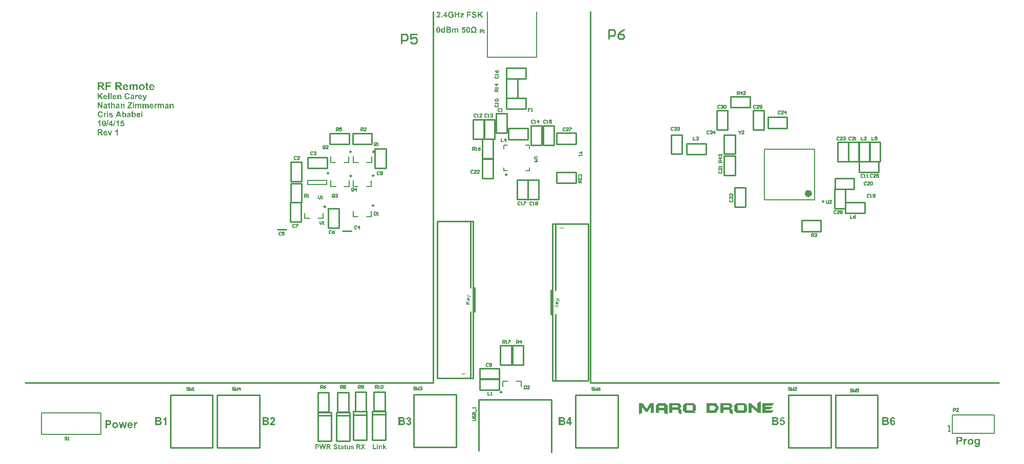
<source format=gto>
G04 Layer_Color=65535*
%FSLAX24Y24*%
%MOIN*%
G70*
G01*
G75*
%ADD30C,0.0080*%
%ADD46C,0.0098*%
%ADD47C,0.0236*%
%ADD48C,0.0079*%
%ADD49C,0.0100*%
%ADD50C,0.0050*%
G36*
X-35845Y-6309D02*
X-35839D01*
X-35833Y-6310D01*
X-35826D01*
X-35812Y-6312D01*
X-35797Y-6313D01*
X-35783Y-6316D01*
X-35777Y-6318D01*
X-35771Y-6319D01*
X-35771D01*
X-35770Y-6320D01*
X-35767Y-6322D01*
X-35762Y-6324D01*
X-35755Y-6328D01*
X-35748Y-6333D01*
X-35741Y-6339D01*
X-35733Y-6347D01*
X-35727Y-6357D01*
Y-6357D01*
X-35726Y-6358D01*
X-35725Y-6359D01*
X-35724Y-6361D01*
X-35721Y-6367D01*
X-35718Y-6374D01*
X-35715Y-6383D01*
X-35712Y-6393D01*
X-35710Y-6404D01*
X-35709Y-6417D01*
Y-6417D01*
Y-6418D01*
Y-6421D01*
X-35710Y-6424D01*
Y-6428D01*
X-35711Y-6432D01*
X-35713Y-6442D01*
X-35716Y-6453D01*
X-35720Y-6465D01*
X-35727Y-6477D01*
X-35731Y-6483D01*
X-35735Y-6488D01*
X-35736Y-6489D01*
X-35736Y-6489D01*
X-35738Y-6491D01*
X-35740Y-6493D01*
X-35742Y-6495D01*
X-35746Y-6498D01*
X-35749Y-6500D01*
X-35754Y-6503D01*
X-35759Y-6506D01*
X-35765Y-6509D01*
X-35771Y-6512D01*
X-35778Y-6515D01*
X-35786Y-6518D01*
X-35793Y-6520D01*
X-35802Y-6522D01*
X-35811Y-6524D01*
X-35810D01*
X-35810Y-6524D01*
X-35807Y-6526D01*
X-35802Y-6529D01*
X-35797Y-6533D01*
X-35790Y-6538D01*
X-35783Y-6543D01*
X-35776Y-6549D01*
X-35770Y-6556D01*
X-35769Y-6556D01*
X-35767Y-6559D01*
X-35763Y-6564D01*
X-35758Y-6570D01*
X-35752Y-6579D01*
X-35748Y-6584D01*
X-35744Y-6590D01*
X-35740Y-6596D01*
X-35736Y-6602D01*
X-35731Y-6610D01*
X-35726Y-6618D01*
X-35678Y-6693D01*
X-35772D01*
X-35827Y-6610D01*
X-35828Y-6609D01*
X-35828Y-6607D01*
X-35830Y-6605D01*
X-35832Y-6602D01*
X-35834Y-6599D01*
X-35837Y-6595D01*
X-35843Y-6586D01*
X-35850Y-6576D01*
X-35857Y-6567D01*
X-35863Y-6559D01*
X-35866Y-6556D01*
X-35868Y-6553D01*
X-35869Y-6553D01*
X-35870Y-6551D01*
X-35872Y-6549D01*
X-35875Y-6546D01*
X-35879Y-6544D01*
X-35883Y-6541D01*
X-35887Y-6539D01*
X-35892Y-6537D01*
X-35892D01*
X-35894Y-6536D01*
X-35897Y-6535D01*
X-35901Y-6535D01*
X-35907Y-6534D01*
X-35913Y-6533D01*
X-35921Y-6533D01*
X-35946D01*
Y-6693D01*
X-36024D01*
Y-6309D01*
X-35850D01*
X-35845Y-6309D01*
D02*
G37*
G36*
X-34718Y-6693D02*
X-34792D01*
Y-6415D01*
X-34793Y-6415D01*
X-34794Y-6417D01*
X-34796Y-6418D01*
X-34799Y-6421D01*
X-34803Y-6424D01*
X-34808Y-6428D01*
X-34813Y-6432D01*
X-34819Y-6436D01*
X-34826Y-6440D01*
X-34833Y-6445D01*
X-34841Y-6450D01*
X-34849Y-6454D01*
X-34867Y-6463D01*
X-34887Y-6470D01*
Y-6404D01*
X-34886D01*
X-34886Y-6403D01*
X-34884Y-6403D01*
X-34882Y-6402D01*
X-34876Y-6399D01*
X-34869Y-6396D01*
X-34859Y-6392D01*
X-34849Y-6385D01*
X-34837Y-6378D01*
X-34825Y-6369D01*
X-34824Y-6368D01*
X-34823Y-6368D01*
X-34821Y-6366D01*
X-34819Y-6364D01*
X-34813Y-6358D01*
X-34807Y-6351D01*
X-34799Y-6342D01*
X-34791Y-6331D01*
X-34784Y-6319D01*
X-34778Y-6307D01*
X-34718D01*
Y-6693D01*
D02*
G37*
G36*
X20541Y-26491D02*
X20549Y-26493D01*
X20560Y-26495D01*
X20571Y-26499D01*
X20582Y-26503D01*
X20594Y-26510D01*
X20563Y-26595D01*
X20562Y-26594D01*
X20558Y-26593D01*
X20554Y-26590D01*
X20548Y-26587D01*
X20540Y-26584D01*
X20533Y-26581D01*
X20525Y-26579D01*
X20517Y-26579D01*
X20514D01*
X20509Y-26579D01*
X20505Y-26580D01*
X20500Y-26581D01*
X20494Y-26584D01*
X20488Y-26587D01*
X20482Y-26590D01*
X20481Y-26591D01*
X20480Y-26593D01*
X20477Y-26596D01*
X20474Y-26600D01*
X20470Y-26605D01*
X20466Y-26613D01*
X20463Y-26621D01*
X20460Y-26632D01*
Y-26633D01*
X20459Y-26635D01*
X20458Y-26638D01*
Y-26641D01*
X20458Y-26646D01*
X20457Y-26652D01*
X20456Y-26658D01*
X20455Y-26666D01*
X20455Y-26675D01*
X20454Y-26685D01*
Y-26697D01*
X20453Y-26709D01*
X20452Y-26724D01*
Y-26739D01*
Y-26756D01*
Y-26870D01*
X20354D01*
Y-26499D01*
X20445D01*
Y-26551D01*
X20446Y-26550D01*
X20449Y-26546D01*
X20453Y-26539D01*
X20459Y-26531D01*
X20465Y-26523D01*
X20472Y-26515D01*
X20479Y-26507D01*
X20486Y-26502D01*
X20487Y-26502D01*
X20489Y-26500D01*
X20494Y-26499D01*
X20499Y-26496D01*
X20505Y-26494D01*
X20512Y-26492D01*
X20520Y-26491D01*
X20529Y-26490D01*
X20535D01*
X20541Y-26491D01*
D02*
G37*
G36*
X-35521Y-6409D02*
X-35516Y-6409D01*
X-35510Y-6410D01*
X-35503Y-6412D01*
X-35496Y-6413D01*
X-35488Y-6415D01*
X-35480Y-6418D01*
X-35472Y-6422D01*
X-35464Y-6426D01*
X-35456Y-6430D01*
X-35448Y-6436D01*
X-35440Y-6443D01*
X-35434Y-6450D01*
X-35433Y-6450D01*
X-35432Y-6451D01*
X-35430Y-6454D01*
X-35428Y-6458D01*
X-35425Y-6462D01*
X-35423Y-6467D01*
X-35419Y-6474D01*
X-35416Y-6481D01*
X-35413Y-6489D01*
X-35409Y-6499D01*
X-35406Y-6509D01*
X-35404Y-6520D01*
X-35401Y-6533D01*
X-35400Y-6546D01*
X-35399Y-6560D01*
Y-6575D01*
X-35583D01*
Y-6576D01*
Y-6577D01*
Y-6579D01*
X-35582Y-6581D01*
X-35582Y-6586D01*
X-35581Y-6594D01*
X-35579Y-6602D01*
X-35575Y-6611D01*
X-35571Y-6619D01*
X-35566Y-6626D01*
X-35565Y-6627D01*
X-35562Y-6629D01*
X-35559Y-6632D01*
X-35554Y-6635D01*
X-35548Y-6639D01*
X-35540Y-6641D01*
X-35532Y-6644D01*
X-35523Y-6644D01*
X-35520D01*
X-35517Y-6644D01*
X-35513Y-6643D01*
X-35509Y-6642D01*
X-35504Y-6640D01*
X-35499Y-6638D01*
X-35494Y-6635D01*
X-35494Y-6634D01*
X-35492Y-6633D01*
X-35490Y-6631D01*
X-35487Y-6627D01*
X-35484Y-6623D01*
X-35481Y-6618D01*
X-35479Y-6611D01*
X-35476Y-6604D01*
X-35403Y-6616D01*
Y-6617D01*
X-35403Y-6618D01*
X-35404Y-6620D01*
X-35405Y-6623D01*
X-35407Y-6626D01*
X-35409Y-6630D01*
X-35414Y-6639D01*
X-35420Y-6649D01*
X-35428Y-6660D01*
X-35437Y-6669D01*
X-35448Y-6678D01*
X-35448D01*
X-35449Y-6679D01*
X-35451Y-6680D01*
X-35453Y-6681D01*
X-35456Y-6683D01*
X-35460Y-6685D01*
X-35464Y-6686D01*
X-35469Y-6688D01*
X-35480Y-6692D01*
X-35492Y-6696D01*
X-35507Y-6698D01*
X-35524Y-6699D01*
X-35527D01*
X-35530Y-6698D01*
X-35535D01*
X-35541Y-6697D01*
X-35549Y-6696D01*
X-35556Y-6695D01*
X-35564Y-6693D01*
X-35573Y-6691D01*
X-35582Y-6687D01*
X-35591Y-6683D01*
X-35600Y-6679D01*
X-35608Y-6673D01*
X-35617Y-6667D01*
X-35624Y-6660D01*
X-35631Y-6652D01*
X-35632Y-6651D01*
X-35632Y-6650D01*
X-35633Y-6648D01*
X-35636Y-6645D01*
X-35637Y-6641D01*
X-35640Y-6637D01*
X-35642Y-6632D01*
X-35645Y-6626D01*
X-35647Y-6619D01*
X-35650Y-6612D01*
X-35652Y-6604D01*
X-35654Y-6595D01*
X-35656Y-6586D01*
X-35657Y-6577D01*
X-35658Y-6566D01*
X-35658Y-6556D01*
Y-6555D01*
Y-6553D01*
Y-6549D01*
X-35658Y-6544D01*
X-35657Y-6539D01*
X-35657Y-6532D01*
X-35656Y-6525D01*
X-35654Y-6516D01*
X-35650Y-6499D01*
X-35647Y-6490D01*
X-35643Y-6481D01*
X-35639Y-6472D01*
X-35634Y-6464D01*
X-35628Y-6455D01*
X-35622Y-6448D01*
X-35622Y-6447D01*
X-35621Y-6446D01*
X-35618Y-6444D01*
X-35616Y-6442D01*
X-35612Y-6439D01*
X-35608Y-6435D01*
X-35603Y-6432D01*
X-35597Y-6428D01*
X-35591Y-6424D01*
X-35584Y-6420D01*
X-35577Y-6417D01*
X-35569Y-6414D01*
X-35560Y-6412D01*
X-35551Y-6410D01*
X-35541Y-6409D01*
X-35531Y-6408D01*
X-35525D01*
X-35521Y-6409D01*
D02*
G37*
G36*
X-33654Y-4605D02*
X-33728D01*
Y-4537D01*
X-33654D01*
Y-4605D01*
D02*
G37*
G36*
X-13831Y1370D02*
X-13826Y1369D01*
X-13820Y1369D01*
X-13814Y1368D01*
X-13808Y1367D01*
X-13793Y1363D01*
X-13779Y1357D01*
X-13771Y1354D01*
X-13764Y1350D01*
X-13757Y1345D01*
X-13751Y1339D01*
X-13750Y1339D01*
X-13749Y1338D01*
X-13748Y1336D01*
X-13746Y1334D01*
X-13743Y1331D01*
X-13741Y1327D01*
X-13738Y1323D01*
X-13734Y1318D01*
X-13729Y1307D01*
X-13723Y1294D01*
X-13721Y1287D01*
X-13720Y1280D01*
X-13719Y1271D01*
X-13718Y1263D01*
Y1262D01*
Y1258D01*
X-13719Y1253D01*
X-13719Y1247D01*
X-13721Y1240D01*
X-13722Y1231D01*
X-13724Y1222D01*
X-13728Y1213D01*
X-13728Y1212D01*
X-13729Y1210D01*
X-13732Y1205D01*
X-13735Y1198D01*
X-13739Y1191D01*
X-13744Y1183D01*
X-13750Y1174D01*
X-13757Y1165D01*
X-13758Y1164D01*
X-13760Y1161D01*
X-13763Y1157D01*
X-13768Y1152D01*
X-13775Y1145D01*
X-13783Y1136D01*
X-13793Y1127D01*
X-13805Y1115D01*
X-13806Y1115D01*
X-13807Y1114D01*
X-13809Y1112D01*
X-13811Y1110D01*
X-13817Y1105D01*
X-13824Y1098D01*
X-13832Y1091D01*
X-13839Y1084D01*
X-13845Y1077D01*
X-13848Y1075D01*
X-13850Y1072D01*
X-13850Y1072D01*
X-13851Y1071D01*
X-13853Y1069D01*
X-13855Y1066D01*
X-13860Y1060D01*
X-13865Y1053D01*
X-13718D01*
Y984D01*
X-13976D01*
Y985D01*
Y986D01*
X-13976Y988D01*
X-13975Y991D01*
X-13975Y994D01*
X-13974Y998D01*
X-13972Y1008D01*
X-13969Y1019D01*
X-13964Y1031D01*
X-13959Y1045D01*
X-13951Y1058D01*
Y1058D01*
X-13950Y1059D01*
X-13949Y1061D01*
X-13947Y1064D01*
X-13945Y1067D01*
X-13941Y1071D01*
X-13938Y1076D01*
X-13933Y1082D01*
X-13928Y1089D01*
X-13922Y1095D01*
X-13915Y1103D01*
X-13908Y1111D01*
X-13899Y1120D01*
X-13890Y1129D01*
X-13880Y1139D01*
X-13869Y1150D01*
X-13868Y1150D01*
X-13866Y1152D01*
X-13864Y1154D01*
X-13861Y1157D01*
X-13857Y1161D01*
X-13852Y1165D01*
X-13842Y1175D01*
X-13832Y1186D01*
X-13822Y1196D01*
X-13818Y1201D01*
X-13813Y1206D01*
X-13810Y1210D01*
X-13808Y1213D01*
X-13807Y1214D01*
X-13805Y1217D01*
X-13803Y1221D01*
X-13800Y1227D01*
X-13797Y1234D01*
X-13794Y1242D01*
X-13793Y1250D01*
X-13792Y1258D01*
Y1258D01*
Y1259D01*
Y1262D01*
X-13793Y1267D01*
X-13794Y1272D01*
X-13795Y1278D01*
X-13798Y1285D01*
X-13801Y1291D01*
X-13805Y1296D01*
X-13806Y1297D01*
X-13808Y1298D01*
X-13811Y1301D01*
X-13815Y1303D01*
X-13820Y1305D01*
X-13827Y1307D01*
X-13834Y1309D01*
X-13842Y1309D01*
X-13846D01*
X-13850Y1309D01*
X-13855Y1308D01*
X-13861Y1306D01*
X-13868Y1303D01*
X-13874Y1300D01*
X-13879Y1296D01*
X-13880Y1295D01*
X-13881Y1293D01*
X-13884Y1289D01*
X-13886Y1285D01*
X-13889Y1278D01*
X-13891Y1270D01*
X-13893Y1261D01*
X-13894Y1250D01*
X-13967Y1257D01*
Y1257D01*
X-13967Y1260D01*
Y1262D01*
X-13966Y1267D01*
X-13965Y1272D01*
X-13964Y1277D01*
X-13962Y1283D01*
X-13960Y1291D01*
X-13955Y1304D01*
X-13948Y1319D01*
X-13944Y1326D01*
X-13939Y1333D01*
X-13933Y1338D01*
X-13927Y1344D01*
X-13926Y1344D01*
X-13925Y1345D01*
X-13924Y1346D01*
X-13921Y1348D01*
X-13918Y1350D01*
X-13913Y1352D01*
X-13909Y1355D01*
X-13903Y1357D01*
X-13897Y1360D01*
X-13890Y1362D01*
X-13876Y1367D01*
X-13859Y1369D01*
X-13850Y1370D01*
X-13840Y1371D01*
X-13835D01*
X-13831Y1370D01*
D02*
G37*
G36*
X-35196Y-6693D02*
X-35263D01*
X-35375Y-6414D01*
X-35298D01*
X-35245Y-6557D01*
X-35230Y-6604D01*
X-35229Y-6604D01*
X-35229Y-6601D01*
X-35228Y-6598D01*
X-35227Y-6595D01*
X-35224Y-6586D01*
X-35223Y-6583D01*
X-35222Y-6580D01*
Y-6580D01*
X-35222Y-6578D01*
X-35221Y-6576D01*
X-35220Y-6573D01*
X-35218Y-6565D01*
X-35214Y-6557D01*
X-35161Y-6414D01*
X-35086D01*
X-35196Y-6693D01*
D02*
G37*
G36*
X-35521Y-4047D02*
X-35516Y-4047D01*
X-35510Y-4048D01*
X-35503Y-4049D01*
X-35496Y-4051D01*
X-35488Y-4053D01*
X-35480Y-4056D01*
X-35472Y-4059D01*
X-35464Y-4064D01*
X-35456Y-4068D01*
X-35448Y-4074D01*
X-35440Y-4080D01*
X-35434Y-4088D01*
X-35433Y-4088D01*
X-35432Y-4089D01*
X-35430Y-4092D01*
X-35428Y-4095D01*
X-35425Y-4100D01*
X-35423Y-4105D01*
X-35419Y-4111D01*
X-35416Y-4119D01*
X-35413Y-4127D01*
X-35409Y-4136D01*
X-35406Y-4146D01*
X-35404Y-4158D01*
X-35401Y-4170D01*
X-35400Y-4184D01*
X-35399Y-4198D01*
Y-4213D01*
X-35583D01*
Y-4214D01*
Y-4215D01*
Y-4216D01*
X-35582Y-4219D01*
X-35582Y-4224D01*
X-35581Y-4232D01*
X-35579Y-4240D01*
X-35575Y-4249D01*
X-35571Y-4257D01*
X-35566Y-4264D01*
X-35565Y-4265D01*
X-35562Y-4267D01*
X-35559Y-4270D01*
X-35554Y-4273D01*
X-35548Y-4276D01*
X-35540Y-4279D01*
X-35532Y-4281D01*
X-35523Y-4282D01*
X-35520D01*
X-35517Y-4281D01*
X-35513Y-4281D01*
X-35509Y-4280D01*
X-35504Y-4278D01*
X-35499Y-4276D01*
X-35494Y-4272D01*
X-35494Y-4272D01*
X-35492Y-4271D01*
X-35490Y-4269D01*
X-35487Y-4265D01*
X-35484Y-4261D01*
X-35481Y-4256D01*
X-35479Y-4249D01*
X-35476Y-4242D01*
X-35403Y-4254D01*
Y-4255D01*
X-35403Y-4256D01*
X-35404Y-4258D01*
X-35405Y-4261D01*
X-35407Y-4264D01*
X-35409Y-4268D01*
X-35414Y-4277D01*
X-35420Y-4287D01*
X-35428Y-4297D01*
X-35437Y-4307D01*
X-35448Y-4316D01*
X-35448D01*
X-35449Y-4317D01*
X-35451Y-4317D01*
X-35453Y-4319D01*
X-35456Y-4321D01*
X-35460Y-4322D01*
X-35464Y-4324D01*
X-35469Y-4326D01*
X-35480Y-4330D01*
X-35492Y-4333D01*
X-35507Y-4336D01*
X-35524Y-4337D01*
X-35527D01*
X-35530Y-4336D01*
X-35535D01*
X-35541Y-4335D01*
X-35549Y-4334D01*
X-35556Y-4333D01*
X-35564Y-4331D01*
X-35573Y-4328D01*
X-35582Y-4325D01*
X-35591Y-4321D01*
X-35600Y-4317D01*
X-35608Y-4311D01*
X-35617Y-4305D01*
X-35624Y-4298D01*
X-35631Y-4290D01*
X-35632Y-4289D01*
X-35632Y-4288D01*
X-35633Y-4286D01*
X-35636Y-4283D01*
X-35637Y-4279D01*
X-35640Y-4275D01*
X-35642Y-4270D01*
X-35645Y-4264D01*
X-35647Y-4257D01*
X-35650Y-4250D01*
X-35652Y-4242D01*
X-35654Y-4233D01*
X-35656Y-4224D01*
X-35657Y-4215D01*
X-35658Y-4204D01*
X-35658Y-4194D01*
Y-4193D01*
Y-4191D01*
Y-4187D01*
X-35658Y-4182D01*
X-35657Y-4176D01*
X-35657Y-4170D01*
X-35656Y-4163D01*
X-35654Y-4154D01*
X-35650Y-4137D01*
X-35647Y-4128D01*
X-35643Y-4119D01*
X-35639Y-4110D01*
X-35634Y-4101D01*
X-35628Y-4093D01*
X-35622Y-4085D01*
X-35622Y-4085D01*
X-35621Y-4084D01*
X-35618Y-4082D01*
X-35616Y-4079D01*
X-35612Y-4077D01*
X-35608Y-4073D01*
X-35603Y-4069D01*
X-35597Y-4065D01*
X-35591Y-4062D01*
X-35584Y-4058D01*
X-35577Y-4055D01*
X-35569Y-4052D01*
X-35560Y-4050D01*
X-35551Y-4048D01*
X-35541Y-4047D01*
X-35531Y-4046D01*
X-35525D01*
X-35521Y-4047D01*
D02*
G37*
G36*
X21215Y-26491D02*
X21220D01*
X21225Y-26493D01*
X21232Y-26493D01*
X21240Y-26496D01*
X21248Y-26498D01*
X21257Y-26502D01*
X21266Y-26505D01*
X21275Y-26510D01*
X21285Y-26516D01*
X21295Y-26523D01*
X21304Y-26532D01*
X21313Y-26541D01*
X21322Y-26552D01*
Y-26499D01*
X21414D01*
Y-26832D01*
Y-26833D01*
Y-26835D01*
Y-26838D01*
Y-26843D01*
Y-26849D01*
X21413Y-26855D01*
X21412Y-26869D01*
X21411Y-26885D01*
X21409Y-26901D01*
X21406Y-26917D01*
X21405Y-26923D01*
X21403Y-26930D01*
X21402Y-26932D01*
X21400Y-26935D01*
X21398Y-26941D01*
X21394Y-26949D01*
X21390Y-26957D01*
X21385Y-26966D01*
X21379Y-26974D01*
X21372Y-26981D01*
X21371Y-26982D01*
X21368Y-26984D01*
X21363Y-26988D01*
X21358Y-26991D01*
X21351Y-26996D01*
X21342Y-27001D01*
X21332Y-27006D01*
X21320Y-27010D01*
X21318Y-27011D01*
X21314Y-27011D01*
X21307Y-27014D01*
X21298Y-27015D01*
X21285Y-27017D01*
X21271Y-27020D01*
X21255Y-27020D01*
X21237Y-27021D01*
X21228D01*
X21221Y-27020D01*
X21214D01*
X21205Y-27020D01*
X21195Y-27018D01*
X21185Y-27017D01*
X21163Y-27013D01*
X21141Y-27007D01*
X21130Y-27003D01*
X21120Y-26999D01*
X21111Y-26994D01*
X21103Y-26988D01*
X21102Y-26988D01*
X21101Y-26987D01*
X21097Y-26983D01*
X21090Y-26976D01*
X21084Y-26966D01*
X21076Y-26954D01*
X21070Y-26940D01*
X21065Y-26924D01*
X21064Y-26915D01*
X21064Y-26906D01*
Y-26906D01*
Y-26903D01*
Y-26899D01*
X21064Y-26895D01*
X21177Y-26908D01*
Y-26909D01*
X21178Y-26911D01*
X21178Y-26914D01*
X21179Y-26918D01*
X21183Y-26927D01*
X21186Y-26932D01*
X21189Y-26934D01*
X21190Y-26935D01*
X21192Y-26936D01*
X21195Y-26938D01*
X21201Y-26940D01*
X21206Y-26942D01*
X21214Y-26944D01*
X21223Y-26945D01*
X21233Y-26946D01*
X21240D01*
X21246Y-26945D01*
X21255Y-26944D01*
X21264Y-26943D01*
X21274Y-26940D01*
X21283Y-26937D01*
X21291Y-26934D01*
X21292Y-26933D01*
X21293Y-26932D01*
X21295Y-26931D01*
X21298Y-26928D01*
X21301Y-26924D01*
X21304Y-26920D01*
X21307Y-26914D01*
X21310Y-26909D01*
Y-26908D01*
X21311Y-26906D01*
X21312Y-26903D01*
X21313Y-26898D01*
X21314Y-26892D01*
X21315Y-26885D01*
X21315Y-26875D01*
Y-26864D01*
Y-26810D01*
X21315Y-26811D01*
X21313Y-26812D01*
X21311Y-26815D01*
X21307Y-26820D01*
X21303Y-26824D01*
X21298Y-26829D01*
X21292Y-26835D01*
X21285Y-26840D01*
X21278Y-26846D01*
X21269Y-26851D01*
X21250Y-26860D01*
X21240Y-26864D01*
X21229Y-26867D01*
X21217Y-26869D01*
X21204Y-26870D01*
X21201D01*
X21197Y-26869D01*
X21192D01*
X21186Y-26868D01*
X21178Y-26866D01*
X21170Y-26865D01*
X21161Y-26862D01*
X21152Y-26859D01*
X21143Y-26855D01*
X21132Y-26849D01*
X21123Y-26843D01*
X21113Y-26836D01*
X21104Y-26828D01*
X21095Y-26818D01*
X21086Y-26807D01*
Y-26806D01*
X21084Y-26805D01*
X21083Y-26802D01*
X21081Y-26798D01*
X21078Y-26793D01*
X21075Y-26787D01*
X21072Y-26781D01*
X21069Y-26772D01*
X21066Y-26764D01*
X21063Y-26755D01*
X21060Y-26744D01*
X21057Y-26733D01*
X21053Y-26709D01*
X21053Y-26696D01*
X21052Y-26683D01*
Y-26682D01*
Y-26678D01*
Y-26674D01*
X21053Y-26667D01*
X21053Y-26660D01*
X21054Y-26651D01*
X21056Y-26641D01*
X21058Y-26630D01*
X21063Y-26607D01*
X21067Y-26595D01*
X21070Y-26583D01*
X21076Y-26572D01*
X21081Y-26560D01*
X21088Y-26550D01*
X21096Y-26540D01*
X21097Y-26539D01*
X21098Y-26538D01*
X21101Y-26536D01*
X21104Y-26532D01*
X21109Y-26528D01*
X21114Y-26525D01*
X21120Y-26520D01*
X21127Y-26515D01*
X21135Y-26510D01*
X21144Y-26506D01*
X21162Y-26498D01*
X21173Y-26495D01*
X21184Y-26493D01*
X21196Y-26491D01*
X21208Y-26490D01*
X21211D01*
X21215Y-26491D01*
D02*
G37*
G36*
X20819D02*
X20826Y-26492D01*
X20834Y-26493D01*
X20844Y-26495D01*
X20854Y-26497D01*
X20865Y-26500D01*
X20876Y-26504D01*
X20887Y-26508D01*
X20899Y-26513D01*
X20910Y-26520D01*
X20922Y-26527D01*
X20933Y-26536D01*
X20943Y-26545D01*
X20944Y-26546D01*
X20945Y-26547D01*
X20948Y-26551D01*
X20951Y-26555D01*
X20956Y-26561D01*
X20960Y-26567D01*
X20965Y-26575D01*
X20970Y-26583D01*
X20975Y-26593D01*
X20980Y-26603D01*
X20984Y-26615D01*
X20989Y-26627D01*
X20992Y-26640D01*
X20995Y-26653D01*
X20996Y-26668D01*
X20997Y-26684D01*
Y-26684D01*
Y-26687D01*
Y-26692D01*
X20996Y-26698D01*
X20996Y-26705D01*
X20994Y-26713D01*
X20993Y-26723D01*
X20990Y-26732D01*
X20987Y-26744D01*
X20984Y-26755D01*
X20979Y-26766D01*
X20974Y-26778D01*
X20967Y-26790D01*
X20960Y-26801D01*
X20952Y-26812D01*
X20942Y-26823D01*
X20942Y-26824D01*
X20940Y-26826D01*
X20937Y-26829D01*
X20933Y-26832D01*
X20928Y-26836D01*
X20921Y-26840D01*
X20913Y-26846D01*
X20905Y-26851D01*
X20896Y-26856D01*
X20885Y-26861D01*
X20874Y-26866D01*
X20862Y-26869D01*
X20849Y-26873D01*
X20835Y-26876D01*
X20821Y-26877D01*
X20805Y-26878D01*
X20800D01*
X20797Y-26877D01*
X20792D01*
X20787Y-26877D01*
X20774Y-26875D01*
X20759Y-26872D01*
X20743Y-26869D01*
X20725Y-26863D01*
X20708Y-26855D01*
X20707D01*
X20706Y-26855D01*
X20703Y-26853D01*
X20700Y-26851D01*
X20692Y-26846D01*
X20682Y-26838D01*
X20671Y-26829D01*
X20659Y-26817D01*
X20648Y-26803D01*
X20637Y-26788D01*
Y-26787D01*
X20637Y-26786D01*
X20635Y-26783D01*
X20634Y-26780D01*
X20632Y-26775D01*
X20630Y-26770D01*
X20628Y-26764D01*
X20626Y-26758D01*
X20623Y-26750D01*
X20621Y-26742D01*
X20617Y-26724D01*
X20614Y-26702D01*
X20614Y-26679D01*
Y-26678D01*
Y-26677D01*
Y-26674D01*
X20614Y-26671D01*
Y-26667D01*
X20615Y-26661D01*
X20617Y-26649D01*
X20620Y-26635D01*
X20624Y-26619D01*
X20629Y-26602D01*
X20637Y-26585D01*
Y-26584D01*
X20639Y-26583D01*
X20640Y-26581D01*
X20642Y-26578D01*
X20648Y-26570D01*
X20655Y-26559D01*
X20665Y-26548D01*
X20677Y-26536D01*
X20690Y-26525D01*
X20706Y-26515D01*
X20706D01*
X20708Y-26514D01*
X20710Y-26513D01*
X20714Y-26511D01*
X20717Y-26509D01*
X20723Y-26507D01*
X20728Y-26505D01*
X20734Y-26502D01*
X20749Y-26498D01*
X20766Y-26494D01*
X20785Y-26491D01*
X20805Y-26490D01*
X20813D01*
X20819Y-26491D01*
D02*
G37*
G36*
X-35116Y-4331D02*
X-35189D01*
Y-3947D01*
X-35116D01*
Y-4331D01*
D02*
G37*
G36*
X-33480Y-25409D02*
X-33472Y-25410D01*
X-33462Y-25412D01*
X-33451Y-25416D01*
X-33440Y-25420D01*
X-33428Y-25427D01*
X-33459Y-25512D01*
X-33459Y-25511D01*
X-33463Y-25510D01*
X-33468Y-25507D01*
X-33474Y-25504D01*
X-33481Y-25501D01*
X-33488Y-25498D01*
X-33496Y-25497D01*
X-33505Y-25496D01*
X-33508D01*
X-33512Y-25497D01*
X-33516Y-25497D01*
X-33522Y-25499D01*
X-33528Y-25501D01*
X-33533Y-25504D01*
X-33539Y-25508D01*
X-33540Y-25508D01*
X-33542Y-25510D01*
X-33545Y-25513D01*
X-33548Y-25517D01*
X-33551Y-25522D01*
X-33555Y-25530D01*
X-33559Y-25539D01*
X-33562Y-25549D01*
Y-25551D01*
X-33562Y-25553D01*
X-33563Y-25555D01*
Y-25559D01*
X-33564Y-25563D01*
X-33565Y-25569D01*
X-33565Y-25576D01*
X-33566Y-25583D01*
X-33567Y-25593D01*
X-33568Y-25602D01*
Y-25614D01*
X-33568Y-25627D01*
X-33569Y-25641D01*
Y-25656D01*
Y-25673D01*
Y-25787D01*
X-33667D01*
Y-25416D01*
X-33576D01*
Y-25468D01*
X-33576Y-25468D01*
X-33573Y-25463D01*
X-33568Y-25457D01*
X-33562Y-25448D01*
X-33556Y-25440D01*
X-33549Y-25432D01*
X-33542Y-25425D01*
X-33535Y-25420D01*
X-33534Y-25419D01*
X-33532Y-25417D01*
X-33528Y-25416D01*
X-33522Y-25414D01*
X-33516Y-25411D01*
X-33509Y-25409D01*
X-33502Y-25409D01*
X-33493Y-25408D01*
X-33487D01*
X-33480Y-25409D01*
D02*
G37*
G36*
X-33253Y-4047D02*
X-33248Y-4047D01*
X-33242Y-4048D01*
X-33235Y-4049D01*
X-33228Y-4051D01*
X-33220Y-4053D01*
X-33213Y-4056D01*
X-33204Y-4059D01*
X-33196Y-4064D01*
X-33188Y-4068D01*
X-33180Y-4074D01*
X-33173Y-4080D01*
X-33166Y-4088D01*
X-33165Y-4088D01*
X-33164Y-4089D01*
X-33163Y-4092D01*
X-33160Y-4095D01*
X-33158Y-4100D01*
X-33155Y-4105D01*
X-33152Y-4111D01*
X-33148Y-4119D01*
X-33145Y-4127D01*
X-33142Y-4136D01*
X-33139Y-4146D01*
X-33136Y-4158D01*
X-33134Y-4170D01*
X-33132Y-4184D01*
X-33131Y-4198D01*
Y-4213D01*
X-33315D01*
Y-4214D01*
Y-4215D01*
Y-4216D01*
X-33315Y-4219D01*
X-33314Y-4224D01*
X-33313Y-4232D01*
X-33311Y-4240D01*
X-33307Y-4249D01*
X-33304Y-4257D01*
X-33298Y-4264D01*
X-33297Y-4265D01*
X-33295Y-4267D01*
X-33291Y-4270D01*
X-33286Y-4273D01*
X-33280Y-4276D01*
X-33272Y-4279D01*
X-33264Y-4281D01*
X-33255Y-4282D01*
X-33253D01*
X-33249Y-4281D01*
X-33245Y-4281D01*
X-33241Y-4280D01*
X-33236Y-4278D01*
X-33231Y-4276D01*
X-33226Y-4272D01*
X-33226Y-4272D01*
X-33224Y-4271D01*
X-33222Y-4269D01*
X-33220Y-4265D01*
X-33216Y-4261D01*
X-33214Y-4256D01*
X-33211Y-4249D01*
X-33208Y-4242D01*
X-33135Y-4254D01*
Y-4255D01*
X-33135Y-4256D01*
X-33137Y-4258D01*
X-33138Y-4261D01*
X-33139Y-4264D01*
X-33141Y-4268D01*
X-33146Y-4277D01*
X-33152Y-4287D01*
X-33160Y-4297D01*
X-33169Y-4307D01*
X-33180Y-4316D01*
X-33180D01*
X-33181Y-4317D01*
X-33183Y-4317D01*
X-33185Y-4319D01*
X-33188Y-4321D01*
X-33192Y-4322D01*
X-33196Y-4324D01*
X-33201Y-4326D01*
X-33212Y-4330D01*
X-33225Y-4333D01*
X-33240Y-4336D01*
X-33256Y-4337D01*
X-33259D01*
X-33263Y-4336D01*
X-33267D01*
X-33274Y-4335D01*
X-33281Y-4334D01*
X-33289Y-4333D01*
X-33296Y-4331D01*
X-33305Y-4328D01*
X-33314Y-4325D01*
X-33323Y-4321D01*
X-33332Y-4317D01*
X-33341Y-4311D01*
X-33349Y-4305D01*
X-33356Y-4298D01*
X-33364Y-4290D01*
X-33364Y-4289D01*
X-33365Y-4288D01*
X-33366Y-4286D01*
X-33368Y-4283D01*
X-33370Y-4279D01*
X-33372Y-4275D01*
X-33375Y-4270D01*
X-33377Y-4264D01*
X-33380Y-4257D01*
X-33382Y-4250D01*
X-33385Y-4242D01*
X-33386Y-4233D01*
X-33388Y-4224D01*
X-33390Y-4215D01*
X-33390Y-4204D01*
X-33391Y-4194D01*
Y-4193D01*
Y-4191D01*
Y-4187D01*
X-33390Y-4182D01*
X-33390Y-4176D01*
X-33389Y-4170D01*
X-33388Y-4163D01*
X-33386Y-4154D01*
X-33382Y-4137D01*
X-33379Y-4128D01*
X-33376Y-4119D01*
X-33371Y-4110D01*
X-33366Y-4101D01*
X-33361Y-4093D01*
X-33355Y-4085D01*
X-33354Y-4085D01*
X-33353Y-4084D01*
X-33351Y-4082D01*
X-33348Y-4079D01*
X-33345Y-4077D01*
X-33340Y-4073D01*
X-33335Y-4069D01*
X-33330Y-4065D01*
X-33324Y-4062D01*
X-33316Y-4058D01*
X-33309Y-4055D01*
X-33301Y-4052D01*
X-33292Y-4050D01*
X-33283Y-4048D01*
X-33274Y-4047D01*
X-33264Y-4046D01*
X-33258D01*
X-33253Y-4047D01*
D02*
G37*
G36*
X-34924D02*
X-34919Y-4047D01*
X-34913Y-4048D01*
X-34906Y-4049D01*
X-34899Y-4051D01*
X-34891Y-4053D01*
X-34883Y-4056D01*
X-34875Y-4059D01*
X-34866Y-4064D01*
X-34859Y-4068D01*
X-34851Y-4074D01*
X-34843Y-4080D01*
X-34836Y-4088D01*
X-34836Y-4088D01*
X-34835Y-4089D01*
X-34833Y-4092D01*
X-34831Y-4095D01*
X-34828Y-4100D01*
X-34825Y-4105D01*
X-34822Y-4111D01*
X-34819Y-4119D01*
X-34815Y-4127D01*
X-34812Y-4136D01*
X-34809Y-4146D01*
X-34807Y-4158D01*
X-34804Y-4170D01*
X-34803Y-4184D01*
X-34802Y-4198D01*
Y-4213D01*
X-34986D01*
Y-4214D01*
Y-4215D01*
Y-4216D01*
X-34985Y-4219D01*
X-34985Y-4224D01*
X-34984Y-4232D01*
X-34981Y-4240D01*
X-34978Y-4249D01*
X-34974Y-4257D01*
X-34969Y-4264D01*
X-34968Y-4265D01*
X-34965Y-4267D01*
X-34962Y-4270D01*
X-34957Y-4273D01*
X-34951Y-4276D01*
X-34943Y-4279D01*
X-34935Y-4281D01*
X-34926Y-4282D01*
X-34923D01*
X-34920Y-4281D01*
X-34916Y-4281D01*
X-34911Y-4280D01*
X-34906Y-4278D01*
X-34901Y-4276D01*
X-34897Y-4272D01*
X-34896Y-4272D01*
X-34895Y-4271D01*
X-34893Y-4269D01*
X-34890Y-4265D01*
X-34887Y-4261D01*
X-34884Y-4256D01*
X-34881Y-4249D01*
X-34879Y-4242D01*
X-34805Y-4254D01*
Y-4255D01*
X-34806Y-4256D01*
X-34807Y-4258D01*
X-34808Y-4261D01*
X-34810Y-4264D01*
X-34811Y-4268D01*
X-34817Y-4277D01*
X-34823Y-4287D01*
X-34830Y-4297D01*
X-34840Y-4307D01*
X-34850Y-4316D01*
X-34851D01*
X-34851Y-4317D01*
X-34854Y-4317D01*
X-34856Y-4319D01*
X-34859Y-4321D01*
X-34863Y-4322D01*
X-34866Y-4324D01*
X-34871Y-4326D01*
X-34883Y-4330D01*
X-34895Y-4333D01*
X-34910Y-4336D01*
X-34926Y-4337D01*
X-34930D01*
X-34933Y-4336D01*
X-34938D01*
X-34944Y-4335D01*
X-34951Y-4334D01*
X-34959Y-4333D01*
X-34967Y-4331D01*
X-34976Y-4328D01*
X-34985Y-4325D01*
X-34994Y-4321D01*
X-35002Y-4317D01*
X-35011Y-4311D01*
X-35020Y-4305D01*
X-35027Y-4298D01*
X-35034Y-4290D01*
X-35035Y-4289D01*
X-35035Y-4288D01*
X-35036Y-4286D01*
X-35038Y-4283D01*
X-35040Y-4279D01*
X-35042Y-4275D01*
X-35045Y-4270D01*
X-35047Y-4264D01*
X-35050Y-4257D01*
X-35052Y-4250D01*
X-35055Y-4242D01*
X-35057Y-4233D01*
X-35058Y-4224D01*
X-35060Y-4215D01*
X-35061Y-4204D01*
X-35061Y-4194D01*
Y-4193D01*
Y-4191D01*
Y-4187D01*
X-35061Y-4182D01*
X-35060Y-4176D01*
X-35060Y-4170D01*
X-35058Y-4163D01*
X-35057Y-4154D01*
X-35052Y-4137D01*
X-35050Y-4128D01*
X-35046Y-4119D01*
X-35042Y-4110D01*
X-35037Y-4101D01*
X-35031Y-4093D01*
X-35025Y-4085D01*
X-35025Y-4085D01*
X-35024Y-4084D01*
X-35021Y-4082D01*
X-35019Y-4079D01*
X-35015Y-4077D01*
X-35011Y-4073D01*
X-35006Y-4069D01*
X-35000Y-4065D01*
X-34994Y-4062D01*
X-34987Y-4058D01*
X-34980Y-4055D01*
X-34971Y-4052D01*
X-34963Y-4050D01*
X-34954Y-4048D01*
X-34944Y-4047D01*
X-34934Y-4046D01*
X-34928D01*
X-34924Y-4047D01*
D02*
G37*
G36*
X20079Y-26359D02*
X20098D01*
X20119Y-26360D01*
X20139Y-26362D01*
X20148Y-26362D01*
X20157Y-26363D01*
X20165Y-26365D01*
X20170Y-26366D01*
X20171D01*
X20173Y-26367D01*
X20175Y-26368D01*
X20178Y-26368D01*
X20186Y-26372D01*
X20196Y-26377D01*
X20207Y-26383D01*
X20220Y-26392D01*
X20232Y-26403D01*
X20244Y-26416D01*
Y-26417D01*
X20245Y-26418D01*
X20247Y-26420D01*
X20248Y-26423D01*
X20251Y-26428D01*
X20253Y-26432D01*
X20256Y-26437D01*
X20259Y-26443D01*
X20264Y-26458D01*
X20270Y-26474D01*
X20273Y-26494D01*
X20274Y-26516D01*
Y-26516D01*
Y-26518D01*
Y-26520D01*
Y-26524D01*
X20273Y-26527D01*
Y-26533D01*
X20272Y-26543D01*
X20270Y-26556D01*
X20267Y-26570D01*
X20262Y-26583D01*
X20256Y-26596D01*
X20256Y-26597D01*
X20253Y-26601D01*
X20250Y-26607D01*
X20244Y-26614D01*
X20239Y-26621D01*
X20230Y-26630D01*
X20222Y-26638D01*
X20213Y-26646D01*
X20211Y-26647D01*
X20208Y-26649D01*
X20203Y-26652D01*
X20196Y-26655D01*
X20188Y-26660D01*
X20179Y-26664D01*
X20170Y-26667D01*
X20159Y-26670D01*
X20158D01*
X20156Y-26671D01*
X20153D01*
X20149Y-26672D01*
X20144Y-26672D01*
X20139Y-26673D01*
X20132D01*
X20125Y-26674D01*
X20117Y-26675D01*
X20108Y-26675D01*
X20099Y-26676D01*
X20088D01*
X20077Y-26677D01*
X19985D01*
Y-26870D01*
X19882D01*
Y-26358D01*
X20071D01*
X20079Y-26359D01*
D02*
G37*
G36*
X-35265Y-4331D02*
X-35339D01*
Y-3947D01*
X-35265D01*
Y-4331D01*
D02*
G37*
G36*
X-13579Y984D02*
X-13653D01*
Y1058D01*
X-13579D01*
Y984D01*
D02*
G37*
G36*
X-13154Y384D02*
X-13143Y383D01*
X-13132Y382D01*
X-13122Y381D01*
X-13112Y380D01*
X-13111D01*
X-13108Y380D01*
X-13104Y379D01*
X-13099Y377D01*
X-13093Y375D01*
X-13086Y372D01*
X-13079Y369D01*
X-13072Y364D01*
X-13072Y364D01*
X-13070Y362D01*
X-13066Y359D01*
X-13062Y356D01*
X-13057Y351D01*
X-13052Y345D01*
X-13047Y339D01*
X-13043Y332D01*
X-13042Y331D01*
X-13041Y329D01*
X-13039Y324D01*
X-13037Y319D01*
X-13035Y312D01*
X-13032Y305D01*
X-13031Y296D01*
X-13031Y287D01*
Y286D01*
Y286D01*
Y282D01*
X-13031Y278D01*
X-13032Y271D01*
X-13035Y263D01*
X-13037Y255D01*
X-13041Y246D01*
X-13046Y238D01*
X-13046Y236D01*
X-13048Y234D01*
X-13052Y230D01*
X-13056Y225D01*
X-13061Y220D01*
X-13068Y214D01*
X-13076Y209D01*
X-13084Y204D01*
X-13084D01*
X-13083Y203D01*
X-13081Y203D01*
X-13079Y202D01*
X-13072Y199D01*
X-13065Y195D01*
X-13056Y191D01*
X-13047Y185D01*
X-13038Y178D01*
X-13031Y169D01*
X-13030Y168D01*
X-13028Y164D01*
X-13025Y159D01*
X-13021Y153D01*
X-13018Y144D01*
X-13015Y134D01*
X-13012Y123D01*
X-13012Y111D01*
Y110D01*
Y110D01*
Y107D01*
X-13012Y102D01*
X-13013Y95D01*
X-13015Y87D01*
X-13017Y78D01*
X-13020Y69D01*
X-13024Y60D01*
X-13025Y59D01*
X-13026Y56D01*
X-13029Y52D01*
X-13033Y46D01*
X-13037Y39D01*
X-13043Y33D01*
X-13050Y27D01*
X-13057Y21D01*
X-13058Y20D01*
X-13061Y18D01*
X-13066Y16D01*
X-13072Y13D01*
X-13080Y9D01*
X-13088Y7D01*
X-13098Y4D01*
X-13109Y2D01*
X-13112D01*
X-13114Y2D01*
X-13119D01*
X-13123Y1D01*
X-13134D01*
X-13141Y1D01*
X-13157D01*
X-13167Y0D01*
X-13333D01*
Y384D01*
X-13164D01*
X-13154Y384D01*
D02*
G37*
G36*
X-11538Y391D02*
X-11533D01*
X-11525Y390D01*
X-11517Y388D01*
X-11508Y387D01*
X-11498Y385D01*
X-11488Y382D01*
X-11477Y379D01*
X-11466Y375D01*
X-11454Y370D01*
X-11443Y365D01*
X-11433Y358D01*
X-11422Y351D01*
X-11413Y342D01*
X-11412Y341D01*
X-11411Y340D01*
X-11408Y337D01*
X-11405Y333D01*
X-11401Y328D01*
X-11397Y322D01*
X-11393Y316D01*
X-11388Y308D01*
X-11383Y300D01*
X-11379Y290D01*
X-11375Y280D01*
X-11371Y269D01*
X-11368Y258D01*
X-11366Y245D01*
X-11364Y233D01*
X-11363Y219D01*
Y218D01*
Y215D01*
X-11364Y211D01*
X-11365Y205D01*
X-11366Y198D01*
X-11367Y189D01*
X-11369Y180D01*
X-11372Y169D01*
X-11376Y158D01*
X-11380Y145D01*
X-11386Y133D01*
X-11392Y119D01*
X-11400Y106D01*
X-11409Y92D01*
X-11420Y78D01*
X-11432Y65D01*
X-11357D01*
Y0D01*
X-11533D01*
Y62D01*
X-11532D01*
X-11530Y63D01*
X-11528Y64D01*
X-11525Y65D01*
X-11522Y67D01*
X-11518Y69D01*
X-11508Y75D01*
X-11497Y82D01*
X-11486Y92D01*
X-11476Y103D01*
X-11466Y115D01*
Y116D01*
X-11465Y117D01*
X-11464Y119D01*
X-11463Y122D01*
X-11461Y125D01*
X-11459Y130D01*
X-11457Y135D01*
X-11454Y140D01*
X-11453Y146D01*
X-11451Y153D01*
X-11447Y167D01*
X-11444Y183D01*
X-11443Y201D01*
Y201D01*
Y203D01*
Y206D01*
X-11444Y209D01*
Y214D01*
X-11444Y219D01*
X-11446Y224D01*
X-11447Y230D01*
X-11449Y244D01*
X-11454Y258D01*
X-11461Y273D01*
X-11465Y280D01*
X-11469Y287D01*
X-11470Y288D01*
X-11471Y289D01*
X-11472Y291D01*
X-11474Y294D01*
X-11477Y296D01*
X-11481Y300D01*
X-11484Y303D01*
X-11489Y306D01*
X-11494Y310D01*
X-11500Y314D01*
X-11506Y316D01*
X-11513Y319D01*
X-11521Y322D01*
X-11529Y324D01*
X-11537Y325D01*
X-11547Y325D01*
X-11552D01*
X-11555Y325D01*
X-11559Y324D01*
X-11564Y323D01*
X-11575Y321D01*
X-11588Y316D01*
X-11594Y313D01*
X-11600Y310D01*
X-11607Y305D01*
X-11613Y300D01*
X-11619Y295D01*
X-11624Y288D01*
Y287D01*
X-11625Y286D01*
X-11626Y284D01*
X-11628Y281D01*
X-11630Y278D01*
X-11632Y274D01*
X-11634Y269D01*
X-11637Y263D01*
X-11639Y257D01*
X-11641Y250D01*
X-11646Y236D01*
X-11649Y219D01*
X-11649Y210D01*
X-11650Y201D01*
Y200D01*
Y199D01*
Y196D01*
X-11649Y193D01*
Y189D01*
X-11649Y184D01*
X-11648Y178D01*
X-11647Y172D01*
X-11644Y159D01*
X-11640Y144D01*
X-11635Y129D01*
X-11628Y115D01*
X-11627Y114D01*
X-11627Y113D01*
X-11625Y112D01*
X-11623Y109D01*
X-11618Y103D01*
X-11610Y94D01*
X-11601Y86D01*
X-11589Y77D01*
X-11575Y69D01*
X-11560Y62D01*
Y0D01*
X-11736D01*
Y65D01*
X-11661D01*
X-11662Y66D01*
X-11664Y68D01*
X-11668Y72D01*
X-11672Y78D01*
X-11677Y84D01*
X-11683Y92D01*
X-11689Y101D01*
X-11695Y111D01*
X-11702Y122D01*
X-11708Y134D01*
X-11714Y147D01*
X-11719Y160D01*
X-11724Y174D01*
X-11727Y189D01*
X-11729Y204D01*
X-11730Y219D01*
Y220D01*
Y223D01*
X-11729Y226D01*
Y231D01*
X-11728Y238D01*
X-11727Y245D01*
X-11726Y253D01*
X-11724Y262D01*
X-11721Y271D01*
X-11718Y281D01*
X-11714Y291D01*
X-11709Y301D01*
X-11704Y312D01*
X-11697Y322D01*
X-11689Y332D01*
X-11681Y341D01*
X-11680Y342D01*
X-11679Y344D01*
X-11676Y346D01*
X-11672Y349D01*
X-11667Y353D01*
X-11661Y357D01*
X-11654Y362D01*
X-11646Y366D01*
X-11637Y371D01*
X-11627Y376D01*
X-11615Y380D01*
X-11604Y384D01*
X-11590Y387D01*
X-11577Y389D01*
X-11562Y391D01*
X-11547Y391D01*
X-11543D01*
X-11538Y391D01*
D02*
G37*
G36*
X-13843Y386D02*
X-13838Y385D01*
X-13833Y384D01*
X-13827Y383D01*
X-13820Y381D01*
X-13813Y379D01*
X-13807Y376D01*
X-13799Y374D01*
X-13792Y370D01*
X-13785Y365D01*
X-13778Y360D01*
X-13771Y354D01*
X-13765Y346D01*
X-13764Y346D01*
X-13763Y344D01*
X-13762Y341D01*
X-13759Y337D01*
X-13756Y332D01*
X-13753Y325D01*
X-13749Y318D01*
X-13746Y309D01*
X-13743Y299D01*
X-13739Y287D01*
X-13736Y274D01*
X-13733Y260D01*
X-13731Y244D01*
X-13729Y228D01*
X-13728Y209D01*
X-13727Y189D01*
Y189D01*
Y188D01*
Y186D01*
Y184D01*
Y179D01*
X-13728Y171D01*
X-13728Y163D01*
X-13729Y152D01*
X-13731Y141D01*
X-13732Y129D01*
X-13734Y116D01*
X-13737Y103D01*
X-13739Y90D01*
X-13743Y77D01*
X-13747Y64D01*
X-13753Y53D01*
X-13758Y42D01*
X-13765Y32D01*
X-13765Y32D01*
X-13767Y31D01*
X-13768Y28D01*
X-13770Y26D01*
X-13774Y23D01*
X-13778Y20D01*
X-13783Y16D01*
X-13788Y13D01*
X-13794Y9D01*
X-13800Y5D01*
X-13807Y2D01*
X-13815Y-1D01*
X-13823Y-3D01*
X-13833Y-6D01*
X-13842Y-7D01*
X-13852Y-7D01*
X-13854D01*
X-13858Y-7D01*
X-13861D01*
X-13866Y-6D01*
X-13871Y-5D01*
X-13878Y-4D01*
X-13884Y-2D01*
X-13891Y1D01*
X-13899Y3D01*
X-13906Y7D01*
X-13914Y11D01*
X-13921Y16D01*
X-13929Y22D01*
X-13936Y28D01*
X-13943Y36D01*
X-13943Y36D01*
X-13944Y38D01*
X-13946Y41D01*
X-13948Y44D01*
X-13950Y49D01*
X-13953Y55D01*
X-13956Y63D01*
X-13959Y71D01*
X-13963Y81D01*
X-13966Y92D01*
X-13969Y105D01*
X-13971Y119D01*
X-13973Y134D01*
X-13975Y152D01*
X-13976Y170D01*
X-13976Y190D01*
Y190D01*
Y191D01*
Y193D01*
Y195D01*
Y200D01*
X-13976Y208D01*
X-13975Y216D01*
X-13974Y227D01*
X-13973Y238D01*
X-13972Y250D01*
X-13970Y263D01*
X-13967Y276D01*
X-13964Y289D01*
X-13961Y302D01*
X-13956Y314D01*
X-13951Y326D01*
X-13946Y337D01*
X-13939Y346D01*
X-13939Y347D01*
X-13938Y348D01*
X-13936Y350D01*
X-13933Y352D01*
X-13930Y356D01*
X-13926Y359D01*
X-13921Y362D01*
X-13916Y366D01*
X-13910Y370D01*
X-13904Y374D01*
X-13897Y377D01*
X-13889Y380D01*
X-13881Y382D01*
X-13871Y385D01*
X-13862Y386D01*
X-13852Y386D01*
X-13847D01*
X-13843Y386D01*
D02*
G37*
G36*
X-11903D02*
X-11899Y385D01*
X-11893Y384D01*
X-11888Y383D01*
X-11881Y381D01*
X-11874Y379D01*
X-11867Y376D01*
X-11860Y374D01*
X-11853Y370D01*
X-11846Y365D01*
X-11839Y360D01*
X-11832Y354D01*
X-11826Y346D01*
X-11825Y346D01*
X-11824Y344D01*
X-11822Y341D01*
X-11820Y337D01*
X-11817Y332D01*
X-11814Y325D01*
X-11810Y318D01*
X-11807Y309D01*
X-11804Y299D01*
X-11800Y287D01*
X-11797Y274D01*
X-11794Y260D01*
X-11791Y244D01*
X-11790Y228D01*
X-11789Y209D01*
X-11788Y189D01*
Y189D01*
Y188D01*
Y186D01*
Y184D01*
Y179D01*
X-11789Y171D01*
X-11789Y163D01*
X-11790Y152D01*
X-11791Y141D01*
X-11792Y129D01*
X-11795Y116D01*
X-11797Y103D01*
X-11800Y90D01*
X-11804Y77D01*
X-11808Y64D01*
X-11814Y53D01*
X-11819Y42D01*
X-11826Y32D01*
X-11826Y32D01*
X-11827Y31D01*
X-11829Y28D01*
X-11831Y26D01*
X-11835Y23D01*
X-11839Y20D01*
X-11844Y16D01*
X-11849Y13D01*
X-11855Y9D01*
X-11861Y5D01*
X-11868Y2D01*
X-11876Y-1D01*
X-11884Y-3D01*
X-11893Y-6D01*
X-11903Y-7D01*
X-11913Y-7D01*
X-11915D01*
X-11918Y-7D01*
X-11922D01*
X-11927Y-6D01*
X-11932Y-5D01*
X-11938Y-4D01*
X-11945Y-2D01*
X-11952Y1D01*
X-11960Y3D01*
X-11967Y7D01*
X-11974Y11D01*
X-11982Y16D01*
X-11989Y22D01*
X-11997Y28D01*
X-12003Y36D01*
X-12004Y36D01*
X-12005Y38D01*
X-12007Y41D01*
X-12008Y44D01*
X-12011Y49D01*
X-12014Y55D01*
X-12017Y63D01*
X-12020Y71D01*
X-12023Y81D01*
X-12027Y92D01*
X-12029Y105D01*
X-12032Y119D01*
X-12034Y134D01*
X-12036Y152D01*
X-12037Y170D01*
X-12037Y190D01*
Y190D01*
Y191D01*
Y193D01*
Y195D01*
Y200D01*
X-12037Y208D01*
X-12036Y216D01*
X-12035Y227D01*
X-12034Y238D01*
X-12033Y250D01*
X-12031Y263D01*
X-12028Y276D01*
X-12025Y289D01*
X-12022Y302D01*
X-12017Y314D01*
X-12012Y326D01*
X-12007Y337D01*
X-12000Y346D01*
X-11999Y347D01*
X-11998Y348D01*
X-11997Y350D01*
X-11994Y352D01*
X-11991Y356D01*
X-11987Y359D01*
X-11982Y362D01*
X-11977Y366D01*
X-11971Y370D01*
X-11965Y374D01*
X-11958Y377D01*
X-11950Y380D01*
X-11942Y382D01*
X-11932Y385D01*
X-11923Y386D01*
X-11913Y386D01*
X-11907D01*
X-11903Y386D01*
D02*
G37*
G36*
X-33255Y-4637D02*
X-33248Y-4638D01*
X-33240Y-4640D01*
X-33231Y-4642D01*
X-33223Y-4645D01*
X-33214Y-4649D01*
X-33213Y-4650D01*
X-33211Y-4652D01*
X-33207Y-4654D01*
X-33202Y-4658D01*
X-33197Y-4664D01*
X-33191Y-4670D01*
X-33186Y-4677D01*
X-33182Y-4686D01*
X-33181Y-4686D01*
X-33181Y-4689D01*
X-33180Y-4694D01*
X-33178Y-4700D01*
X-33176Y-4708D01*
X-33175Y-4718D01*
X-33175Y-4730D01*
X-33174Y-4744D01*
Y-4921D01*
X-33248D01*
Y-4763D01*
Y-4762D01*
Y-4761D01*
Y-4759D01*
Y-4756D01*
X-33249Y-4749D01*
X-33249Y-4740D01*
X-33250Y-4731D01*
X-33251Y-4723D01*
X-33253Y-4715D01*
X-33255Y-4712D01*
X-33256Y-4709D01*
X-33256Y-4709D01*
X-33258Y-4706D01*
X-33260Y-4704D01*
X-33264Y-4701D01*
X-33268Y-4698D01*
X-33274Y-4695D01*
X-33280Y-4694D01*
X-33287Y-4693D01*
X-33290D01*
X-33293Y-4694D01*
X-33297Y-4694D01*
X-33301Y-4695D01*
X-33306Y-4697D01*
X-33312Y-4699D01*
X-33317Y-4703D01*
X-33317Y-4703D01*
X-33319Y-4704D01*
X-33321Y-4706D01*
X-33324Y-4710D01*
X-33327Y-4714D01*
X-33331Y-4718D01*
X-33334Y-4724D01*
X-33336Y-4730D01*
Y-4731D01*
X-33337Y-4734D01*
X-33338Y-4738D01*
X-33339Y-4744D01*
X-33340Y-4753D01*
X-33341Y-4763D01*
X-33342Y-4774D01*
Y-4788D01*
Y-4921D01*
X-33416D01*
Y-4769D01*
Y-4769D01*
Y-4768D01*
Y-4765D01*
Y-4763D01*
Y-4756D01*
X-33416Y-4748D01*
X-33417Y-4739D01*
X-33417Y-4730D01*
X-33418Y-4723D01*
X-33420Y-4719D01*
X-33420Y-4717D01*
Y-4716D01*
X-33421Y-4715D01*
X-33422Y-4713D01*
X-33423Y-4710D01*
X-33427Y-4704D01*
X-33430Y-4701D01*
X-33432Y-4699D01*
X-33433Y-4699D01*
X-33434Y-4698D01*
X-33436Y-4697D01*
X-33438Y-4696D01*
X-33441Y-4695D01*
X-33445Y-4694D01*
X-33450Y-4693D01*
X-33457D01*
X-33461Y-4694D01*
X-33465Y-4694D01*
X-33470Y-4695D01*
X-33475Y-4697D01*
X-33479Y-4699D01*
X-33485Y-4703D01*
X-33486Y-4703D01*
X-33487Y-4704D01*
X-33489Y-4706D01*
X-33492Y-4709D01*
X-33496Y-4713D01*
X-33499Y-4718D01*
X-33502Y-4723D01*
X-33504Y-4729D01*
Y-4730D01*
X-33506Y-4733D01*
X-33506Y-4737D01*
X-33507Y-4743D01*
X-33508Y-4751D01*
X-33509Y-4760D01*
X-33510Y-4773D01*
Y-4786D01*
Y-4921D01*
X-33584D01*
Y-4643D01*
X-33516D01*
Y-4681D01*
X-33516Y-4680D01*
X-33514Y-4679D01*
X-33512Y-4677D01*
X-33509Y-4674D01*
X-33506Y-4670D01*
X-33502Y-4667D01*
X-33497Y-4663D01*
X-33492Y-4659D01*
X-33486Y-4655D01*
X-33479Y-4650D01*
X-33465Y-4643D01*
X-33456Y-4640D01*
X-33448Y-4638D01*
X-33439Y-4637D01*
X-33430Y-4637D01*
X-33425D01*
X-33420Y-4637D01*
X-33414Y-4638D01*
X-33407Y-4639D01*
X-33399Y-4641D01*
X-33391Y-4644D01*
X-33383Y-4648D01*
X-33382Y-4648D01*
X-33380Y-4650D01*
X-33376Y-4652D01*
X-33372Y-4656D01*
X-33367Y-4661D01*
X-33361Y-4667D01*
X-33356Y-4674D01*
X-33351Y-4681D01*
X-33350Y-4680D01*
X-33347Y-4678D01*
X-33344Y-4674D01*
X-33339Y-4669D01*
X-33333Y-4663D01*
X-33326Y-4658D01*
X-33319Y-4652D01*
X-33311Y-4648D01*
X-33310Y-4647D01*
X-33307Y-4646D01*
X-33303Y-4644D01*
X-33297Y-4642D01*
X-33291Y-4640D01*
X-33283Y-4638D01*
X-33275Y-4637D01*
X-33266Y-4637D01*
X-33261D01*
X-33255Y-4637D01*
D02*
G37*
G36*
X-32188D02*
X-32182Y-4638D01*
X-32174Y-4640D01*
X-32166Y-4643D01*
X-32157Y-4646D01*
X-32149Y-4651D01*
X-32172Y-4715D01*
X-32172Y-4714D01*
X-32175Y-4713D01*
X-32179Y-4711D01*
X-32183Y-4709D01*
X-32189Y-4706D01*
X-32194Y-4704D01*
X-32200Y-4703D01*
X-32206Y-4703D01*
X-32209D01*
X-32212Y-4703D01*
X-32215Y-4704D01*
X-32219Y-4705D01*
X-32224Y-4706D01*
X-32228Y-4709D01*
X-32232Y-4711D01*
X-32233Y-4712D01*
X-32234Y-4713D01*
X-32236Y-4715D01*
X-32239Y-4719D01*
X-32241Y-4723D01*
X-32244Y-4728D01*
X-32247Y-4735D01*
X-32249Y-4743D01*
Y-4744D01*
X-32250Y-4745D01*
X-32250Y-4747D01*
Y-4750D01*
X-32251Y-4753D01*
X-32251Y-4758D01*
X-32252Y-4763D01*
X-32252Y-4768D01*
X-32253Y-4775D01*
X-32254Y-4783D01*
Y-4791D01*
X-32254Y-4801D01*
X-32255Y-4811D01*
Y-4823D01*
Y-4836D01*
Y-4921D01*
X-32328D01*
Y-4643D01*
X-32260D01*
Y-4682D01*
X-32260Y-4681D01*
X-32257Y-4678D01*
X-32254Y-4673D01*
X-32250Y-4667D01*
X-32245Y-4661D01*
X-32240Y-4655D01*
X-32235Y-4649D01*
X-32229Y-4645D01*
X-32229Y-4645D01*
X-32227Y-4644D01*
X-32224Y-4643D01*
X-32220Y-4641D01*
X-32215Y-4639D01*
X-32210Y-4638D01*
X-32204Y-4637D01*
X-32197Y-4637D01*
X-32193D01*
X-32188Y-4637D01*
D02*
G37*
G36*
X-12093Y310D02*
X-12233D01*
X-12244Y245D01*
X-12244D01*
X-12243Y245D01*
X-12240Y247D01*
X-12235Y249D01*
X-12229Y251D01*
X-12221Y254D01*
X-12213Y255D01*
X-12203Y257D01*
X-12194Y258D01*
X-12189D01*
X-12185Y257D01*
X-12182Y256D01*
X-12177Y256D01*
X-12171Y255D01*
X-12165Y253D01*
X-12152Y249D01*
X-12145Y246D01*
X-12138Y243D01*
X-12131Y238D01*
X-12124Y233D01*
X-12117Y228D01*
X-12110Y221D01*
X-12110Y221D01*
X-12109Y220D01*
X-12107Y218D01*
X-12105Y215D01*
X-12103Y211D01*
X-12099Y207D01*
X-12097Y202D01*
X-12093Y196D01*
X-12090Y190D01*
X-12087Y183D01*
X-12084Y175D01*
X-12082Y168D01*
X-12079Y159D01*
X-12078Y149D01*
X-12077Y139D01*
X-12076Y129D01*
Y128D01*
Y127D01*
Y124D01*
X-12077Y121D01*
Y117D01*
X-12078Y112D01*
X-12078Y106D01*
X-12079Y100D01*
X-12083Y87D01*
X-12088Y73D01*
X-12091Y65D01*
X-12094Y58D01*
X-12099Y51D01*
X-12104Y43D01*
X-12104Y43D01*
X-12105Y41D01*
X-12108Y39D01*
X-12110Y36D01*
X-12114Y32D01*
X-12119Y27D01*
X-12125Y23D01*
X-12131Y18D01*
X-12138Y13D01*
X-12146Y9D01*
X-12154Y4D01*
X-12164Y1D01*
X-12174Y-3D01*
X-12184Y-5D01*
X-12196Y-7D01*
X-12208Y-7D01*
X-12213D01*
X-12217Y-7D01*
X-12221Y-6D01*
X-12227Y-6D01*
X-12233Y-5D01*
X-12239Y-4D01*
X-12253Y-1D01*
X-12268Y5D01*
X-12275Y8D01*
X-12282Y12D01*
X-12289Y16D01*
X-12295Y21D01*
X-12296Y22D01*
X-12297Y22D01*
X-12299Y24D01*
X-12301Y26D01*
X-12303Y29D01*
X-12306Y33D01*
X-12309Y37D01*
X-12312Y41D01*
X-12316Y47D01*
X-12320Y52D01*
X-12326Y65D01*
X-12331Y80D01*
X-12333Y89D01*
X-12335Y98D01*
X-12261Y105D01*
Y104D01*
X-12261Y102D01*
X-12260Y97D01*
X-12258Y91D01*
X-12256Y85D01*
X-12253Y78D01*
X-12248Y72D01*
X-12243Y66D01*
X-12243Y65D01*
X-12240Y64D01*
X-12237Y62D01*
X-12233Y59D01*
X-12228Y56D01*
X-12221Y54D01*
X-12214Y52D01*
X-12207Y52D01*
X-12206D01*
X-12203Y52D01*
X-12199Y53D01*
X-12193Y54D01*
X-12187Y56D01*
X-12180Y59D01*
X-12174Y64D01*
X-12168Y70D01*
X-12167Y72D01*
X-12165Y74D01*
X-12163Y78D01*
X-12159Y85D01*
X-12157Y93D01*
X-12154Y102D01*
X-12152Y114D01*
X-12152Y127D01*
Y128D01*
Y129D01*
Y130D01*
Y133D01*
X-12152Y139D01*
X-12154Y147D01*
X-12155Y156D01*
X-12158Y165D01*
X-12162Y173D01*
X-12168Y180D01*
X-12168Y181D01*
X-12170Y183D01*
X-12174Y186D01*
X-12179Y190D01*
X-12185Y193D01*
X-12192Y196D01*
X-12200Y198D01*
X-12209Y199D01*
X-12213D01*
X-12215Y198D01*
X-12220Y197D01*
X-12228Y195D01*
X-12237Y192D01*
X-12246Y187D01*
X-12251Y184D01*
X-12256Y180D01*
X-12261Y175D01*
X-12266Y170D01*
X-12326Y179D01*
X-12288Y379D01*
X-12093D01*
Y310D01*
D02*
G37*
G36*
X-32778Y-4637D02*
X-32771Y-4638D01*
X-32762Y-4640D01*
X-32754Y-4642D01*
X-32745Y-4645D01*
X-32737Y-4649D01*
X-32736Y-4650D01*
X-32734Y-4652D01*
X-32730Y-4654D01*
X-32725Y-4658D01*
X-32720Y-4664D01*
X-32714Y-4670D01*
X-32709Y-4677D01*
X-32705Y-4686D01*
X-32704Y-4686D01*
X-32704Y-4689D01*
X-32703Y-4694D01*
X-32701Y-4700D01*
X-32699Y-4708D01*
X-32698Y-4718D01*
X-32698Y-4730D01*
X-32697Y-4744D01*
Y-4921D01*
X-32771D01*
Y-4763D01*
Y-4762D01*
Y-4761D01*
Y-4759D01*
Y-4756D01*
X-32771Y-4749D01*
X-32772Y-4740D01*
X-32772Y-4731D01*
X-32774Y-4723D01*
X-32776Y-4715D01*
X-32777Y-4712D01*
X-32779Y-4709D01*
X-32779Y-4709D01*
X-32781Y-4706D01*
X-32783Y-4704D01*
X-32786Y-4701D01*
X-32791Y-4698D01*
X-32796Y-4695D01*
X-32803Y-4694D01*
X-32810Y-4693D01*
X-32813D01*
X-32816Y-4694D01*
X-32820Y-4694D01*
X-32824Y-4695D01*
X-32829Y-4697D01*
X-32835Y-4699D01*
X-32840Y-4703D01*
X-32840Y-4703D01*
X-32842Y-4704D01*
X-32844Y-4706D01*
X-32847Y-4710D01*
X-32850Y-4714D01*
X-32853Y-4718D01*
X-32856Y-4724D01*
X-32859Y-4730D01*
Y-4731D01*
X-32860Y-4734D01*
X-32861Y-4738D01*
X-32862Y-4744D01*
X-32863Y-4753D01*
X-32863Y-4763D01*
X-32865Y-4774D01*
Y-4788D01*
Y-4921D01*
X-32938D01*
Y-4769D01*
Y-4769D01*
Y-4768D01*
Y-4765D01*
Y-4763D01*
Y-4756D01*
X-32939Y-4748D01*
X-32939Y-4739D01*
X-32940Y-4730D01*
X-32941Y-4723D01*
X-32942Y-4719D01*
X-32943Y-4717D01*
Y-4716D01*
X-32943Y-4715D01*
X-32944Y-4713D01*
X-32946Y-4710D01*
X-32949Y-4704D01*
X-32952Y-4701D01*
X-32955Y-4699D01*
X-32956Y-4699D01*
X-32957Y-4698D01*
X-32958Y-4697D01*
X-32961Y-4696D01*
X-32964Y-4695D01*
X-32968Y-4694D01*
X-32972Y-4693D01*
X-32980D01*
X-32983Y-4694D01*
X-32987Y-4694D01*
X-32992Y-4695D01*
X-32997Y-4697D01*
X-33002Y-4699D01*
X-33008Y-4703D01*
X-33008Y-4703D01*
X-33010Y-4704D01*
X-33012Y-4706D01*
X-33015Y-4709D01*
X-33018Y-4713D01*
X-33022Y-4718D01*
X-33024Y-4723D01*
X-33027Y-4729D01*
Y-4730D01*
X-33028Y-4733D01*
X-33029Y-4737D01*
X-33030Y-4743D01*
X-33031Y-4751D01*
X-33032Y-4760D01*
X-33033Y-4773D01*
Y-4786D01*
Y-4921D01*
X-33107D01*
Y-4643D01*
X-33039D01*
Y-4681D01*
X-33038Y-4680D01*
X-33037Y-4679D01*
X-33035Y-4677D01*
X-33032Y-4674D01*
X-33029Y-4670D01*
X-33025Y-4667D01*
X-33020Y-4663D01*
X-33014Y-4659D01*
X-33008Y-4655D01*
X-33002Y-4650D01*
X-32987Y-4643D01*
X-32979Y-4640D01*
X-32971Y-4638D01*
X-32962Y-4637D01*
X-32952Y-4637D01*
X-32948D01*
X-32943Y-4637D01*
X-32937Y-4638D01*
X-32929Y-4639D01*
X-32922Y-4641D01*
X-32914Y-4644D01*
X-32906Y-4648D01*
X-32905Y-4648D01*
X-32903Y-4650D01*
X-32899Y-4652D01*
X-32895Y-4656D01*
X-32890Y-4661D01*
X-32884Y-4667D01*
X-32878Y-4674D01*
X-32873Y-4681D01*
X-32872Y-4680D01*
X-32870Y-4678D01*
X-32867Y-4674D01*
X-32862Y-4669D01*
X-32856Y-4663D01*
X-32849Y-4658D01*
X-32842Y-4652D01*
X-32834Y-4648D01*
X-32833Y-4647D01*
X-32830Y-4646D01*
X-32826Y-4644D01*
X-32820Y-4642D01*
X-32813Y-4640D01*
X-32806Y-4638D01*
X-32797Y-4637D01*
X-32789Y-4637D01*
X-32784D01*
X-32778Y-4637D01*
D02*
G37*
G36*
X-11718Y1303D02*
X-11903D01*
Y1212D01*
X-11743D01*
Y1147D01*
X-11903D01*
Y984D01*
X-11981D01*
Y1368D01*
X-11718D01*
Y1303D01*
D02*
G37*
G36*
X-31793Y-4637D02*
X-31786Y-4638D01*
X-31778Y-4640D01*
X-31770Y-4642D01*
X-31761Y-4645D01*
X-31752Y-4649D01*
X-31751Y-4650D01*
X-31749Y-4652D01*
X-31745Y-4654D01*
X-31740Y-4658D01*
X-31735Y-4664D01*
X-31730Y-4670D01*
X-31725Y-4677D01*
X-31720Y-4686D01*
X-31720Y-4686D01*
X-31719Y-4689D01*
X-31718Y-4694D01*
X-31716Y-4700D01*
X-31715Y-4708D01*
X-31713Y-4718D01*
X-31713Y-4730D01*
X-31712Y-4744D01*
Y-4921D01*
X-31786D01*
Y-4763D01*
Y-4762D01*
Y-4761D01*
Y-4759D01*
Y-4756D01*
X-31787Y-4749D01*
X-31787Y-4740D01*
X-31788Y-4731D01*
X-31790Y-4723D01*
X-31791Y-4715D01*
X-31793Y-4712D01*
X-31794Y-4709D01*
X-31795Y-4709D01*
X-31796Y-4706D01*
X-31798Y-4704D01*
X-31802Y-4701D01*
X-31806Y-4698D01*
X-31812Y-4695D01*
X-31818Y-4694D01*
X-31826Y-4693D01*
X-31828D01*
X-31831Y-4694D01*
X-31835Y-4694D01*
X-31839Y-4695D01*
X-31844Y-4697D01*
X-31850Y-4699D01*
X-31855Y-4703D01*
X-31856Y-4703D01*
X-31857Y-4704D01*
X-31859Y-4706D01*
X-31862Y-4710D01*
X-31866Y-4714D01*
X-31869Y-4718D01*
X-31872Y-4724D01*
X-31874Y-4730D01*
Y-4731D01*
X-31876Y-4734D01*
X-31876Y-4738D01*
X-31877Y-4744D01*
X-31878Y-4753D01*
X-31879Y-4763D01*
X-31880Y-4774D01*
Y-4788D01*
Y-4921D01*
X-31954D01*
Y-4769D01*
Y-4769D01*
Y-4768D01*
Y-4765D01*
Y-4763D01*
Y-4756D01*
X-31954Y-4748D01*
X-31955Y-4739D01*
X-31955Y-4730D01*
X-31957Y-4723D01*
X-31958Y-4719D01*
X-31958Y-4717D01*
Y-4716D01*
X-31959Y-4715D01*
X-31960Y-4713D01*
X-31961Y-4710D01*
X-31965Y-4704D01*
X-31968Y-4701D01*
X-31970Y-4699D01*
X-31971Y-4699D01*
X-31972Y-4698D01*
X-31974Y-4697D01*
X-31976Y-4696D01*
X-31979Y-4695D01*
X-31983Y-4694D01*
X-31988Y-4693D01*
X-31995D01*
X-31999Y-4694D01*
X-32003Y-4694D01*
X-32008Y-4695D01*
X-32013Y-4697D01*
X-32018Y-4699D01*
X-32023Y-4703D01*
X-32024Y-4703D01*
X-32025Y-4704D01*
X-32028Y-4706D01*
X-32030Y-4709D01*
X-32034Y-4713D01*
X-32037Y-4718D01*
X-32040Y-4723D01*
X-32043Y-4729D01*
Y-4730D01*
X-32044Y-4733D01*
X-32044Y-4737D01*
X-32045Y-4743D01*
X-32046Y-4751D01*
X-32047Y-4760D01*
X-32048Y-4773D01*
Y-4786D01*
Y-4921D01*
X-32122D01*
Y-4643D01*
X-32054D01*
Y-4681D01*
X-32054Y-4680D01*
X-32053Y-4679D01*
X-32050Y-4677D01*
X-32048Y-4674D01*
X-32044Y-4670D01*
X-32040Y-4667D01*
X-32035Y-4663D01*
X-32030Y-4659D01*
X-32024Y-4655D01*
X-32017Y-4650D01*
X-32003Y-4643D01*
X-31994Y-4640D01*
X-31986Y-4638D01*
X-31977Y-4637D01*
X-31968Y-4637D01*
X-31963D01*
X-31958Y-4637D01*
X-31952Y-4638D01*
X-31945Y-4639D01*
X-31937Y-4641D01*
X-31929Y-4644D01*
X-31922Y-4648D01*
X-31921Y-4648D01*
X-31918Y-4650D01*
X-31914Y-4652D01*
X-31910Y-4656D01*
X-31905Y-4661D01*
X-31899Y-4667D01*
X-31894Y-4674D01*
X-31889Y-4681D01*
X-31888Y-4680D01*
X-31886Y-4678D01*
X-31882Y-4674D01*
X-31877Y-4669D01*
X-31871Y-4663D01*
X-31864Y-4658D01*
X-31857Y-4652D01*
X-31849Y-4648D01*
X-31848Y-4647D01*
X-31846Y-4646D01*
X-31841Y-4644D01*
X-31836Y-4642D01*
X-31829Y-4640D01*
X-31821Y-4638D01*
X-31813Y-4637D01*
X-31804Y-4637D01*
X-31799D01*
X-31793Y-4637D01*
D02*
G37*
G36*
X-13303Y1126D02*
X-13255D01*
Y1061D01*
X-13303D01*
Y984D01*
X-13374D01*
Y1061D01*
X-13532D01*
Y1125D01*
X-13365Y1370D01*
X-13303D01*
Y1126D01*
D02*
G37*
G36*
X-12189Y1211D02*
X-12296Y1088D01*
X-12333Y1048D01*
X-12330D01*
X-12328Y1048D01*
X-12323D01*
X-12317Y1049D01*
X-12310D01*
X-12304Y1049D01*
X-12181D01*
Y984D01*
X-12430D01*
Y1043D01*
X-12326Y1162D01*
X-12325Y1162D01*
X-12325Y1163D01*
X-12321Y1167D01*
X-12317Y1172D01*
X-12311Y1178D01*
X-12305Y1185D01*
X-12299Y1192D01*
X-12293Y1198D01*
X-12288Y1203D01*
X-12290D01*
X-12293Y1203D01*
X-12301D01*
X-12307Y1202D01*
X-12321D01*
X-12420Y1202D01*
Y1263D01*
X-12189D01*
Y1211D01*
D02*
G37*
G36*
X-13016Y1375D02*
X-13010Y1374D01*
X-13002Y1374D01*
X-12995Y1373D01*
X-12986Y1372D01*
X-12968Y1368D01*
X-12950Y1363D01*
X-12941Y1359D01*
X-12932Y1356D01*
X-12924Y1351D01*
X-12916Y1346D01*
X-12915Y1345D01*
X-12914Y1344D01*
X-12912Y1342D01*
X-12909Y1340D01*
X-12906Y1337D01*
X-12902Y1333D01*
X-12899Y1329D01*
X-12894Y1324D01*
X-12890Y1318D01*
X-12885Y1312D01*
X-12881Y1306D01*
X-12877Y1298D01*
X-12872Y1290D01*
X-12869Y1282D01*
X-12866Y1272D01*
X-12864Y1263D01*
X-12941Y1248D01*
Y1249D01*
X-12941Y1250D01*
X-12942Y1253D01*
X-12945Y1258D01*
X-12948Y1265D01*
X-12952Y1272D01*
X-12957Y1279D01*
X-12964Y1286D01*
X-12972Y1293D01*
X-12973Y1293D01*
X-12976Y1296D01*
X-12981Y1298D01*
X-12987Y1301D01*
X-12995Y1304D01*
X-13005Y1307D01*
X-13015Y1309D01*
X-13027Y1309D01*
X-13032D01*
X-13036Y1309D01*
X-13040Y1308D01*
X-13045Y1308D01*
X-13051Y1307D01*
X-13057Y1306D01*
X-13070Y1302D01*
X-13076Y1299D01*
X-13083Y1296D01*
X-13089Y1292D01*
X-13096Y1288D01*
X-13102Y1282D01*
X-13108Y1277D01*
X-13109Y1276D01*
X-13109Y1275D01*
X-13111Y1273D01*
X-13113Y1271D01*
X-13115Y1267D01*
X-13118Y1263D01*
X-13121Y1258D01*
X-13123Y1253D01*
X-13126Y1246D01*
X-13128Y1239D01*
X-13131Y1231D01*
X-13133Y1223D01*
X-13135Y1213D01*
X-13137Y1203D01*
X-13137Y1192D01*
X-13138Y1181D01*
Y1180D01*
Y1178D01*
Y1174D01*
X-13137Y1170D01*
X-13137Y1164D01*
X-13136Y1157D01*
X-13135Y1150D01*
X-13134Y1142D01*
X-13131Y1125D01*
X-13125Y1108D01*
X-13122Y1100D01*
X-13118Y1092D01*
X-13113Y1084D01*
X-13108Y1077D01*
X-13107Y1077D01*
X-13106Y1076D01*
X-13104Y1074D01*
X-13102Y1072D01*
X-13099Y1070D01*
X-13096Y1066D01*
X-13091Y1064D01*
X-13086Y1060D01*
X-13081Y1057D01*
X-13075Y1054D01*
X-13061Y1049D01*
X-13053Y1046D01*
X-13046Y1045D01*
X-13037Y1044D01*
X-13028Y1043D01*
X-13023D01*
X-13019Y1044D01*
X-13012Y1044D01*
X-13005Y1045D01*
X-12997Y1047D01*
X-12988Y1049D01*
X-12979Y1053D01*
X-12978D01*
X-12978Y1053D01*
X-12975Y1054D01*
X-12970Y1056D01*
X-12965Y1059D01*
X-12958Y1063D01*
X-12951Y1066D01*
X-12944Y1071D01*
X-12937Y1076D01*
Y1125D01*
X-13026D01*
Y1190D01*
X-12859D01*
Y1036D01*
X-12860Y1035D01*
X-12861Y1034D01*
X-12863Y1032D01*
X-12866Y1030D01*
X-12869Y1028D01*
X-12876Y1022D01*
X-12887Y1016D01*
X-12899Y1009D01*
X-12913Y1001D01*
X-12930Y995D01*
X-12930D01*
X-12932Y994D01*
X-12934Y993D01*
X-12937Y992D01*
X-12942Y991D01*
X-12947Y989D01*
X-12952Y988D01*
X-12959Y986D01*
X-12972Y983D01*
X-12988Y980D01*
X-13005Y978D01*
X-13023Y977D01*
X-13029D01*
X-13033Y978D01*
X-13038D01*
X-13045Y978D01*
X-13051Y979D01*
X-13059Y980D01*
X-13075Y983D01*
X-13093Y988D01*
X-13111Y994D01*
X-13119Y998D01*
X-13128Y1002D01*
X-13129Y1003D01*
X-13130Y1003D01*
X-13133Y1005D01*
X-13136Y1007D01*
X-13139Y1009D01*
X-13143Y1013D01*
X-13148Y1016D01*
X-13153Y1021D01*
X-13164Y1031D01*
X-13176Y1044D01*
X-13186Y1058D01*
X-13195Y1075D01*
Y1075D01*
X-13197Y1077D01*
X-13198Y1080D01*
X-13199Y1083D01*
X-13200Y1087D01*
X-13203Y1092D01*
X-13204Y1099D01*
X-13207Y1105D01*
X-13209Y1112D01*
X-13210Y1121D01*
X-13214Y1138D01*
X-13217Y1157D01*
X-13218Y1177D01*
Y1178D01*
Y1180D01*
Y1183D01*
X-13217Y1187D01*
Y1193D01*
X-13217Y1199D01*
X-13215Y1206D01*
X-13214Y1213D01*
X-13212Y1230D01*
X-13207Y1248D01*
X-13201Y1266D01*
X-13197Y1275D01*
X-13193Y1284D01*
X-13192Y1285D01*
X-13192Y1286D01*
X-13190Y1288D01*
X-13188Y1292D01*
X-13185Y1296D01*
X-13182Y1300D01*
X-13178Y1305D01*
X-13174Y1311D01*
X-13169Y1316D01*
X-13164Y1322D01*
X-13158Y1328D01*
X-13151Y1334D01*
X-13144Y1340D01*
X-13137Y1346D01*
X-13119Y1356D01*
X-13119D01*
X-13118Y1357D01*
X-13116Y1358D01*
X-13113Y1359D01*
X-13109Y1361D01*
X-13105Y1362D01*
X-13099Y1364D01*
X-13094Y1366D01*
X-13088Y1368D01*
X-13081Y1369D01*
X-13073Y1371D01*
X-13065Y1373D01*
X-13047Y1375D01*
X-13027Y1376D01*
X-13021D01*
X-13016Y1375D01*
D02*
G37*
G36*
X-11508D02*
X-11502Y1374D01*
X-11494Y1374D01*
X-11487Y1373D01*
X-11479Y1372D01*
X-11461Y1368D01*
X-11452Y1365D01*
X-11443Y1362D01*
X-11434Y1358D01*
X-11426Y1354D01*
X-11418Y1349D01*
X-11411Y1343D01*
X-11411Y1343D01*
X-11409Y1342D01*
X-11408Y1340D01*
X-11406Y1338D01*
X-11403Y1334D01*
X-11400Y1331D01*
X-11396Y1326D01*
X-11392Y1321D01*
X-11389Y1315D01*
X-11386Y1309D01*
X-11382Y1302D01*
X-11380Y1294D01*
X-11377Y1286D01*
X-11375Y1277D01*
X-11373Y1268D01*
X-11372Y1258D01*
X-11450Y1256D01*
Y1256D01*
Y1257D01*
X-11451Y1261D01*
X-11452Y1266D01*
X-11454Y1272D01*
X-11457Y1279D01*
X-11461Y1286D01*
X-11466Y1292D01*
X-11472Y1298D01*
X-11472Y1298D01*
X-11474Y1300D01*
X-11478Y1302D01*
X-11484Y1304D01*
X-11491Y1307D01*
X-11499Y1309D01*
X-11509Y1311D01*
X-11521Y1311D01*
X-11526D01*
X-11532Y1311D01*
X-11539Y1309D01*
X-11548Y1308D01*
X-11557Y1305D01*
X-11565Y1302D01*
X-11573Y1297D01*
X-11573Y1296D01*
X-11574Y1295D01*
X-11577Y1293D01*
X-11579Y1291D01*
X-11581Y1287D01*
X-11583Y1283D01*
X-11584Y1278D01*
X-11585Y1273D01*
Y1272D01*
Y1271D01*
X-11584Y1268D01*
X-11583Y1265D01*
X-11582Y1261D01*
X-11580Y1257D01*
X-11578Y1253D01*
X-11574Y1250D01*
X-11573Y1249D01*
X-11570Y1247D01*
X-11569Y1246D01*
X-11566Y1245D01*
X-11563Y1243D01*
X-11559Y1242D01*
X-11555Y1240D01*
X-11550Y1238D01*
X-11544Y1236D01*
X-11538Y1233D01*
X-11530Y1231D01*
X-11522Y1229D01*
X-11513Y1227D01*
X-11503Y1224D01*
X-11502D01*
X-11500Y1223D01*
X-11497Y1223D01*
X-11493Y1222D01*
X-11489Y1221D01*
X-11483Y1219D01*
X-11477Y1217D01*
X-11471Y1216D01*
X-11458Y1211D01*
X-11444Y1207D01*
X-11431Y1202D01*
X-11425Y1199D01*
X-11419Y1196D01*
X-11419D01*
X-11418Y1196D01*
X-11415Y1193D01*
X-11410Y1190D01*
X-11404Y1186D01*
X-11397Y1180D01*
X-11390Y1174D01*
X-11383Y1166D01*
X-11377Y1157D01*
X-11376Y1156D01*
X-11375Y1152D01*
X-11372Y1147D01*
X-11369Y1140D01*
X-11366Y1131D01*
X-11363Y1121D01*
X-11362Y1109D01*
X-11361Y1096D01*
Y1095D01*
Y1094D01*
Y1092D01*
Y1090D01*
X-11362Y1087D01*
X-11362Y1084D01*
X-11363Y1076D01*
X-11366Y1066D01*
X-11369Y1055D01*
X-11374Y1045D01*
X-11380Y1034D01*
Y1033D01*
X-11381Y1033D01*
X-11383Y1029D01*
X-11388Y1024D01*
X-11393Y1018D01*
X-11401Y1010D01*
X-11410Y1004D01*
X-11420Y997D01*
X-11432Y991D01*
X-11433D01*
X-11434Y990D01*
X-11436Y990D01*
X-11438Y989D01*
X-11442Y988D01*
X-11446Y986D01*
X-11450Y985D01*
X-11455Y984D01*
X-11461Y983D01*
X-11467Y981D01*
X-11482Y979D01*
X-11498Y978D01*
X-11516Y977D01*
X-11523D01*
X-11528Y978D01*
X-11534Y978D01*
X-11540Y979D01*
X-11548Y980D01*
X-11557Y981D01*
X-11575Y985D01*
X-11584Y988D01*
X-11593Y991D01*
X-11603Y995D01*
X-11612Y999D01*
X-11620Y1004D01*
X-11628Y1010D01*
X-11628Y1011D01*
X-11629Y1012D01*
X-11631Y1014D01*
X-11634Y1016D01*
X-11637Y1020D01*
X-11640Y1025D01*
X-11644Y1030D01*
X-11648Y1035D01*
X-11652Y1042D01*
X-11656Y1049D01*
X-11660Y1058D01*
X-11664Y1066D01*
X-11666Y1076D01*
X-11670Y1086D01*
X-11672Y1097D01*
X-11674Y1109D01*
X-11598Y1116D01*
Y1116D01*
X-11598Y1115D01*
Y1112D01*
X-11597Y1110D01*
X-11595Y1104D01*
X-11592Y1095D01*
X-11589Y1086D01*
X-11584Y1076D01*
X-11578Y1068D01*
X-11571Y1060D01*
X-11570Y1060D01*
X-11567Y1058D01*
X-11563Y1055D01*
X-11556Y1051D01*
X-11548Y1048D01*
X-11538Y1045D01*
X-11527Y1043D01*
X-11514Y1043D01*
X-11508D01*
X-11502Y1044D01*
X-11493Y1045D01*
X-11484Y1046D01*
X-11475Y1049D01*
X-11466Y1053D01*
X-11458Y1058D01*
X-11457Y1059D01*
X-11455Y1061D01*
X-11452Y1064D01*
X-11448Y1069D01*
X-11445Y1074D01*
X-11442Y1081D01*
X-11439Y1087D01*
X-11439Y1095D01*
Y1096D01*
Y1097D01*
X-11439Y1100D01*
X-11440Y1104D01*
X-11441Y1107D01*
X-11442Y1111D01*
X-11444Y1115D01*
X-11447Y1119D01*
X-11448Y1119D01*
X-11449Y1120D01*
X-11451Y1122D01*
X-11453Y1124D01*
X-11457Y1127D01*
X-11462Y1130D01*
X-11468Y1132D01*
X-11475Y1135D01*
X-11476D01*
X-11478Y1136D01*
X-11482Y1137D01*
X-11484Y1139D01*
X-11488Y1139D01*
X-11492Y1140D01*
X-11496Y1142D01*
X-11501Y1143D01*
X-11507Y1145D01*
X-11513Y1146D01*
X-11521Y1148D01*
X-11528Y1150D01*
X-11537Y1152D01*
X-11538D01*
X-11540Y1153D01*
X-11543Y1154D01*
X-11547Y1155D01*
X-11552Y1157D01*
X-11558Y1159D01*
X-11564Y1161D01*
X-11572Y1163D01*
X-11586Y1169D01*
X-11600Y1175D01*
X-11607Y1178D01*
X-11613Y1182D01*
X-11619Y1186D01*
X-11624Y1190D01*
X-11625Y1191D01*
X-11626Y1192D01*
X-11628Y1193D01*
X-11630Y1196D01*
X-11633Y1199D01*
X-11635Y1203D01*
X-11639Y1207D01*
X-11641Y1212D01*
X-11648Y1223D01*
X-11654Y1237D01*
X-11656Y1244D01*
X-11658Y1251D01*
X-11659Y1260D01*
X-11659Y1268D01*
Y1268D01*
Y1269D01*
Y1271D01*
Y1273D01*
X-11658Y1278D01*
X-11657Y1286D01*
X-11655Y1294D01*
X-11653Y1303D01*
X-11649Y1313D01*
X-11643Y1323D01*
Y1323D01*
X-11643Y1324D01*
X-11640Y1327D01*
X-11637Y1332D01*
X-11631Y1337D01*
X-11624Y1343D01*
X-11616Y1350D01*
X-11607Y1356D01*
X-11595Y1362D01*
X-11595D01*
X-11594Y1362D01*
X-11592Y1363D01*
X-11590Y1364D01*
X-11587Y1365D01*
X-11583Y1366D01*
X-11579Y1367D01*
X-11574Y1369D01*
X-11563Y1371D01*
X-11550Y1373D01*
X-11535Y1375D01*
X-11519Y1376D01*
X-11513D01*
X-11508Y1375D01*
D02*
G37*
G36*
X-11101Y1218D02*
X-10948Y984D01*
X-11049D01*
X-11155Y1165D01*
X-11217Y1100D01*
Y984D01*
X-11295D01*
Y1368D01*
X-11217D01*
Y1197D01*
X-11060Y1368D01*
X-10956D01*
X-11101Y1218D01*
D02*
G37*
G36*
X-12480Y984D02*
X-12557D01*
Y1152D01*
X-12709D01*
Y984D01*
X-12786D01*
Y1368D01*
X-12709D01*
Y1217D01*
X-12557D01*
Y1368D01*
X-12480D01*
Y984D01*
D02*
G37*
G36*
X-33756Y-4047D02*
X-33751D01*
X-33740Y-4048D01*
X-33729Y-4049D01*
X-33716Y-4051D01*
X-33705Y-4054D01*
X-33700Y-4056D01*
X-33695Y-4058D01*
X-33694D01*
X-33694Y-4059D01*
X-33691Y-4060D01*
X-33687Y-4063D01*
X-33682Y-4066D01*
X-33675Y-4070D01*
X-33670Y-4075D01*
X-33665Y-4082D01*
X-33660Y-4088D01*
X-33660Y-4089D01*
X-33659Y-4091D01*
X-33657Y-4096D01*
X-33657Y-4099D01*
X-33655Y-4103D01*
X-33654Y-4106D01*
X-33654Y-4111D01*
X-33653Y-4117D01*
X-33652Y-4123D01*
X-33652Y-4130D01*
X-33651Y-4137D01*
X-33650Y-4145D01*
Y-4154D01*
X-33652Y-4240D01*
Y-4240D01*
Y-4241D01*
Y-4243D01*
Y-4246D01*
Y-4252D01*
X-33651Y-4260D01*
Y-4269D01*
X-33650Y-4278D01*
X-33649Y-4287D01*
X-33648Y-4294D01*
Y-4295D01*
X-33648Y-4297D01*
X-33647Y-4301D01*
X-33645Y-4305D01*
X-33643Y-4311D01*
X-33641Y-4317D01*
X-33638Y-4323D01*
X-33635Y-4331D01*
X-33708D01*
Y-4330D01*
X-33708Y-4330D01*
X-33709Y-4327D01*
X-33710Y-4325D01*
X-33711Y-4322D01*
X-33712Y-4318D01*
X-33713Y-4314D01*
X-33715Y-4309D01*
Y-4309D01*
X-33715Y-4308D01*
X-33716Y-4306D01*
X-33717Y-4303D01*
X-33718Y-4301D01*
X-33719Y-4301D01*
X-33721Y-4304D01*
X-33725Y-4307D01*
X-33730Y-4311D01*
X-33736Y-4315D01*
X-33743Y-4320D01*
X-33750Y-4324D01*
X-33758Y-4328D01*
X-33759Y-4328D01*
X-33762Y-4329D01*
X-33766Y-4331D01*
X-33772Y-4332D01*
X-33779Y-4334D01*
X-33786Y-4335D01*
X-33795Y-4336D01*
X-33804Y-4337D01*
X-33808D01*
X-33811Y-4336D01*
X-33815D01*
X-33819Y-4336D01*
X-33829Y-4334D01*
X-33840Y-4331D01*
X-33851Y-4327D01*
X-33862Y-4322D01*
X-33872Y-4314D01*
Y-4313D01*
X-33873Y-4313D01*
X-33876Y-4310D01*
X-33880Y-4305D01*
X-33884Y-4298D01*
X-33889Y-4290D01*
X-33892Y-4280D01*
X-33895Y-4268D01*
X-33896Y-4262D01*
X-33896Y-4255D01*
Y-4254D01*
Y-4251D01*
X-33896Y-4247D01*
X-33895Y-4241D01*
X-33894Y-4235D01*
X-33892Y-4228D01*
X-33889Y-4221D01*
X-33885Y-4214D01*
X-33885Y-4212D01*
X-33883Y-4210D01*
X-33881Y-4207D01*
X-33877Y-4203D01*
X-33873Y-4199D01*
X-33867Y-4194D01*
X-33861Y-4189D01*
X-33854Y-4185D01*
X-33853Y-4185D01*
X-33850Y-4184D01*
X-33846Y-4182D01*
X-33839Y-4179D01*
X-33831Y-4176D01*
X-33821Y-4174D01*
X-33809Y-4171D01*
X-33795Y-4168D01*
X-33795D01*
X-33793Y-4168D01*
X-33790Y-4167D01*
X-33787Y-4166D01*
X-33783Y-4166D01*
X-33778Y-4165D01*
X-33766Y-4162D01*
X-33755Y-4159D01*
X-33743Y-4156D01*
X-33732Y-4153D01*
X-33727Y-4151D01*
X-33723Y-4150D01*
Y-4143D01*
Y-4141D01*
Y-4139D01*
X-33724Y-4135D01*
X-33724Y-4130D01*
X-33726Y-4125D01*
X-33728Y-4120D01*
X-33730Y-4116D01*
X-33734Y-4112D01*
X-33735Y-4111D01*
X-33736Y-4110D01*
X-33739Y-4109D01*
X-33743Y-4107D01*
X-33749Y-4105D01*
X-33755Y-4104D01*
X-33764Y-4103D01*
X-33774Y-4103D01*
X-33777D01*
X-33780Y-4103D01*
X-33785Y-4104D01*
X-33790Y-4105D01*
X-33795Y-4106D01*
X-33800Y-4108D01*
X-33805Y-4111D01*
X-33805Y-4111D01*
X-33806Y-4113D01*
X-33809Y-4114D01*
X-33811Y-4117D01*
X-33814Y-4121D01*
X-33817Y-4126D01*
X-33820Y-4131D01*
X-33822Y-4138D01*
X-33889Y-4126D01*
Y-4125D01*
X-33888Y-4124D01*
X-33887Y-4122D01*
X-33886Y-4119D01*
X-33885Y-4116D01*
X-33884Y-4112D01*
X-33880Y-4103D01*
X-33874Y-4094D01*
X-33867Y-4084D01*
X-33860Y-4074D01*
X-33850Y-4066D01*
X-33850D01*
X-33849Y-4065D01*
X-33847Y-4064D01*
X-33845Y-4063D01*
X-33842Y-4062D01*
X-33839Y-4060D01*
X-33834Y-4058D01*
X-33830Y-4056D01*
X-33824Y-4054D01*
X-33818Y-4052D01*
X-33811Y-4050D01*
X-33804Y-4049D01*
X-33796Y-4048D01*
X-33787Y-4047D01*
X-33778Y-4046D01*
X-33760D01*
X-33756Y-4047D01*
D02*
G37*
G36*
X-34633Y-3229D02*
X-34625D01*
X-34617Y-3230D01*
X-34607D01*
X-34588Y-3232D01*
X-34568Y-3234D01*
X-34550Y-3238D01*
X-34541Y-3240D01*
X-34534Y-3242D01*
X-34533D01*
X-34533Y-3243D01*
X-34528Y-3245D01*
X-34521Y-3249D01*
X-34513Y-3253D01*
X-34503Y-3261D01*
X-34493Y-3269D01*
X-34484Y-3279D01*
X-34475Y-3292D01*
Y-3292D01*
X-34474Y-3293D01*
X-34473Y-3295D01*
X-34471Y-3298D01*
X-34467Y-3305D01*
X-34463Y-3315D01*
X-34459Y-3327D01*
X-34456Y-3340D01*
X-34453Y-3355D01*
X-34452Y-3372D01*
Y-3372D01*
Y-3374D01*
Y-3378D01*
X-34453Y-3381D01*
Y-3386D01*
X-34453Y-3392D01*
X-34456Y-3405D01*
X-34460Y-3420D01*
X-34466Y-3436D01*
X-34475Y-3452D01*
X-34480Y-3460D01*
X-34486Y-3467D01*
X-34487Y-3468D01*
X-34487Y-3469D01*
X-34490Y-3471D01*
X-34493Y-3473D01*
X-34496Y-3476D01*
X-34500Y-3480D01*
X-34505Y-3483D01*
X-34511Y-3487D01*
X-34518Y-3492D01*
X-34526Y-3495D01*
X-34534Y-3499D01*
X-34543Y-3503D01*
X-34553Y-3506D01*
X-34564Y-3509D01*
X-34575Y-3512D01*
X-34587Y-3514D01*
X-34587D01*
X-34586Y-3515D01*
X-34581Y-3518D01*
X-34575Y-3522D01*
X-34568Y-3527D01*
X-34559Y-3534D01*
X-34550Y-3540D01*
X-34541Y-3548D01*
X-34533Y-3557D01*
X-34532Y-3558D01*
X-34528Y-3562D01*
X-34524Y-3568D01*
X-34517Y-3577D01*
X-34508Y-3588D01*
X-34504Y-3595D01*
X-34498Y-3603D01*
X-34493Y-3611D01*
X-34487Y-3620D01*
X-34480Y-3630D01*
X-34473Y-3640D01*
X-34410Y-3740D01*
X-34535D01*
X-34609Y-3629D01*
X-34609Y-3628D01*
X-34610Y-3626D01*
X-34612Y-3623D01*
X-34615Y-3620D01*
X-34618Y-3615D01*
X-34622Y-3609D01*
X-34630Y-3597D01*
X-34640Y-3584D01*
X-34649Y-3572D01*
X-34657Y-3561D01*
X-34661Y-3557D01*
X-34664Y-3554D01*
X-34664Y-3553D01*
X-34666Y-3551D01*
X-34669Y-3548D01*
X-34672Y-3545D01*
X-34678Y-3542D01*
X-34683Y-3538D01*
X-34689Y-3535D01*
X-34695Y-3532D01*
X-34695D01*
X-34698Y-3531D01*
X-34701Y-3530D01*
X-34707Y-3529D01*
X-34715Y-3528D01*
X-34723Y-3527D01*
X-34734Y-3526D01*
X-34767D01*
Y-3740D01*
X-34871D01*
Y-3228D01*
X-34640D01*
X-34633Y-3229D01*
D02*
G37*
G36*
X-34967Y-6109D02*
X-35021D01*
X-34926Y-5712D01*
X-34871D01*
X-34967Y-6109D01*
D02*
G37*
G36*
X-35786Y-3229D02*
X-35778D01*
X-35770Y-3230D01*
X-35760D01*
X-35741Y-3232D01*
X-35721Y-3234D01*
X-35702Y-3238D01*
X-35694Y-3240D01*
X-35687Y-3242D01*
X-35686D01*
X-35685Y-3243D01*
X-35681Y-3245D01*
X-35674Y-3249D01*
X-35665Y-3253D01*
X-35656Y-3261D01*
X-35646Y-3269D01*
X-35637Y-3279D01*
X-35628Y-3292D01*
Y-3292D01*
X-35627Y-3293D01*
X-35626Y-3295D01*
X-35624Y-3298D01*
X-35620Y-3305D01*
X-35616Y-3315D01*
X-35612Y-3327D01*
X-35608Y-3340D01*
X-35606Y-3355D01*
X-35605Y-3372D01*
Y-3372D01*
Y-3374D01*
Y-3378D01*
X-35606Y-3381D01*
Y-3386D01*
X-35606Y-3392D01*
X-35609Y-3405D01*
X-35613Y-3420D01*
X-35619Y-3436D01*
X-35628Y-3452D01*
X-35633Y-3460D01*
X-35639Y-3467D01*
X-35640Y-3468D01*
X-35640Y-3469D01*
X-35643Y-3471D01*
X-35645Y-3473D01*
X-35648Y-3476D01*
X-35653Y-3480D01*
X-35658Y-3483D01*
X-35664Y-3487D01*
X-35671Y-3492D01*
X-35679Y-3495D01*
X-35687Y-3499D01*
X-35696Y-3503D01*
X-35706Y-3506D01*
X-35717Y-3509D01*
X-35728Y-3512D01*
X-35740Y-3514D01*
X-35739D01*
X-35739Y-3515D01*
X-35734Y-3518D01*
X-35728Y-3522D01*
X-35721Y-3527D01*
X-35712Y-3534D01*
X-35703Y-3540D01*
X-35694Y-3548D01*
X-35685Y-3557D01*
X-35685Y-3558D01*
X-35681Y-3562D01*
X-35677Y-3568D01*
X-35670Y-3577D01*
X-35661Y-3588D01*
X-35657Y-3595D01*
X-35651Y-3603D01*
X-35645Y-3611D01*
X-35640Y-3620D01*
X-35633Y-3630D01*
X-35626Y-3640D01*
X-35563Y-3740D01*
X-35688D01*
X-35762Y-3629D01*
X-35762Y-3628D01*
X-35763Y-3626D01*
X-35765Y-3623D01*
X-35768Y-3620D01*
X-35771Y-3615D01*
X-35775Y-3609D01*
X-35783Y-3597D01*
X-35793Y-3584D01*
X-35802Y-3572D01*
X-35810Y-3561D01*
X-35813Y-3557D01*
X-35816Y-3554D01*
X-35817Y-3553D01*
X-35819Y-3551D01*
X-35822Y-3548D01*
X-35825Y-3545D01*
X-35830Y-3542D01*
X-35836Y-3538D01*
X-35842Y-3535D01*
X-35847Y-3532D01*
X-35848D01*
X-35850Y-3531D01*
X-35854Y-3530D01*
X-35860Y-3529D01*
X-35867Y-3528D01*
X-35876Y-3527D01*
X-35887Y-3526D01*
X-35920D01*
Y-3740D01*
X-36024D01*
Y-3228D01*
X-35793D01*
X-35786Y-3229D01*
D02*
G37*
G36*
X-35156Y-3315D02*
X-35403D01*
Y-3436D01*
X-35190D01*
Y-3523D01*
X-35403D01*
Y-3740D01*
X-35507D01*
Y-3228D01*
X-35156D01*
Y-3315D01*
D02*
G37*
G36*
X-34086Y-3940D02*
X-34080Y-3941D01*
X-34073Y-3942D01*
X-34066Y-3943D01*
X-34057Y-3944D01*
X-34048Y-3947D01*
X-34039Y-3949D01*
X-34030Y-3953D01*
X-34020Y-3957D01*
X-34010Y-3962D01*
X-34001Y-3967D01*
X-33992Y-3974D01*
X-33983Y-3981D01*
X-33983D01*
X-33982Y-3982D01*
X-33981Y-3984D01*
X-33979Y-3986D01*
X-33977Y-3988D01*
X-33975Y-3992D01*
X-33968Y-3999D01*
X-33962Y-4009D01*
X-33956Y-4022D01*
X-33950Y-4035D01*
X-33944Y-4052D01*
X-34021Y-4070D01*
Y-4069D01*
X-34021Y-4069D01*
Y-4067D01*
X-34022Y-4065D01*
X-34024Y-4060D01*
X-34027Y-4053D01*
X-34031Y-4045D01*
X-34036Y-4038D01*
X-34042Y-4030D01*
X-34049Y-4023D01*
X-34051Y-4023D01*
X-34053Y-4020D01*
X-34058Y-4018D01*
X-34064Y-4014D01*
X-34072Y-4011D01*
X-34081Y-4008D01*
X-34091Y-4006D01*
X-34102Y-4005D01*
X-34106D01*
X-34109Y-4006D01*
X-34112Y-4007D01*
X-34117Y-4007D01*
X-34126Y-4009D01*
X-34137Y-4013D01*
X-34149Y-4019D01*
X-34155Y-4022D01*
X-34160Y-4026D01*
X-34166Y-4031D01*
X-34171Y-4037D01*
Y-4037D01*
X-34172Y-4038D01*
X-34173Y-4040D01*
X-34175Y-4043D01*
X-34177Y-4046D01*
X-34179Y-4050D01*
X-34182Y-4055D01*
X-34184Y-4060D01*
X-34187Y-4067D01*
X-34189Y-4074D01*
X-34191Y-4083D01*
X-34193Y-4092D01*
X-34195Y-4101D01*
X-34196Y-4112D01*
X-34197Y-4124D01*
X-34197Y-4136D01*
Y-4137D01*
Y-4140D01*
Y-4144D01*
X-34197Y-4148D01*
Y-4154D01*
X-34195Y-4161D01*
X-34195Y-4169D01*
X-34194Y-4177D01*
X-34190Y-4194D01*
X-34186Y-4211D01*
X-34183Y-4220D01*
X-34179Y-4227D01*
X-34175Y-4235D01*
X-34171Y-4241D01*
X-34170Y-4241D01*
X-34170Y-4242D01*
X-34168Y-4244D01*
X-34166Y-4246D01*
X-34160Y-4250D01*
X-34153Y-4256D01*
X-34143Y-4262D01*
X-34132Y-4266D01*
X-34118Y-4270D01*
X-34111Y-4271D01*
X-34103Y-4271D01*
X-34101D01*
X-34098Y-4271D01*
X-34092Y-4270D01*
X-34085Y-4269D01*
X-34077Y-4266D01*
X-34068Y-4263D01*
X-34059Y-4259D01*
X-34051Y-4252D01*
X-34049Y-4251D01*
X-34047Y-4248D01*
X-34043Y-4244D01*
X-34038Y-4237D01*
X-34033Y-4228D01*
X-34028Y-4217D01*
X-34023Y-4205D01*
X-34018Y-4190D01*
X-33943Y-4213D01*
Y-4214D01*
X-33943Y-4216D01*
X-33945Y-4219D01*
X-33946Y-4224D01*
X-33948Y-4229D01*
X-33951Y-4235D01*
X-33953Y-4241D01*
X-33957Y-4249D01*
X-33965Y-4264D01*
X-33975Y-4279D01*
X-33987Y-4294D01*
X-33993Y-4301D01*
X-34001Y-4307D01*
X-34001Y-4307D01*
X-34002Y-4308D01*
X-34005Y-4310D01*
X-34008Y-4312D01*
X-34012Y-4314D01*
X-34017Y-4316D01*
X-34022Y-4319D01*
X-34028Y-4322D01*
X-34036Y-4325D01*
X-34043Y-4328D01*
X-34052Y-4330D01*
X-34061Y-4332D01*
X-34070Y-4335D01*
X-34081Y-4336D01*
X-34091Y-4337D01*
X-34103Y-4337D01*
X-34106D01*
X-34110Y-4337D01*
X-34116Y-4336D01*
X-34122Y-4336D01*
X-34129Y-4335D01*
X-34138Y-4333D01*
X-34147Y-4331D01*
X-34157Y-4328D01*
X-34167Y-4325D01*
X-34177Y-4320D01*
X-34188Y-4315D01*
X-34198Y-4310D01*
X-34209Y-4302D01*
X-34219Y-4295D01*
X-34228Y-4285D01*
X-34229Y-4285D01*
X-34230Y-4283D01*
X-34233Y-4280D01*
X-34236Y-4276D01*
X-34239Y-4270D01*
X-34244Y-4264D01*
X-34248Y-4256D01*
X-34253Y-4247D01*
X-34257Y-4238D01*
X-34262Y-4227D01*
X-34266Y-4215D01*
X-34269Y-4202D01*
X-34273Y-4189D01*
X-34275Y-4174D01*
X-34276Y-4159D01*
X-34277Y-4142D01*
Y-4141D01*
Y-4141D01*
Y-4138D01*
X-34276Y-4133D01*
Y-4126D01*
X-34275Y-4118D01*
X-34274Y-4109D01*
X-34273Y-4099D01*
X-34271Y-4087D01*
X-34268Y-4075D01*
X-34265Y-4063D01*
X-34261Y-4051D01*
X-34256Y-4038D01*
X-34250Y-4026D01*
X-34244Y-4014D01*
X-34237Y-4003D01*
X-34228Y-3993D01*
X-34227Y-3992D01*
X-34225Y-3990D01*
X-34223Y-3988D01*
X-34219Y-3984D01*
X-34214Y-3981D01*
X-34208Y-3976D01*
X-34201Y-3971D01*
X-34193Y-3966D01*
X-34184Y-3961D01*
X-34174Y-3956D01*
X-34163Y-3952D01*
X-34152Y-3948D01*
X-34139Y-3944D01*
X-34127Y-3942D01*
X-34112Y-3940D01*
X-34098Y-3939D01*
X-34091D01*
X-34086Y-3940D01*
D02*
G37*
G36*
X-33441Y-4047D02*
X-33435Y-4048D01*
X-33427Y-4049D01*
X-33418Y-4052D01*
X-33410Y-4055D01*
X-33401Y-4060D01*
X-33425Y-4124D01*
X-33425Y-4124D01*
X-33428Y-4123D01*
X-33431Y-4120D01*
X-33436Y-4118D01*
X-33441Y-4116D01*
X-33447Y-4114D01*
X-33453Y-4113D01*
X-33459Y-4112D01*
X-33461D01*
X-33465Y-4113D01*
X-33468Y-4113D01*
X-33472Y-4114D01*
X-33476Y-4116D01*
X-33481Y-4118D01*
X-33485Y-4121D01*
X-33486Y-4121D01*
X-33487Y-4123D01*
X-33489Y-4125D01*
X-33491Y-4128D01*
X-33494Y-4132D01*
X-33497Y-4138D01*
X-33499Y-4144D01*
X-33502Y-4152D01*
Y-4153D01*
X-33502Y-4155D01*
X-33503Y-4156D01*
Y-4159D01*
X-33503Y-4163D01*
X-33504Y-4167D01*
X-33504Y-4172D01*
X-33505Y-4178D01*
X-33506Y-4185D01*
X-33506Y-4192D01*
Y-4201D01*
X-33507Y-4210D01*
X-33507Y-4221D01*
Y-4232D01*
Y-4245D01*
Y-4331D01*
X-33581D01*
Y-4052D01*
X-33513D01*
Y-4092D01*
X-33512Y-4091D01*
X-33510Y-4088D01*
X-33507Y-4083D01*
X-33502Y-4077D01*
X-33498Y-4070D01*
X-33492Y-4064D01*
X-33487Y-4059D01*
X-33482Y-4055D01*
X-33481Y-4054D01*
X-33479Y-4053D01*
X-33476Y-4052D01*
X-33472Y-4050D01*
X-33468Y-4049D01*
X-33462Y-4047D01*
X-33457Y-4047D01*
X-33450Y-4046D01*
X-33446D01*
X-33441Y-4047D01*
D02*
G37*
G36*
X-35415Y-6109D02*
X-35469D01*
X-35374Y-5712D01*
X-35319D01*
X-35415Y-6109D01*
D02*
G37*
G36*
X-35611Y-5717D02*
X-35606Y-5717D01*
X-35601Y-5718D01*
X-35595Y-5719D01*
X-35589Y-5721D01*
X-35581Y-5723D01*
X-35575Y-5726D01*
X-35567Y-5729D01*
X-35560Y-5733D01*
X-35553Y-5738D01*
X-35546Y-5743D01*
X-35539Y-5749D01*
X-35533Y-5756D01*
X-35532Y-5757D01*
X-35531Y-5758D01*
X-35530Y-5761D01*
X-35527Y-5765D01*
X-35524Y-5770D01*
X-35521Y-5777D01*
X-35517Y-5784D01*
X-35514Y-5794D01*
X-35511Y-5804D01*
X-35507Y-5815D01*
X-35504Y-5828D01*
X-35501Y-5843D01*
X-35499Y-5858D01*
X-35497Y-5875D01*
X-35496Y-5893D01*
X-35495Y-5913D01*
Y-5914D01*
Y-5914D01*
Y-5916D01*
Y-5918D01*
Y-5924D01*
X-35496Y-5931D01*
X-35496Y-5940D01*
X-35497Y-5950D01*
X-35499Y-5961D01*
X-35500Y-5974D01*
X-35502Y-5986D01*
X-35505Y-6000D01*
X-35507Y-6012D01*
X-35511Y-6025D01*
X-35515Y-6038D01*
X-35521Y-6050D01*
X-35526Y-6061D01*
X-35533Y-6070D01*
X-35534Y-6071D01*
X-35535Y-6072D01*
X-35536Y-6074D01*
X-35539Y-6076D01*
X-35542Y-6079D01*
X-35546Y-6082D01*
X-35551Y-6086D01*
X-35556Y-6090D01*
X-35562Y-6093D01*
X-35568Y-6097D01*
X-35575Y-6101D01*
X-35583Y-6103D01*
X-35591Y-6106D01*
X-35601Y-6108D01*
X-35610Y-6109D01*
X-35620Y-6110D01*
X-35622D01*
X-35626Y-6109D01*
X-35630D01*
X-35634Y-6108D01*
X-35640Y-6107D01*
X-35646Y-6106D01*
X-35652Y-6104D01*
X-35660Y-6102D01*
X-35667Y-6099D01*
X-35675Y-6096D01*
X-35682Y-6091D01*
X-35690Y-6087D01*
X-35697Y-6081D01*
X-35704Y-6075D01*
X-35711Y-6067D01*
X-35711Y-6066D01*
X-35712Y-6065D01*
X-35714Y-6062D01*
X-35716Y-6059D01*
X-35718Y-6054D01*
X-35721Y-6047D01*
X-35724Y-6040D01*
X-35727Y-6031D01*
X-35731Y-6021D01*
X-35734Y-6010D01*
X-35737Y-5997D01*
X-35739Y-5984D01*
X-35741Y-5968D01*
X-35743Y-5951D01*
X-35744Y-5933D01*
X-35744Y-5913D01*
Y-5912D01*
Y-5911D01*
Y-5910D01*
Y-5908D01*
Y-5902D01*
X-35744Y-5895D01*
X-35743Y-5886D01*
X-35742Y-5875D01*
X-35741Y-5864D01*
X-35740Y-5852D01*
X-35738Y-5839D01*
X-35736Y-5827D01*
X-35732Y-5813D01*
X-35729Y-5800D01*
X-35724Y-5788D01*
X-35719Y-5777D01*
X-35714Y-5765D01*
X-35707Y-5756D01*
X-35707Y-5755D01*
X-35706Y-5754D01*
X-35704Y-5752D01*
X-35701Y-5750D01*
X-35698Y-5747D01*
X-35695Y-5743D01*
X-35690Y-5740D01*
X-35685Y-5736D01*
X-35678Y-5732D01*
X-35672Y-5729D01*
X-35665Y-5726D01*
X-35657Y-5722D01*
X-35649Y-5720D01*
X-35640Y-5718D01*
X-35630Y-5717D01*
X-35620Y-5716D01*
X-35615D01*
X-35611Y-5717D01*
D02*
G37*
G36*
X-35081Y-5961D02*
X-35033D01*
Y-6025D01*
X-35081D01*
Y-6102D01*
X-35152D01*
Y-6025D01*
X-35309D01*
Y-5961D01*
X-35143Y-5717D01*
X-35081D01*
Y-5961D01*
D02*
G37*
G36*
X-35855Y-6102D02*
X-35929D01*
Y-5824D01*
X-35929Y-5825D01*
X-35930Y-5826D01*
X-35933Y-5828D01*
X-35936Y-5830D01*
X-35940Y-5834D01*
X-35944Y-5837D01*
X-35950Y-5841D01*
X-35956Y-5845D01*
X-35963Y-5850D01*
X-35970Y-5854D01*
X-35978Y-5859D01*
X-35986Y-5864D01*
X-36004Y-5872D01*
X-36024Y-5880D01*
Y-5813D01*
X-36023D01*
X-36023Y-5813D01*
X-36021Y-5812D01*
X-36019Y-5812D01*
X-36013Y-5809D01*
X-36005Y-5805D01*
X-35996Y-5801D01*
X-35985Y-5795D01*
X-35974Y-5787D01*
X-35961Y-5778D01*
X-35961Y-5778D01*
X-35960Y-5777D01*
X-35958Y-5775D01*
X-35956Y-5773D01*
X-35950Y-5768D01*
X-35943Y-5760D01*
X-35935Y-5752D01*
X-35928Y-5741D01*
X-35920Y-5729D01*
X-35915Y-5716D01*
X-35855D01*
Y-6102D01*
D02*
G37*
G36*
X-34661D02*
X-34734D01*
Y-5824D01*
X-34735Y-5825D01*
X-34736Y-5826D01*
X-34738Y-5828D01*
X-34742Y-5830D01*
X-34745Y-5834D01*
X-34750Y-5837D01*
X-34755Y-5841D01*
X-34762Y-5845D01*
X-34768Y-5850D01*
X-34775Y-5854D01*
X-34783Y-5859D01*
X-34792Y-5864D01*
X-34809Y-5872D01*
X-34829Y-5880D01*
Y-5813D01*
X-34829D01*
X-34828Y-5813D01*
X-34826Y-5812D01*
X-34824Y-5812D01*
X-34819Y-5809D01*
X-34811Y-5805D01*
X-34802Y-5801D01*
X-34791Y-5795D01*
X-34779Y-5787D01*
X-34767Y-5778D01*
X-34767Y-5778D01*
X-34765Y-5777D01*
X-34764Y-5775D01*
X-34762Y-5773D01*
X-34755Y-5768D01*
X-34749Y-5760D01*
X-34741Y-5752D01*
X-34733Y-5741D01*
X-34726Y-5729D01*
X-34720Y-5716D01*
X-34661D01*
Y-6102D01*
D02*
G37*
G36*
X-34308Y-5792D02*
X-34447D01*
X-34459Y-5858D01*
X-34458D01*
X-34457Y-5857D01*
X-34454Y-5855D01*
X-34449Y-5854D01*
X-34443Y-5851D01*
X-34435Y-5849D01*
X-34427Y-5847D01*
X-34417Y-5845D01*
X-34408Y-5845D01*
X-34403D01*
X-34400Y-5845D01*
X-34396Y-5846D01*
X-34391Y-5847D01*
X-34385Y-5848D01*
X-34379Y-5849D01*
X-34366Y-5854D01*
X-34359Y-5857D01*
X-34353Y-5860D01*
X-34345Y-5864D01*
X-34338Y-5869D01*
X-34331Y-5875D01*
X-34325Y-5881D01*
X-34324Y-5881D01*
X-34323Y-5883D01*
X-34321Y-5885D01*
X-34319Y-5888D01*
X-34317Y-5891D01*
X-34314Y-5895D01*
X-34311Y-5900D01*
X-34308Y-5906D01*
X-34304Y-5912D01*
X-34301Y-5919D01*
X-34298Y-5927D01*
X-34296Y-5935D01*
X-34294Y-5944D01*
X-34292Y-5953D01*
X-34291Y-5963D01*
X-34290Y-5974D01*
Y-5974D01*
Y-5976D01*
Y-5978D01*
X-34291Y-5981D01*
Y-5986D01*
X-34292Y-5991D01*
X-34293Y-5996D01*
X-34294Y-6002D01*
X-34297Y-6015D01*
X-34302Y-6030D01*
X-34305Y-6037D01*
X-34309Y-6045D01*
X-34313Y-6052D01*
X-34318Y-6059D01*
X-34319Y-6060D01*
X-34320Y-6061D01*
X-34322Y-6064D01*
X-34325Y-6067D01*
X-34329Y-6071D01*
X-34334Y-6075D01*
X-34339Y-6080D01*
X-34345Y-6084D01*
X-34353Y-6089D01*
X-34360Y-6093D01*
X-34369Y-6098D01*
X-34378Y-6102D01*
X-34388Y-6105D01*
X-34399Y-6107D01*
X-34410Y-6109D01*
X-34422Y-6110D01*
X-34427D01*
X-34431Y-6109D01*
X-34436Y-6108D01*
X-34441Y-6108D01*
X-34447Y-6107D01*
X-34454Y-6106D01*
X-34467Y-6103D01*
X-34482Y-6097D01*
X-34489Y-6095D01*
X-34496Y-6091D01*
X-34503Y-6086D01*
X-34510Y-6081D01*
X-34510Y-6081D01*
X-34511Y-6080D01*
X-34513Y-6079D01*
X-34515Y-6076D01*
X-34517Y-6073D01*
X-34521Y-6070D01*
X-34523Y-6066D01*
X-34527Y-6061D01*
X-34531Y-6056D01*
X-34534Y-6050D01*
X-34540Y-6037D01*
X-34546Y-6022D01*
X-34547Y-6014D01*
X-34549Y-6005D01*
X-34476Y-5997D01*
Y-5998D01*
X-34475Y-6001D01*
X-34474Y-6006D01*
X-34472Y-6011D01*
X-34470Y-6017D01*
X-34467Y-6024D01*
X-34462Y-6030D01*
X-34457Y-6036D01*
X-34457Y-6037D01*
X-34455Y-6039D01*
X-34451Y-6041D01*
X-34447Y-6044D01*
X-34442Y-6046D01*
X-34436Y-6049D01*
X-34429Y-6050D01*
X-34421Y-6051D01*
X-34420D01*
X-34417Y-6050D01*
X-34413Y-6050D01*
X-34407Y-6049D01*
X-34401Y-6046D01*
X-34395Y-6043D01*
X-34388Y-6038D01*
X-34382Y-6032D01*
X-34381Y-6031D01*
X-34379Y-6029D01*
X-34377Y-6024D01*
X-34374Y-6017D01*
X-34371Y-6010D01*
X-34368Y-6000D01*
X-34366Y-5989D01*
X-34366Y-5975D01*
Y-5975D01*
Y-5974D01*
Y-5972D01*
Y-5969D01*
X-34366Y-5963D01*
X-34368Y-5955D01*
X-34370Y-5946D01*
X-34372Y-5938D01*
X-34376Y-5929D01*
X-34382Y-5922D01*
X-34382Y-5921D01*
X-34385Y-5919D01*
X-34389Y-5916D01*
X-34393Y-5913D01*
X-34399Y-5909D01*
X-34406Y-5906D01*
X-34415Y-5904D01*
X-34424Y-5904D01*
X-34427D01*
X-34429Y-5904D01*
X-34435Y-5905D01*
X-34442Y-5907D01*
X-34451Y-5910D01*
X-34461Y-5915D01*
X-34466Y-5919D01*
X-34471Y-5923D01*
X-34476Y-5927D01*
X-34481Y-5932D01*
X-34540Y-5924D01*
X-34502Y-5723D01*
X-34308D01*
Y-5792D01*
D02*
G37*
G36*
X-32780Y-3369D02*
X-32713D01*
Y-3447D01*
X-32780D01*
Y-3597D01*
Y-3598D01*
Y-3600D01*
Y-3602D01*
Y-3605D01*
Y-3612D01*
Y-3621D01*
X-32779Y-3630D01*
Y-3639D01*
Y-3645D01*
X-32779Y-3648D01*
Y-3650D01*
X-32778Y-3651D01*
X-32777Y-3654D01*
X-32774Y-3658D01*
X-32770Y-3662D01*
X-32768Y-3663D01*
X-32765Y-3665D01*
X-32760Y-3666D01*
X-32754Y-3667D01*
X-32751D01*
X-32748Y-3666D01*
X-32743Y-3665D01*
X-32737Y-3665D01*
X-32731Y-3663D01*
X-32722Y-3661D01*
X-32714Y-3658D01*
X-32705Y-3734D01*
X-32705D01*
X-32706Y-3735D01*
X-32711Y-3736D01*
X-32718Y-3739D01*
X-32728Y-3741D01*
X-32739Y-3744D01*
X-32752Y-3746D01*
X-32767Y-3748D01*
X-32782Y-3748D01*
X-32787D01*
X-32792Y-3748D01*
X-32799Y-3747D01*
X-32806Y-3746D01*
X-32814Y-3745D01*
X-32822Y-3742D01*
X-32831Y-3739D01*
X-32831Y-3739D01*
X-32834Y-3738D01*
X-32838Y-3736D01*
X-32842Y-3733D01*
X-32853Y-3726D01*
X-32858Y-3722D01*
X-32862Y-3716D01*
X-32863Y-3716D01*
X-32864Y-3714D01*
X-32865Y-3711D01*
X-32868Y-3706D01*
X-32870Y-3701D01*
X-32872Y-3694D01*
X-32874Y-3687D01*
X-32876Y-3679D01*
Y-3678D01*
X-32876Y-3675D01*
Y-3671D01*
X-32877Y-3663D01*
X-32878Y-3654D01*
Y-3642D01*
X-32879Y-3635D01*
Y-3627D01*
Y-3619D01*
Y-3609D01*
Y-3447D01*
X-32924D01*
Y-3369D01*
X-32879D01*
Y-3295D01*
X-32780Y-3237D01*
Y-3369D01*
D02*
G37*
G36*
X-32490Y-3361D02*
X-32483Y-3362D01*
X-32475Y-3363D01*
X-32466Y-3365D01*
X-32457Y-3367D01*
X-32446Y-3370D01*
X-32436Y-3374D01*
X-32425Y-3378D01*
X-32414Y-3384D01*
X-32404Y-3390D01*
X-32393Y-3398D01*
X-32383Y-3406D01*
X-32374Y-3416D01*
X-32373Y-3417D01*
X-32372Y-3418D01*
X-32369Y-3422D01*
X-32367Y-3426D01*
X-32363Y-3432D01*
X-32359Y-3439D01*
X-32355Y-3448D01*
X-32350Y-3457D01*
X-32346Y-3469D01*
X-32341Y-3481D01*
X-32338Y-3494D01*
X-32334Y-3510D01*
X-32331Y-3526D01*
X-32329Y-3544D01*
X-32327Y-3563D01*
Y-3583D01*
X-32573D01*
Y-3584D01*
Y-3586D01*
Y-3588D01*
X-32572Y-3591D01*
X-32572Y-3598D01*
X-32570Y-3608D01*
X-32567Y-3619D01*
X-32563Y-3631D01*
X-32557Y-3642D01*
X-32550Y-3651D01*
X-32549Y-3652D01*
X-32546Y-3655D01*
X-32541Y-3659D01*
X-32535Y-3663D01*
X-32526Y-3668D01*
X-32516Y-3671D01*
X-32505Y-3674D01*
X-32493Y-3675D01*
X-32489D01*
X-32485Y-3674D01*
X-32480Y-3674D01*
X-32474Y-3672D01*
X-32467Y-3670D01*
X-32461Y-3667D01*
X-32455Y-3662D01*
X-32454Y-3662D01*
X-32452Y-3660D01*
X-32449Y-3657D01*
X-32446Y-3653D01*
X-32441Y-3647D01*
X-32438Y-3640D01*
X-32434Y-3631D01*
X-32430Y-3622D01*
X-32332Y-3638D01*
Y-3639D01*
X-32333Y-3640D01*
X-32335Y-3643D01*
X-32336Y-3647D01*
X-32338Y-3651D01*
X-32341Y-3657D01*
X-32347Y-3668D01*
X-32355Y-3682D01*
X-32366Y-3696D01*
X-32378Y-3708D01*
X-32392Y-3720D01*
X-32393D01*
X-32394Y-3722D01*
X-32397Y-3722D01*
X-32400Y-3725D01*
X-32404Y-3727D01*
X-32409Y-3729D01*
X-32414Y-3731D01*
X-32421Y-3734D01*
X-32435Y-3739D01*
X-32452Y-3744D01*
X-32472Y-3747D01*
X-32494Y-3748D01*
X-32498D01*
X-32503Y-3748D01*
X-32509D01*
X-32517Y-3746D01*
X-32527Y-3745D01*
X-32537Y-3743D01*
X-32548Y-3740D01*
X-32560Y-3737D01*
X-32572Y-3733D01*
X-32583Y-3728D01*
X-32595Y-3722D01*
X-32607Y-3714D01*
X-32618Y-3706D01*
X-32628Y-3697D01*
X-32637Y-3685D01*
X-32638Y-3685D01*
X-32639Y-3683D01*
X-32640Y-3680D01*
X-32643Y-3677D01*
X-32646Y-3671D01*
X-32648Y-3665D01*
X-32652Y-3659D01*
X-32655Y-3651D01*
X-32659Y-3642D01*
X-32662Y-3632D01*
X-32666Y-3622D01*
X-32668Y-3610D01*
X-32670Y-3598D01*
X-32672Y-3586D01*
X-32673Y-3571D01*
X-32674Y-3557D01*
Y-3557D01*
Y-3554D01*
Y-3548D01*
X-32673Y-3542D01*
X-32672Y-3534D01*
X-32671Y-3526D01*
X-32670Y-3516D01*
X-32668Y-3505D01*
X-32662Y-3482D01*
X-32658Y-3470D01*
X-32654Y-3457D01*
X-32648Y-3446D01*
X-32641Y-3435D01*
X-32634Y-3423D01*
X-32626Y-3413D01*
X-32625Y-3412D01*
X-32623Y-3411D01*
X-32620Y-3408D01*
X-32617Y-3405D01*
X-32612Y-3401D01*
X-32606Y-3397D01*
X-32600Y-3392D01*
X-32592Y-3386D01*
X-32584Y-3382D01*
X-32574Y-3377D01*
X-32565Y-3372D01*
X-32554Y-3369D01*
X-32543Y-3366D01*
X-32530Y-3363D01*
X-32517Y-3361D01*
X-32504Y-3361D01*
X-32496D01*
X-32490Y-3361D01*
D02*
G37*
G36*
X-34200D02*
X-34194Y-3362D01*
X-34185Y-3363D01*
X-34177Y-3365D01*
X-34167Y-3367D01*
X-34157Y-3370D01*
X-34146Y-3374D01*
X-34135Y-3378D01*
X-34124Y-3384D01*
X-34114Y-3390D01*
X-34103Y-3398D01*
X-34093Y-3406D01*
X-34084Y-3416D01*
X-34083Y-3417D01*
X-34082Y-3418D01*
X-34080Y-3422D01*
X-34077Y-3426D01*
X-34073Y-3432D01*
X-34069Y-3439D01*
X-34065Y-3448D01*
X-34060Y-3457D01*
X-34056Y-3469D01*
X-34052Y-3481D01*
X-34048Y-3494D01*
X-34044Y-3510D01*
X-34041Y-3526D01*
X-34039Y-3544D01*
X-34037Y-3563D01*
Y-3583D01*
X-34283D01*
Y-3584D01*
Y-3586D01*
Y-3588D01*
X-34282Y-3591D01*
X-34282Y-3598D01*
X-34280Y-3608D01*
X-34277Y-3619D01*
X-34273Y-3631D01*
X-34268Y-3642D01*
X-34260Y-3651D01*
X-34259Y-3652D01*
X-34256Y-3655D01*
X-34251Y-3659D01*
X-34245Y-3663D01*
X-34237Y-3668D01*
X-34226Y-3671D01*
X-34215Y-3674D01*
X-34203Y-3675D01*
X-34200D01*
X-34195Y-3674D01*
X-34190Y-3674D01*
X-34184Y-3672D01*
X-34177Y-3670D01*
X-34171Y-3667D01*
X-34165Y-3662D01*
X-34164Y-3662D01*
X-34162Y-3660D01*
X-34159Y-3657D01*
X-34156Y-3653D01*
X-34151Y-3647D01*
X-34148Y-3640D01*
X-34144Y-3631D01*
X-34140Y-3622D01*
X-34043Y-3638D01*
Y-3639D01*
X-34043Y-3640D01*
X-34045Y-3643D01*
X-34046Y-3647D01*
X-34049Y-3651D01*
X-34051Y-3657D01*
X-34057Y-3668D01*
X-34066Y-3682D01*
X-34076Y-3696D01*
X-34089Y-3708D01*
X-34103Y-3720D01*
X-34103D01*
X-34104Y-3722D01*
X-34107Y-3722D01*
X-34110Y-3725D01*
X-34114Y-3727D01*
X-34119Y-3729D01*
X-34124Y-3731D01*
X-34131Y-3734D01*
X-34146Y-3739D01*
X-34163Y-3744D01*
X-34183Y-3747D01*
X-34204Y-3748D01*
X-34208D01*
X-34213Y-3748D01*
X-34220D01*
X-34228Y-3746D01*
X-34237Y-3745D01*
X-34248Y-3743D01*
X-34258Y-3740D01*
X-34270Y-3737D01*
X-34282Y-3733D01*
X-34293Y-3728D01*
X-34305Y-3722D01*
X-34317Y-3714D01*
X-34328Y-3706D01*
X-34338Y-3697D01*
X-34348Y-3685D01*
X-34348Y-3685D01*
X-34349Y-3683D01*
X-34350Y-3680D01*
X-34353Y-3677D01*
X-34356Y-3671D01*
X-34359Y-3665D01*
X-34362Y-3659D01*
X-34365Y-3651D01*
X-34369Y-3642D01*
X-34372Y-3632D01*
X-34376Y-3622D01*
X-34378Y-3610D01*
X-34380Y-3598D01*
X-34382Y-3586D01*
X-34383Y-3571D01*
X-34384Y-3557D01*
Y-3557D01*
Y-3554D01*
Y-3548D01*
X-34383Y-3542D01*
X-34382Y-3534D01*
X-34382Y-3526D01*
X-34380Y-3516D01*
X-34378Y-3505D01*
X-34372Y-3482D01*
X-34368Y-3470D01*
X-34364Y-3457D01*
X-34358Y-3446D01*
X-34351Y-3435D01*
X-34344Y-3423D01*
X-34336Y-3413D01*
X-34335Y-3412D01*
X-34333Y-3411D01*
X-34330Y-3408D01*
X-34327Y-3405D01*
X-34322Y-3401D01*
X-34316Y-3397D01*
X-34310Y-3392D01*
X-34302Y-3386D01*
X-34294Y-3382D01*
X-34285Y-3377D01*
X-34275Y-3372D01*
X-34264Y-3369D01*
X-34253Y-3366D01*
X-34240Y-3363D01*
X-34228Y-3361D01*
X-34214Y-3361D01*
X-34206D01*
X-34200Y-3361D01*
D02*
G37*
G36*
X-33138D02*
X-33131Y-3362D01*
X-33123Y-3363D01*
X-33113Y-3365D01*
X-33104Y-3367D01*
X-33092Y-3370D01*
X-33081Y-3374D01*
X-33070Y-3378D01*
X-33058Y-3383D01*
X-33047Y-3390D01*
X-33036Y-3398D01*
X-33024Y-3406D01*
X-33014Y-3415D01*
X-33013Y-3416D01*
X-33012Y-3418D01*
X-33009Y-3421D01*
X-33006Y-3425D01*
X-33001Y-3431D01*
X-32997Y-3437D01*
X-32992Y-3445D01*
X-32987Y-3453D01*
X-32982Y-3463D01*
X-32977Y-3473D01*
X-32973Y-3485D01*
X-32968Y-3497D01*
X-32965Y-3510D01*
X-32962Y-3523D01*
X-32961Y-3538D01*
X-32960Y-3554D01*
Y-3554D01*
Y-3557D01*
Y-3562D01*
X-32961Y-3568D01*
X-32961Y-3575D01*
X-32963Y-3583D01*
X-32964Y-3593D01*
X-32967Y-3603D01*
X-32970Y-3614D01*
X-32973Y-3625D01*
X-32978Y-3637D01*
X-32983Y-3648D01*
X-32990Y-3660D01*
X-32997Y-3671D01*
X-33005Y-3682D01*
X-33015Y-3694D01*
X-33016Y-3694D01*
X-33017Y-3696D01*
X-33020Y-3699D01*
X-33024Y-3702D01*
X-33030Y-3706D01*
X-33036Y-3711D01*
X-33044Y-3716D01*
X-33052Y-3721D01*
X-33061Y-3726D01*
X-33072Y-3731D01*
X-33083Y-3736D01*
X-33095Y-3739D01*
X-33108Y-3743D01*
X-33122Y-3746D01*
X-33136Y-3748D01*
X-33152Y-3748D01*
X-33157D01*
X-33161Y-3748D01*
X-33165D01*
X-33170Y-3747D01*
X-33183Y-3745D01*
X-33198Y-3742D01*
X-33215Y-3739D01*
X-33232Y-3733D01*
X-33249Y-3725D01*
X-33250D01*
X-33252Y-3725D01*
X-33254Y-3723D01*
X-33257Y-3721D01*
X-33265Y-3716D01*
X-33275Y-3708D01*
X-33286Y-3699D01*
X-33298Y-3687D01*
X-33309Y-3674D01*
X-33320Y-3658D01*
Y-3657D01*
X-33320Y-3656D01*
X-33322Y-3654D01*
X-33323Y-3650D01*
X-33325Y-3645D01*
X-33327Y-3640D01*
X-33329Y-3634D01*
X-33331Y-3628D01*
X-33334Y-3620D01*
X-33336Y-3612D01*
X-33340Y-3594D01*
X-33343Y-3572D01*
X-33343Y-3549D01*
Y-3548D01*
Y-3547D01*
Y-3544D01*
X-33343Y-3541D01*
Y-3537D01*
X-33342Y-3531D01*
X-33340Y-3519D01*
X-33337Y-3505D01*
X-33333Y-3489D01*
X-33328Y-3472D01*
X-33320Y-3455D01*
Y-3455D01*
X-33318Y-3453D01*
X-33317Y-3451D01*
X-33315Y-3448D01*
X-33309Y-3440D01*
X-33302Y-3429D01*
X-33292Y-3418D01*
X-33280Y-3406D01*
X-33267Y-3395D01*
X-33252Y-3385D01*
X-33251D01*
X-33249Y-3384D01*
X-33247Y-3383D01*
X-33243Y-3381D01*
X-33240Y-3379D01*
X-33235Y-3378D01*
X-33229Y-3375D01*
X-33223Y-3372D01*
X-33208Y-3368D01*
X-33191Y-3364D01*
X-33172Y-3361D01*
X-33152Y-3361D01*
X-33144D01*
X-33138Y-3361D01*
D02*
G37*
G36*
X-33526D02*
X-33516Y-3363D01*
X-33505Y-3365D01*
X-33494Y-3368D01*
X-33482Y-3372D01*
X-33471Y-3378D01*
X-33470Y-3378D01*
X-33467Y-3381D01*
X-33462Y-3384D01*
X-33455Y-3389D01*
X-33448Y-3397D01*
X-33441Y-3405D01*
X-33434Y-3415D01*
X-33428Y-3426D01*
X-33428Y-3427D01*
X-33427Y-3431D01*
X-33425Y-3437D01*
X-33423Y-3445D01*
X-33421Y-3455D01*
X-33420Y-3469D01*
X-33419Y-3485D01*
X-33418Y-3503D01*
Y-3740D01*
X-33516D01*
Y-3529D01*
Y-3528D01*
Y-3526D01*
Y-3523D01*
Y-3520D01*
X-33517Y-3510D01*
X-33518Y-3499D01*
X-33519Y-3487D01*
X-33521Y-3475D01*
X-33523Y-3465D01*
X-33525Y-3461D01*
X-33527Y-3457D01*
X-33528Y-3457D01*
X-33530Y-3454D01*
X-33533Y-3451D01*
X-33537Y-3446D01*
X-33543Y-3443D01*
X-33551Y-3439D01*
X-33559Y-3437D01*
X-33569Y-3436D01*
X-33573D01*
X-33576Y-3437D01*
X-33582Y-3438D01*
X-33588Y-3439D01*
X-33594Y-3441D01*
X-33602Y-3444D01*
X-33608Y-3449D01*
X-33609Y-3449D01*
X-33611Y-3451D01*
X-33614Y-3454D01*
X-33618Y-3458D01*
X-33622Y-3463D01*
X-33627Y-3469D01*
X-33630Y-3477D01*
X-33634Y-3486D01*
Y-3487D01*
X-33636Y-3490D01*
X-33636Y-3496D01*
X-33638Y-3504D01*
X-33639Y-3515D01*
X-33640Y-3529D01*
X-33642Y-3544D01*
Y-3563D01*
Y-3740D01*
X-33740D01*
Y-3537D01*
Y-3537D01*
Y-3535D01*
Y-3532D01*
Y-3529D01*
Y-3520D01*
X-33741Y-3509D01*
X-33741Y-3497D01*
X-33742Y-3486D01*
X-33744Y-3475D01*
X-33745Y-3471D01*
X-33746Y-3468D01*
Y-3467D01*
X-33747Y-3465D01*
X-33748Y-3462D01*
X-33750Y-3459D01*
X-33755Y-3451D01*
X-33758Y-3447D01*
X-33762Y-3444D01*
X-33763Y-3443D01*
X-33764Y-3443D01*
X-33767Y-3441D01*
X-33770Y-3440D01*
X-33774Y-3438D01*
X-33779Y-3438D01*
X-33785Y-3436D01*
X-33795D01*
X-33800Y-3437D01*
X-33805Y-3438D01*
X-33812Y-3439D01*
X-33818Y-3441D01*
X-33825Y-3444D01*
X-33832Y-3449D01*
X-33833Y-3449D01*
X-33835Y-3451D01*
X-33838Y-3454D01*
X-33842Y-3457D01*
X-33847Y-3463D01*
X-33851Y-3469D01*
X-33855Y-3476D01*
X-33858Y-3484D01*
Y-3485D01*
X-33860Y-3489D01*
X-33861Y-3494D01*
X-33862Y-3502D01*
X-33864Y-3513D01*
X-33864Y-3526D01*
X-33866Y-3542D01*
Y-3560D01*
Y-3740D01*
X-33964D01*
Y-3369D01*
X-33874D01*
Y-3420D01*
X-33873Y-3419D01*
X-33872Y-3418D01*
X-33869Y-3415D01*
X-33865Y-3410D01*
X-33861Y-3406D01*
X-33855Y-3401D01*
X-33849Y-3395D01*
X-33841Y-3390D01*
X-33833Y-3385D01*
X-33824Y-3379D01*
X-33805Y-3369D01*
X-33794Y-3366D01*
X-33783Y-3363D01*
X-33771Y-3361D01*
X-33758Y-3361D01*
X-33753D01*
X-33746Y-3361D01*
X-33738Y-3362D01*
X-33728Y-3364D01*
X-33718Y-3366D01*
X-33707Y-3370D01*
X-33697Y-3375D01*
X-33696Y-3376D01*
X-33693Y-3378D01*
X-33687Y-3381D01*
X-33682Y-3386D01*
X-33675Y-3393D01*
X-33667Y-3401D01*
X-33660Y-3410D01*
X-33653Y-3420D01*
X-33652Y-3419D01*
X-33649Y-3415D01*
X-33645Y-3410D01*
X-33638Y-3403D01*
X-33630Y-3396D01*
X-33621Y-3389D01*
X-33611Y-3381D01*
X-33601Y-3375D01*
X-33599Y-3375D01*
X-33596Y-3373D01*
X-33590Y-3371D01*
X-33582Y-3368D01*
X-33573Y-3365D01*
X-33563Y-3363D01*
X-33552Y-3361D01*
X-33540Y-3361D01*
X-33534D01*
X-33526Y-3361D01*
D02*
G37*
G36*
X7134Y-24797D02*
X6977D01*
X6553Y-24436D01*
Y-24797D01*
X6344Y-24796D01*
Y-24157D01*
X6491D01*
X6925Y-24525D01*
Y-24161D01*
X7134Y-24047D01*
Y-24797D01*
D02*
G37*
G36*
X-32918Y-4321D02*
X-32936Y-4368D01*
X-32936Y-4370D01*
X-32937Y-4372D01*
X-32939Y-4377D01*
X-32942Y-4382D01*
X-32944Y-4388D01*
X-32948Y-4395D01*
X-32951Y-4400D01*
X-32954Y-4406D01*
X-32955Y-4406D01*
X-32956Y-4408D01*
X-32958Y-4410D01*
X-32960Y-4413D01*
X-32966Y-4420D01*
X-32974Y-4427D01*
X-32975Y-4427D01*
X-32977Y-4428D01*
X-32979Y-4430D01*
X-32982Y-4431D01*
X-32986Y-4433D01*
X-32991Y-4435D01*
X-32996Y-4437D01*
X-33002Y-4439D01*
X-33003D01*
X-33005Y-4439D01*
X-33008Y-4441D01*
X-33013Y-4441D01*
X-33019Y-4442D01*
X-33025Y-4443D01*
X-33032Y-4444D01*
X-33043D01*
X-33048Y-4443D01*
X-33053D01*
X-33059Y-4443D01*
X-33066Y-4442D01*
X-33081Y-4439D01*
X-33088Y-4381D01*
X-33087D01*
X-33085Y-4382D01*
X-33082Y-4382D01*
X-33077Y-4383D01*
X-33073Y-4384D01*
X-33067Y-4385D01*
X-33057Y-4385D01*
X-33052D01*
X-33048Y-4384D01*
X-33042Y-4383D01*
X-33036Y-4381D01*
X-33030Y-4378D01*
X-33024Y-4375D01*
X-33019Y-4370D01*
X-33018Y-4369D01*
X-33017Y-4367D01*
X-33014Y-4363D01*
X-33012Y-4359D01*
X-33009Y-4353D01*
X-33006Y-4347D01*
X-33003Y-4340D01*
X-33000Y-4331D01*
X-33105Y-4052D01*
X-33027D01*
X-32961Y-4250D01*
X-32896Y-4052D01*
X-32820D01*
X-32918Y-4321D01*
D02*
G37*
G36*
X-35829Y-4096D02*
X-35677Y-4331D01*
X-35777D01*
X-35883Y-4150D01*
X-35946Y-4215D01*
Y-4331D01*
X-36024D01*
Y-3947D01*
X-35946D01*
Y-4118D01*
X-35788Y-3947D01*
X-35684D01*
X-35829Y-4096D01*
D02*
G37*
G36*
X193Y-24797D02*
X-16D01*
Y-24401D01*
X-232Y-24721D01*
X-365D01*
X-578Y-24401D01*
Y-24793D01*
X-787Y-24904D01*
Y-24157D01*
X-561D01*
X-298Y-24525D01*
X-36Y-24157D01*
X193D01*
Y-24797D01*
D02*
G37*
G36*
X-35335Y-25276D02*
X-35315D01*
X-35295Y-25278D01*
X-35274Y-25279D01*
X-35265Y-25280D01*
X-35256Y-25280D01*
X-35249Y-25282D01*
X-35243Y-25283D01*
X-35242D01*
X-35241Y-25284D01*
X-35238Y-25285D01*
X-35236Y-25286D01*
X-35227Y-25289D01*
X-35217Y-25294D01*
X-35206Y-25300D01*
X-35193Y-25309D01*
X-35181Y-25320D01*
X-35170Y-25334D01*
Y-25335D01*
X-35168Y-25335D01*
X-35167Y-25337D01*
X-35165Y-25340D01*
X-35162Y-25345D01*
X-35160Y-25349D01*
X-35157Y-25354D01*
X-35154Y-25360D01*
X-35149Y-25375D01*
X-35144Y-25391D01*
X-35141Y-25411D01*
X-35139Y-25433D01*
Y-25434D01*
Y-25435D01*
Y-25437D01*
Y-25441D01*
X-35140Y-25445D01*
Y-25450D01*
X-35142Y-25460D01*
X-35144Y-25473D01*
X-35147Y-25487D01*
X-35151Y-25500D01*
X-35157Y-25513D01*
X-35158Y-25514D01*
X-35160Y-25518D01*
X-35164Y-25524D01*
X-35169Y-25531D01*
X-35175Y-25539D01*
X-35183Y-25548D01*
X-35191Y-25556D01*
X-35201Y-25563D01*
X-35202Y-25564D01*
X-35205Y-25566D01*
X-35210Y-25569D01*
X-35217Y-25573D01*
X-35225Y-25577D01*
X-35234Y-25581D01*
X-35244Y-25585D01*
X-35254Y-25588D01*
X-35255D01*
X-35258Y-25588D01*
X-35261D01*
X-35264Y-25589D01*
X-35270Y-25590D01*
X-35275Y-25591D01*
X-35281D01*
X-35288Y-25591D01*
X-35296Y-25592D01*
X-35305Y-25593D01*
X-35315Y-25594D01*
X-35325D01*
X-35336Y-25594D01*
X-35428D01*
Y-25787D01*
X-35531D01*
Y-25275D01*
X-35343D01*
X-35335Y-25276D01*
D02*
G37*
G36*
X-34233Y-25787D02*
X-34328D01*
X-34391Y-25549D01*
X-34454Y-25787D01*
X-34550D01*
X-34666Y-25416D01*
X-34572D01*
X-34502Y-25659D01*
X-34438Y-25416D01*
X-34343D01*
X-34282Y-25659D01*
X-34211Y-25416D01*
X-34114D01*
X-34233Y-25787D01*
D02*
G37*
G36*
X-34873Y-25409D02*
X-34866Y-25409D01*
X-34857Y-25411D01*
X-34848Y-25412D01*
X-34838Y-25414D01*
X-34827Y-25417D01*
X-34816Y-25421D01*
X-34805Y-25426D01*
X-34793Y-25431D01*
X-34781Y-25437D01*
X-34770Y-25445D01*
X-34759Y-25453D01*
X-34749Y-25463D01*
X-34748Y-25463D01*
X-34746Y-25465D01*
X-34743Y-25468D01*
X-34740Y-25472D01*
X-34736Y-25478D01*
X-34732Y-25484D01*
X-34726Y-25492D01*
X-34721Y-25500D01*
X-34717Y-25510D01*
X-34712Y-25520D01*
X-34707Y-25532D01*
X-34703Y-25544D01*
X-34700Y-25557D01*
X-34697Y-25571D01*
X-34695Y-25585D01*
X-34695Y-25601D01*
Y-25602D01*
Y-25605D01*
Y-25609D01*
X-34695Y-25615D01*
X-34696Y-25622D01*
X-34698Y-25631D01*
X-34699Y-25640D01*
X-34701Y-25650D01*
X-34704Y-25661D01*
X-34708Y-25672D01*
X-34712Y-25684D01*
X-34718Y-25696D01*
X-34724Y-25707D01*
X-34732Y-25719D01*
X-34740Y-25730D01*
X-34749Y-25741D01*
X-34750Y-25742D01*
X-34752Y-25743D01*
X-34755Y-25746D01*
X-34759Y-25750D01*
X-34764Y-25753D01*
X-34771Y-25758D01*
X-34778Y-25763D01*
X-34786Y-25768D01*
X-34796Y-25773D01*
X-34806Y-25779D01*
X-34817Y-25783D01*
X-34830Y-25787D01*
X-34843Y-25790D01*
X-34857Y-25793D01*
X-34871Y-25795D01*
X-34886Y-25796D01*
X-34891D01*
X-34895Y-25795D01*
X-34900D01*
X-34905Y-25794D01*
X-34917Y-25793D01*
X-34933Y-25790D01*
X-34949Y-25786D01*
X-34966Y-25780D01*
X-34984Y-25773D01*
X-34985D01*
X-34986Y-25772D01*
X-34988Y-25770D01*
X-34991Y-25768D01*
X-34999Y-25763D01*
X-35010Y-25756D01*
X-35021Y-25746D01*
X-35033Y-25734D01*
X-35044Y-25721D01*
X-35054Y-25705D01*
Y-25705D01*
X-35055Y-25703D01*
X-35056Y-25701D01*
X-35058Y-25697D01*
X-35059Y-25693D01*
X-35062Y-25687D01*
X-35064Y-25682D01*
X-35066Y-25675D01*
X-35068Y-25668D01*
X-35070Y-25659D01*
X-35074Y-25641D01*
X-35077Y-25619D01*
X-35078Y-25596D01*
Y-25596D01*
Y-25594D01*
Y-25591D01*
X-35077Y-25588D01*
Y-25584D01*
X-35076Y-25579D01*
X-35075Y-25566D01*
X-35072Y-25552D01*
X-35068Y-25537D01*
X-35062Y-25520D01*
X-35054Y-25503D01*
Y-25502D01*
X-35053Y-25500D01*
X-35052Y-25498D01*
X-35050Y-25495D01*
X-35044Y-25487D01*
X-35036Y-25477D01*
X-35027Y-25466D01*
X-35015Y-25454D01*
X-35002Y-25443D01*
X-34986Y-25432D01*
X-34985D01*
X-34984Y-25431D01*
X-34982Y-25430D01*
X-34978Y-25429D01*
X-34974Y-25426D01*
X-34969Y-25425D01*
X-34963Y-25423D01*
X-34957Y-25420D01*
X-34942Y-25415D01*
X-34925Y-25411D01*
X-34907Y-25409D01*
X-34887Y-25408D01*
X-34879D01*
X-34873Y-25409D01*
D02*
G37*
G36*
X-33906D02*
X-33900Y-25409D01*
X-33892Y-25411D01*
X-33883Y-25412D01*
X-33873Y-25414D01*
X-33863Y-25417D01*
X-33852Y-25421D01*
X-33841Y-25426D01*
X-33830Y-25431D01*
X-33820Y-25437D01*
X-33810Y-25445D01*
X-33799Y-25454D01*
X-33790Y-25463D01*
X-33790Y-25464D01*
X-33788Y-25466D01*
X-33786Y-25469D01*
X-33783Y-25474D01*
X-33779Y-25480D01*
X-33775Y-25486D01*
X-33771Y-25495D01*
X-33767Y-25505D01*
X-33762Y-25516D01*
X-33758Y-25528D01*
X-33754Y-25542D01*
X-33750Y-25557D01*
X-33747Y-25574D01*
X-33745Y-25591D01*
X-33744Y-25610D01*
Y-25631D01*
X-33989D01*
Y-25631D01*
Y-25633D01*
Y-25635D01*
X-33989Y-25638D01*
X-33988Y-25645D01*
X-33986Y-25656D01*
X-33983Y-25666D01*
X-33979Y-25678D01*
X-33974Y-25689D01*
X-33966Y-25699D01*
X-33966Y-25699D01*
X-33962Y-25702D01*
X-33958Y-25706D01*
X-33951Y-25710D01*
X-33943Y-25715D01*
X-33932Y-25719D01*
X-33921Y-25722D01*
X-33909Y-25722D01*
X-33906D01*
X-33901Y-25722D01*
X-33896Y-25721D01*
X-33890Y-25719D01*
X-33884Y-25717D01*
X-33877Y-25714D01*
X-33871Y-25710D01*
X-33870Y-25709D01*
X-33868Y-25707D01*
X-33865Y-25705D01*
X-33862Y-25700D01*
X-33858Y-25694D01*
X-33854Y-25687D01*
X-33850Y-25679D01*
X-33847Y-25669D01*
X-33749Y-25685D01*
Y-25686D01*
X-33750Y-25687D01*
X-33751Y-25690D01*
X-33753Y-25694D01*
X-33755Y-25699D01*
X-33757Y-25704D01*
X-33764Y-25716D01*
X-33772Y-25729D01*
X-33782Y-25743D01*
X-33795Y-25756D01*
X-33809Y-25767D01*
X-33810D01*
X-33810Y-25769D01*
X-33813Y-25770D01*
X-33816Y-25772D01*
X-33820Y-25774D01*
X-33825Y-25776D01*
X-33830Y-25779D01*
X-33837Y-25781D01*
X-33852Y-25787D01*
X-33869Y-25791D01*
X-33889Y-25794D01*
X-33910Y-25796D01*
X-33915D01*
X-33919Y-25795D01*
X-33926D01*
X-33934Y-25793D01*
X-33943Y-25792D01*
X-33954Y-25790D01*
X-33964Y-25787D01*
X-33976Y-25784D01*
X-33988Y-25780D01*
X-34000Y-25775D01*
X-34012Y-25769D01*
X-34023Y-25761D01*
X-34034Y-25753D01*
X-34044Y-25744D01*
X-34054Y-25733D01*
X-34054Y-25732D01*
X-34055Y-25730D01*
X-34057Y-25727D01*
X-34060Y-25724D01*
X-34062Y-25719D01*
X-34065Y-25713D01*
X-34069Y-25706D01*
X-34071Y-25698D01*
X-34075Y-25689D01*
X-34078Y-25679D01*
X-34082Y-25669D01*
X-34084Y-25657D01*
X-34086Y-25645D01*
X-34088Y-25633D01*
X-34089Y-25619D01*
X-34090Y-25605D01*
Y-25604D01*
Y-25601D01*
Y-25596D01*
X-34089Y-25589D01*
X-34088Y-25582D01*
X-34088Y-25573D01*
X-34086Y-25563D01*
X-34084Y-25552D01*
X-34078Y-25529D01*
X-34074Y-25517D01*
X-34070Y-25505D01*
X-34064Y-25493D01*
X-34057Y-25482D01*
X-34050Y-25471D01*
X-34042Y-25460D01*
X-34041Y-25460D01*
X-34040Y-25458D01*
X-34037Y-25455D01*
X-34033Y-25452D01*
X-34029Y-25448D01*
X-34023Y-25444D01*
X-34016Y-25439D01*
X-34009Y-25434D01*
X-34000Y-25429D01*
X-33991Y-25424D01*
X-33981Y-25420D01*
X-33970Y-25416D01*
X-33959Y-25413D01*
X-33946Y-25410D01*
X-33934Y-25409D01*
X-33921Y-25408D01*
X-33912D01*
X-33906Y-25409D01*
D02*
G37*
G36*
X5325Y-24358D02*
X5218Y-24501D01*
X5325Y-24605D01*
Y-24904D01*
X5116Y-24793D01*
Y-24639D01*
X5064Y-24589D01*
X4724D01*
Y-24797D01*
X4515D01*
Y-24157D01*
X5179D01*
X5325Y-24358D01*
D02*
G37*
G36*
X4429Y-24478D02*
X4248Y-24798D01*
X3610D01*
Y-24157D01*
X4248D01*
X4429Y-24478D01*
D02*
G37*
G36*
X1072Y-24302D02*
Y-24904D01*
X862Y-24794D01*
Y-24619D01*
X508D01*
Y-24798D01*
X299Y-24797D01*
Y-24302D01*
X446Y-24157D01*
X924D01*
X1072Y-24302D01*
D02*
G37*
G36*
X1987Y-24358D02*
X1879Y-24501D01*
X1987Y-24605D01*
Y-24904D01*
X1778Y-24793D01*
Y-24639D01*
X1726Y-24589D01*
X1385D01*
Y-24797D01*
X1176D01*
Y-24157D01*
X1841D01*
X1987Y-24358D01*
D02*
G37*
G36*
X6247Y-24305D02*
Y-24650D01*
X6099Y-24797D01*
X5574D01*
X5428Y-24651D01*
Y-24304D01*
X5574Y-24157D01*
X6099D01*
X6247Y-24305D01*
D02*
G37*
G36*
X-34573Y-4047D02*
X-34567Y-4047D01*
X-34561Y-4048D01*
X-34553Y-4050D01*
X-34546Y-4052D01*
X-34538Y-4055D01*
X-34537Y-4055D01*
X-34535Y-4057D01*
X-34531Y-4058D01*
X-34526Y-4061D01*
X-34521Y-4064D01*
X-34516Y-4068D01*
X-34511Y-4073D01*
X-34507Y-4078D01*
X-34506Y-4078D01*
X-34505Y-4080D01*
X-34503Y-4083D01*
X-34501Y-4087D01*
X-34498Y-4091D01*
X-34496Y-4096D01*
X-34494Y-4102D01*
X-34492Y-4109D01*
Y-4109D01*
X-34492Y-4112D01*
X-34491Y-4116D01*
X-34490Y-4121D01*
X-34489Y-4128D01*
X-34488Y-4137D01*
X-34488Y-4146D01*
Y-4158D01*
Y-4331D01*
X-34562D01*
Y-4189D01*
Y-4189D01*
Y-4187D01*
Y-4185D01*
Y-4182D01*
Y-4178D01*
Y-4174D01*
X-34562Y-4165D01*
X-34563Y-4155D01*
X-34564Y-4145D01*
X-34565Y-4137D01*
X-34566Y-4134D01*
X-34567Y-4131D01*
Y-4130D01*
X-34568Y-4129D01*
X-34569Y-4126D01*
X-34571Y-4123D01*
X-34576Y-4116D01*
X-34578Y-4113D01*
X-34582Y-4110D01*
X-34583Y-4110D01*
X-34584Y-4109D01*
X-34586Y-4108D01*
X-34590Y-4106D01*
X-34593Y-4105D01*
X-34597Y-4104D01*
X-34602Y-4103D01*
X-34608Y-4103D01*
X-34611D01*
X-34614Y-4103D01*
X-34619Y-4104D01*
X-34624Y-4105D01*
X-34630Y-4107D01*
X-34636Y-4110D01*
X-34642Y-4113D01*
X-34643Y-4114D01*
X-34644Y-4115D01*
X-34647Y-4118D01*
X-34651Y-4120D01*
X-34654Y-4125D01*
X-34657Y-4129D01*
X-34661Y-4135D01*
X-34663Y-4141D01*
Y-4142D01*
X-34664Y-4145D01*
X-34664Y-4149D01*
X-34666Y-4156D01*
X-34666Y-4160D01*
X-34667Y-4165D01*
X-34667Y-4170D01*
Y-4176D01*
X-34668Y-4182D01*
X-34668Y-4189D01*
Y-4197D01*
Y-4205D01*
Y-4331D01*
X-34742D01*
Y-4052D01*
X-34674D01*
Y-4093D01*
X-34673Y-4093D01*
X-34672Y-4091D01*
X-34670Y-4089D01*
X-34667Y-4086D01*
X-34664Y-4082D01*
X-34659Y-4078D01*
X-34654Y-4074D01*
X-34649Y-4069D01*
X-34643Y-4065D01*
X-34636Y-4061D01*
X-34628Y-4057D01*
X-34620Y-4053D01*
X-34611Y-4050D01*
X-34602Y-4048D01*
X-34592Y-4047D01*
X-34582Y-4046D01*
X-34578D01*
X-34573Y-4047D01*
D02*
G37*
G36*
X7855Y-24317D02*
X7445D01*
Y-24403D01*
X7909D01*
X7775Y-24551D01*
X7445D01*
Y-24638D01*
X7977D01*
X7832Y-24798D01*
X7236D01*
Y-24157D01*
X7998D01*
X7855Y-24317D01*
D02*
G37*
G36*
X2909Y-24304D02*
Y-24659D01*
X2773D01*
X2960Y-24797D01*
X2697D01*
X2667Y-24763D01*
X2637Y-24797D01*
X2236D01*
X2089Y-24651D01*
Y-24304D01*
X2236Y-24157D01*
X2761D01*
X2909Y-24304D01*
D02*
G37*
G36*
X-6102Y-17567D02*
X-6098Y-17567D01*
X-6093Y-17567D01*
X-6089Y-17568D01*
X-6083Y-17569D01*
X-6072Y-17572D01*
X-6066Y-17574D01*
X-6059Y-17576D01*
X-6054Y-17579D01*
X-6048Y-17583D01*
X-6042Y-17586D01*
X-6037Y-17590D01*
X-6037Y-17591D01*
X-6036Y-17591D01*
X-6035Y-17593D01*
X-6033Y-17595D01*
X-6031Y-17597D01*
X-6029Y-17600D01*
X-6027Y-17603D01*
X-6024Y-17607D01*
X-6022Y-17611D01*
X-6019Y-17616D01*
X-6017Y-17621D01*
X-6015Y-17626D01*
X-6014Y-17632D01*
X-6012Y-17638D01*
X-6011Y-17644D01*
X-6011Y-17651D01*
Y-17651D01*
Y-17653D01*
Y-17655D01*
X-6011Y-17658D01*
X-6012Y-17661D01*
X-6012Y-17665D01*
X-6013Y-17670D01*
X-6014Y-17675D01*
X-6016Y-17680D01*
X-6018Y-17685D01*
X-6020Y-17691D01*
X-6023Y-17696D01*
X-6026Y-17701D01*
X-6029Y-17707D01*
X-6034Y-17712D01*
X-6039Y-17716D01*
X-6039Y-17717D01*
X-6040Y-17717D01*
X-6042Y-17718D01*
X-6044Y-17720D01*
X-6047Y-17722D01*
X-6050Y-17724D01*
X-6055Y-17726D01*
X-6059Y-17728D01*
X-6065Y-17730D01*
X-6071Y-17732D01*
X-6078Y-17734D01*
X-6086Y-17736D01*
X-6094Y-17738D01*
X-6103Y-17739D01*
X-6112Y-17739D01*
X-6122D01*
Y-17617D01*
X-6125D01*
X-6126Y-17617D01*
X-6130Y-17617D01*
X-6135Y-17618D01*
X-6140Y-17620D01*
X-6146Y-17622D01*
X-6152Y-17624D01*
X-6156Y-17628D01*
X-6157Y-17628D01*
X-6158Y-17630D01*
X-6160Y-17633D01*
X-6162Y-17636D01*
X-6165Y-17640D01*
X-6166Y-17645D01*
X-6168Y-17651D01*
X-6168Y-17657D01*
Y-17657D01*
Y-17658D01*
X-6168Y-17661D01*
X-6167Y-17663D01*
X-6167Y-17666D01*
X-6166Y-17670D01*
X-6164Y-17673D01*
X-6162Y-17676D01*
X-6162Y-17676D01*
X-6161Y-17677D01*
X-6159Y-17679D01*
X-6157Y-17680D01*
X-6154Y-17682D01*
X-6151Y-17684D01*
X-6146Y-17686D01*
X-6142Y-17688D01*
X-6150Y-17737D01*
X-6150D01*
X-6151Y-17736D01*
X-6152Y-17736D01*
X-6154Y-17735D01*
X-6156Y-17734D01*
X-6159Y-17733D01*
X-6165Y-17729D01*
X-6172Y-17725D01*
X-6179Y-17720D01*
X-6185Y-17714D01*
X-6191Y-17707D01*
Y-17707D01*
X-6192Y-17706D01*
X-6192Y-17705D01*
X-6193Y-17703D01*
X-6194Y-17701D01*
X-6195Y-17699D01*
X-6196Y-17696D01*
X-6198Y-17693D01*
X-6200Y-17685D01*
X-6203Y-17677D01*
X-6204Y-17667D01*
X-6205Y-17656D01*
Y-17656D01*
Y-17654D01*
X-6204Y-17652D01*
Y-17648D01*
X-6204Y-17644D01*
X-6203Y-17640D01*
X-6202Y-17634D01*
X-6201Y-17629D01*
X-6199Y-17623D01*
X-6197Y-17617D01*
X-6194Y-17611D01*
X-6192Y-17606D01*
X-6188Y-17600D01*
X-6184Y-17594D01*
X-6179Y-17589D01*
X-6173Y-17584D01*
X-6173Y-17584D01*
X-6172Y-17584D01*
X-6171Y-17583D01*
X-6169Y-17581D01*
X-6166Y-17580D01*
X-6163Y-17579D01*
X-6160Y-17577D01*
X-6156Y-17576D01*
X-6152Y-17574D01*
X-6147Y-17572D01*
X-6142Y-17570D01*
X-6136Y-17569D01*
X-6130Y-17568D01*
X-6123Y-17567D01*
X-6116Y-17567D01*
X-6109Y-17566D01*
X-6105D01*
X-6102Y-17567D01*
D02*
G37*
G36*
X-6015Y-17809D02*
X-6147Y-17853D01*
X-6015Y-17896D01*
Y-17947D01*
X-6194Y-17882D01*
X-6226Y-17870D01*
X-6227Y-17869D01*
X-6229Y-17869D01*
X-6231Y-17867D01*
X-6235Y-17866D01*
X-6239Y-17864D01*
X-6243Y-17862D01*
X-6247Y-17859D01*
X-6251Y-17857D01*
X-6251Y-17857D01*
X-6252Y-17856D01*
X-6254Y-17855D01*
X-6256Y-17853D01*
X-6260Y-17849D01*
X-6265Y-17844D01*
X-6265Y-17843D01*
X-6266Y-17842D01*
X-6267Y-17841D01*
X-6268Y-17839D01*
X-6269Y-17836D01*
X-6270Y-17833D01*
X-6272Y-17829D01*
X-6273Y-17825D01*
Y-17825D01*
X-6273Y-17823D01*
X-6274Y-17821D01*
X-6274Y-17818D01*
X-6275Y-17814D01*
X-6276Y-17810D01*
X-6276Y-17805D01*
Y-17800D01*
Y-17799D01*
Y-17798D01*
X-6276Y-17795D01*
Y-17792D01*
X-6276Y-17787D01*
X-6275Y-17783D01*
X-6273Y-17773D01*
X-6234Y-17768D01*
Y-17769D01*
X-6235Y-17770D01*
X-6235Y-17772D01*
X-6236Y-17775D01*
X-6236Y-17778D01*
X-6237Y-17782D01*
X-6237Y-17789D01*
Y-17789D01*
Y-17790D01*
Y-17792D01*
X-6236Y-17795D01*
X-6236Y-17799D01*
X-6234Y-17803D01*
X-6233Y-17807D01*
X-6230Y-17811D01*
X-6227Y-17814D01*
X-6226Y-17815D01*
X-6225Y-17816D01*
X-6223Y-17817D01*
X-6220Y-17819D01*
X-6216Y-17821D01*
X-6212Y-17823D01*
X-6207Y-17825D01*
X-6201Y-17827D01*
X-6015Y-17756D01*
Y-17809D01*
D02*
G37*
G36*
X-35516Y-4637D02*
X-35512D01*
X-35501Y-4638D01*
X-35489Y-4639D01*
X-35477Y-4642D01*
X-35465Y-4645D01*
X-35460Y-4647D01*
X-35455Y-4649D01*
X-35455D01*
X-35454Y-4649D01*
X-35451Y-4651D01*
X-35447Y-4653D01*
X-35442Y-4657D01*
X-35436Y-4661D01*
X-35430Y-4666D01*
X-35425Y-4672D01*
X-35421Y-4678D01*
X-35420Y-4679D01*
X-35419Y-4681D01*
X-35418Y-4686D01*
X-35417Y-4689D01*
X-35416Y-4693D01*
X-35415Y-4697D01*
X-35414Y-4702D01*
X-35413Y-4708D01*
X-35413Y-4714D01*
X-35412Y-4720D01*
X-35411Y-4728D01*
X-35411Y-4735D01*
Y-4744D01*
X-35412Y-4830D01*
Y-4831D01*
Y-4832D01*
Y-4834D01*
Y-4836D01*
Y-4843D01*
X-35411Y-4851D01*
Y-4860D01*
X-35410Y-4869D01*
X-35410Y-4877D01*
X-35409Y-4885D01*
Y-4885D01*
X-35408Y-4887D01*
X-35407Y-4891D01*
X-35406Y-4896D01*
X-35404Y-4901D01*
X-35401Y-4907D01*
X-35399Y-4914D01*
X-35395Y-4921D01*
X-35468D01*
Y-4921D01*
X-35469Y-4920D01*
X-35469Y-4918D01*
X-35470Y-4916D01*
X-35471Y-4913D01*
X-35473Y-4909D01*
X-35474Y-4905D01*
X-35475Y-4900D01*
Y-4899D01*
X-35476Y-4899D01*
X-35476Y-4896D01*
X-35477Y-4894D01*
X-35478Y-4891D01*
X-35479Y-4892D01*
X-35481Y-4894D01*
X-35485Y-4897D01*
X-35490Y-4901D01*
X-35496Y-4906D01*
X-35503Y-4911D01*
X-35511Y-4915D01*
X-35519Y-4918D01*
X-35520Y-4919D01*
X-35522Y-4920D01*
X-35527Y-4921D01*
X-35532Y-4923D01*
X-35539Y-4925D01*
X-35547Y-4926D01*
X-35556Y-4927D01*
X-35565Y-4927D01*
X-35569D01*
X-35572Y-4927D01*
X-35575D01*
X-35580Y-4926D01*
X-35589Y-4925D01*
X-35600Y-4922D01*
X-35611Y-4918D01*
X-35622Y-4912D01*
X-35632Y-4905D01*
Y-4904D01*
X-35633Y-4904D01*
X-35636Y-4900D01*
X-35640Y-4895D01*
X-35645Y-4889D01*
X-35649Y-4880D01*
X-35653Y-4870D01*
X-35656Y-4859D01*
X-35656Y-4852D01*
X-35657Y-4846D01*
Y-4845D01*
Y-4842D01*
X-35656Y-4837D01*
X-35655Y-4832D01*
X-35654Y-4825D01*
X-35652Y-4819D01*
X-35650Y-4811D01*
X-35646Y-4804D01*
X-35645Y-4803D01*
X-35643Y-4801D01*
X-35641Y-4798D01*
X-35637Y-4794D01*
X-35633Y-4789D01*
X-35628Y-4784D01*
X-35622Y-4780D01*
X-35615Y-4776D01*
X-35613Y-4775D01*
X-35611Y-4774D01*
X-35606Y-4773D01*
X-35600Y-4770D01*
X-35591Y-4767D01*
X-35581Y-4764D01*
X-35569Y-4761D01*
X-35556Y-4759D01*
X-35555D01*
X-35554Y-4758D01*
X-35551Y-4758D01*
X-35547Y-4757D01*
X-35543Y-4756D01*
X-35538Y-4755D01*
X-35527Y-4753D01*
X-35515Y-4750D01*
X-35503Y-4747D01*
X-35492Y-4744D01*
X-35487Y-4742D01*
X-35484Y-4740D01*
Y-4733D01*
Y-4732D01*
Y-4730D01*
X-35484Y-4726D01*
X-35485Y-4721D01*
X-35486Y-4716D01*
X-35488Y-4711D01*
X-35491Y-4706D01*
X-35495Y-4703D01*
X-35495Y-4702D01*
X-35497Y-4701D01*
X-35500Y-4700D01*
X-35504Y-4698D01*
X-35509Y-4696D01*
X-35516Y-4695D01*
X-35524Y-4694D01*
X-35534Y-4693D01*
X-35537D01*
X-35541Y-4694D01*
X-35545Y-4694D01*
X-35550Y-4695D01*
X-35556Y-4696D01*
X-35561Y-4699D01*
X-35565Y-4701D01*
X-35566Y-4702D01*
X-35567Y-4703D01*
X-35569Y-4705D01*
X-35571Y-4708D01*
X-35575Y-4711D01*
X-35577Y-4716D01*
X-35580Y-4722D01*
X-35583Y-4729D01*
X-35649Y-4716D01*
Y-4716D01*
X-35648Y-4715D01*
X-35648Y-4713D01*
X-35647Y-4710D01*
X-35646Y-4706D01*
X-35644Y-4703D01*
X-35640Y-4694D01*
X-35635Y-4684D01*
X-35628Y-4674D01*
X-35620Y-4665D01*
X-35611Y-4657D01*
X-35610D01*
X-35610Y-4655D01*
X-35608Y-4655D01*
X-35606Y-4653D01*
X-35602Y-4652D01*
X-35599Y-4650D01*
X-35595Y-4648D01*
X-35590Y-4647D01*
X-35585Y-4645D01*
X-35579Y-4643D01*
X-35572Y-4641D01*
X-35564Y-4640D01*
X-35556Y-4638D01*
X-35547Y-4638D01*
X-35539Y-4637D01*
X-35520D01*
X-35516Y-4637D01*
D02*
G37*
G36*
X-32508D02*
X-32503Y-4638D01*
X-32497Y-4639D01*
X-32490Y-4640D01*
X-32483Y-4642D01*
X-32475Y-4644D01*
X-32467Y-4647D01*
X-32459Y-4650D01*
X-32451Y-4654D01*
X-32443Y-4659D01*
X-32435Y-4664D01*
X-32427Y-4671D01*
X-32421Y-4678D01*
X-32420Y-4679D01*
X-32419Y-4680D01*
X-32417Y-4683D01*
X-32415Y-4686D01*
X-32412Y-4690D01*
X-32409Y-4695D01*
X-32406Y-4702D01*
X-32403Y-4709D01*
X-32399Y-4718D01*
X-32396Y-4727D01*
X-32393Y-4737D01*
X-32391Y-4749D01*
X-32388Y-4761D01*
X-32387Y-4774D01*
X-32386Y-4788D01*
Y-4804D01*
X-32570D01*
Y-4804D01*
Y-4805D01*
Y-4807D01*
X-32569Y-4809D01*
X-32569Y-4815D01*
X-32568Y-4822D01*
X-32565Y-4830D01*
X-32562Y-4839D01*
X-32558Y-4847D01*
X-32553Y-4855D01*
X-32552Y-4855D01*
X-32549Y-4857D01*
X-32546Y-4860D01*
X-32541Y-4864D01*
X-32535Y-4867D01*
X-32527Y-4870D01*
X-32519Y-4872D01*
X-32510Y-4872D01*
X-32507D01*
X-32504Y-4872D01*
X-32500Y-4871D01*
X-32495Y-4870D01*
X-32490Y-4869D01*
X-32485Y-4866D01*
X-32481Y-4863D01*
X-32480Y-4862D01*
X-32479Y-4861D01*
X-32477Y-4859D01*
X-32474Y-4856D01*
X-32471Y-4851D01*
X-32468Y-4846D01*
X-32466Y-4840D01*
X-32463Y-4832D01*
X-32389Y-4845D01*
Y-4845D01*
X-32390Y-4846D01*
X-32391Y-4849D01*
X-32392Y-4851D01*
X-32394Y-4855D01*
X-32396Y-4859D01*
X-32401Y-4867D01*
X-32407Y-4877D01*
X-32414Y-4888D01*
X-32424Y-4897D01*
X-32434Y-4906D01*
X-32435D01*
X-32436Y-4907D01*
X-32438Y-4908D01*
X-32440Y-4910D01*
X-32443Y-4911D01*
X-32447Y-4913D01*
X-32451Y-4915D01*
X-32456Y-4917D01*
X-32467Y-4921D01*
X-32479Y-4924D01*
X-32494Y-4926D01*
X-32510Y-4927D01*
X-32514D01*
X-32517Y-4927D01*
X-32522D01*
X-32528Y-4926D01*
X-32535Y-4925D01*
X-32543Y-4923D01*
X-32551Y-4921D01*
X-32560Y-4919D01*
X-32569Y-4916D01*
X-32578Y-4912D01*
X-32587Y-4907D01*
X-32595Y-4902D01*
X-32604Y-4896D01*
X-32611Y-4889D01*
X-32618Y-4880D01*
X-32619Y-4880D01*
X-32619Y-4879D01*
X-32620Y-4876D01*
X-32623Y-4874D01*
X-32624Y-4870D01*
X-32626Y-4865D01*
X-32629Y-4860D01*
X-32631Y-4854D01*
X-32634Y-4847D01*
X-32636Y-4840D01*
X-32639Y-4832D01*
X-32641Y-4824D01*
X-32643Y-4815D01*
X-32644Y-4805D01*
X-32645Y-4795D01*
X-32645Y-4784D01*
Y-4784D01*
Y-4781D01*
Y-4778D01*
X-32645Y-4773D01*
X-32644Y-4767D01*
X-32644Y-4760D01*
X-32643Y-4753D01*
X-32641Y-4745D01*
X-32636Y-4728D01*
X-32634Y-4719D01*
X-32630Y-4709D01*
X-32626Y-4700D01*
X-32621Y-4692D01*
X-32615Y-4684D01*
X-32609Y-4676D01*
X-32609Y-4675D01*
X-32608Y-4674D01*
X-32605Y-4672D01*
X-32603Y-4670D01*
X-32599Y-4667D01*
X-32595Y-4664D01*
X-32590Y-4660D01*
X-32584Y-4656D01*
X-32578Y-4653D01*
X-32571Y-4649D01*
X-32564Y-4645D01*
X-32555Y-4643D01*
X-32547Y-4640D01*
X-32538Y-4638D01*
X-32528Y-4637D01*
X-32518Y-4637D01*
X-32512D01*
X-32508Y-4637D01*
D02*
G37*
G36*
X8692Y-25177D02*
X8506D01*
X8490Y-25264D01*
X8491D01*
X8492Y-25263D01*
X8496Y-25261D01*
X8503Y-25259D01*
X8511Y-25255D01*
X8522Y-25252D01*
X8533Y-25250D01*
X8545Y-25248D01*
X8558Y-25247D01*
X8564D01*
X8569Y-25248D01*
X8574Y-25249D01*
X8581Y-25249D01*
X8588Y-25251D01*
X8596Y-25253D01*
X8613Y-25259D01*
X8623Y-25263D01*
X8632Y-25267D01*
X8641Y-25273D01*
X8651Y-25280D01*
X8660Y-25287D01*
X8669Y-25295D01*
X8670Y-25296D01*
X8671Y-25298D01*
X8673Y-25300D01*
X8676Y-25304D01*
X8679Y-25309D01*
X8684Y-25315D01*
X8687Y-25321D01*
X8692Y-25329D01*
X8696Y-25337D01*
X8700Y-25346D01*
X8704Y-25357D01*
X8707Y-25367D01*
X8710Y-25379D01*
X8712Y-25391D01*
X8714Y-25405D01*
X8715Y-25419D01*
Y-25420D01*
Y-25422D01*
Y-25425D01*
X8714Y-25429D01*
Y-25435D01*
X8712Y-25442D01*
X8712Y-25449D01*
X8710Y-25457D01*
X8706Y-25474D01*
X8699Y-25494D01*
X8695Y-25504D01*
X8690Y-25514D01*
X8684Y-25523D01*
X8678Y-25533D01*
X8677Y-25534D01*
X8675Y-25536D01*
X8672Y-25539D01*
X8669Y-25543D01*
X8664Y-25548D01*
X8657Y-25554D01*
X8650Y-25560D01*
X8641Y-25566D01*
X8632Y-25573D01*
X8621Y-25579D01*
X8610Y-25585D01*
X8598Y-25590D01*
X8584Y-25594D01*
X8570Y-25597D01*
X8555Y-25599D01*
X8539Y-25600D01*
X8532D01*
X8527Y-25599D01*
X8521Y-25599D01*
X8513Y-25598D01*
X8506Y-25597D01*
X8497Y-25596D01*
X8479Y-25591D01*
X8459Y-25584D01*
X8450Y-25580D01*
X8440Y-25575D01*
X8431Y-25569D01*
X8422Y-25562D01*
X8422Y-25562D01*
X8420Y-25561D01*
X8418Y-25559D01*
X8415Y-25556D01*
X8412Y-25551D01*
X8408Y-25547D01*
X8404Y-25542D01*
X8399Y-25536D01*
X8394Y-25528D01*
X8390Y-25521D01*
X8382Y-25503D01*
X8374Y-25483D01*
X8372Y-25472D01*
X8370Y-25460D01*
X8468Y-25450D01*
Y-25451D01*
X8468Y-25455D01*
X8470Y-25462D01*
X8472Y-25469D01*
X8475Y-25477D01*
X8479Y-25486D01*
X8485Y-25494D01*
X8492Y-25502D01*
X8493Y-25503D01*
X8496Y-25505D01*
X8500Y-25508D01*
X8506Y-25512D01*
X8513Y-25516D01*
X8521Y-25519D01*
X8530Y-25521D01*
X8540Y-25522D01*
X8541D01*
X8545Y-25521D01*
X8551Y-25520D01*
X8559Y-25519D01*
X8567Y-25516D01*
X8576Y-25511D01*
X8584Y-25505D01*
X8593Y-25497D01*
X8593Y-25495D01*
X8596Y-25492D01*
X8599Y-25486D01*
X8604Y-25477D01*
X8607Y-25467D01*
X8611Y-25454D01*
X8613Y-25439D01*
X8614Y-25421D01*
Y-25420D01*
Y-25419D01*
Y-25417D01*
Y-25413D01*
X8613Y-25405D01*
X8611Y-25394D01*
X8609Y-25383D01*
X8605Y-25371D01*
X8600Y-25360D01*
X8593Y-25350D01*
X8592Y-25349D01*
X8589Y-25346D01*
X8584Y-25343D01*
X8578Y-25337D01*
X8570Y-25333D01*
X8560Y-25329D01*
X8549Y-25326D01*
X8537Y-25326D01*
X8533D01*
X8530Y-25326D01*
X8522Y-25328D01*
X8512Y-25330D01*
X8500Y-25335D01*
X8487Y-25341D01*
X8481Y-25346D01*
X8474Y-25351D01*
X8468Y-25357D01*
X8461Y-25363D01*
X8382Y-25352D01*
X8432Y-25085D01*
X8692D01*
Y-25177D01*
D02*
G37*
G36*
X8112Y-25079D02*
X8127Y-25080D01*
X8142Y-25081D01*
X8156Y-25082D01*
X8169Y-25084D01*
X8170D01*
X8174Y-25084D01*
X8179Y-25086D01*
X8186Y-25088D01*
X8194Y-25091D01*
X8203Y-25095D01*
X8213Y-25099D01*
X8222Y-25105D01*
X8223Y-25106D01*
X8226Y-25108D01*
X8230Y-25112D01*
X8236Y-25116D01*
X8242Y-25123D01*
X8248Y-25130D01*
X8255Y-25138D01*
X8261Y-25148D01*
X8262Y-25150D01*
X8263Y-25152D01*
X8266Y-25158D01*
X8269Y-25166D01*
X8272Y-25175D01*
X8275Y-25184D01*
X8277Y-25196D01*
X8277Y-25208D01*
Y-25209D01*
Y-25209D01*
Y-25214D01*
X8277Y-25221D01*
X8275Y-25229D01*
X8272Y-25240D01*
X8269Y-25251D01*
X8264Y-25262D01*
X8257Y-25274D01*
X8257Y-25275D01*
X8254Y-25279D01*
X8249Y-25284D01*
X8244Y-25291D01*
X8237Y-25298D01*
X8228Y-25306D01*
X8217Y-25312D01*
X8206Y-25319D01*
X8206D01*
X8208Y-25320D01*
X8210Y-25320D01*
X8213Y-25321D01*
X8222Y-25325D01*
X8232Y-25330D01*
X8243Y-25336D01*
X8256Y-25344D01*
X8267Y-25354D01*
X8277Y-25366D01*
X8278Y-25367D01*
X8281Y-25372D01*
X8285Y-25378D01*
X8290Y-25387D01*
X8294Y-25399D01*
X8299Y-25411D01*
X8302Y-25426D01*
X8302Y-25443D01*
Y-25443D01*
Y-25444D01*
Y-25448D01*
X8302Y-25455D01*
X8300Y-25464D01*
X8299Y-25474D01*
X8296Y-25486D01*
X8291Y-25498D01*
X8286Y-25511D01*
X8285Y-25512D01*
X8283Y-25516D01*
X8280Y-25522D01*
X8274Y-25529D01*
X8268Y-25538D01*
X8260Y-25546D01*
X8252Y-25555D01*
X8242Y-25563D01*
X8240Y-25564D01*
X8237Y-25566D01*
X8231Y-25570D01*
X8223Y-25574D01*
X8212Y-25578D01*
X8200Y-25582D01*
X8187Y-25585D01*
X8172Y-25588D01*
X8169D01*
X8166Y-25588D01*
X8159D01*
X8154Y-25589D01*
X8140D01*
X8131Y-25590D01*
X8109D01*
X8096Y-25591D01*
X7874D01*
Y-25078D01*
X8099D01*
X8112Y-25079D01*
D02*
G37*
G36*
X-35261Y-4643D02*
X-35211D01*
Y-4701D01*
X-35261D01*
Y-4814D01*
Y-4815D01*
Y-4816D01*
Y-4817D01*
Y-4820D01*
Y-4825D01*
Y-4832D01*
X-35261Y-4839D01*
Y-4845D01*
Y-4850D01*
X-35260Y-4852D01*
Y-4854D01*
X-35259Y-4855D01*
X-35258Y-4857D01*
X-35257Y-4860D01*
X-35253Y-4863D01*
X-35252Y-4864D01*
X-35250Y-4865D01*
X-35246Y-4866D01*
X-35241Y-4866D01*
X-35239D01*
X-35237Y-4866D01*
X-35233Y-4865D01*
X-35229Y-4865D01*
X-35224Y-4864D01*
X-35218Y-4862D01*
X-35211Y-4860D01*
X-35204Y-4917D01*
X-35205D01*
X-35206Y-4917D01*
X-35209Y-4918D01*
X-35214Y-4920D01*
X-35222Y-4922D01*
X-35230Y-4924D01*
X-35240Y-4926D01*
X-35251Y-4927D01*
X-35263Y-4927D01*
X-35266D01*
X-35270Y-4927D01*
X-35275Y-4926D01*
X-35280Y-4926D01*
X-35287Y-4925D01*
X-35293Y-4923D01*
X-35299Y-4921D01*
X-35299Y-4920D01*
X-35302Y-4920D01*
X-35304Y-4918D01*
X-35308Y-4916D01*
X-35315Y-4911D01*
X-35319Y-4907D01*
X-35323Y-4904D01*
X-35323Y-4903D01*
X-35324Y-4901D01*
X-35325Y-4899D01*
X-35327Y-4896D01*
X-35328Y-4892D01*
X-35330Y-4887D01*
X-35332Y-4881D01*
X-35333Y-4875D01*
Y-4875D01*
X-35333Y-4872D01*
Y-4869D01*
X-35334Y-4864D01*
X-35334Y-4856D01*
Y-4847D01*
X-35335Y-4842D01*
Y-4836D01*
Y-4830D01*
Y-4823D01*
Y-4701D01*
X-35369D01*
Y-4643D01*
X-35335D01*
Y-4587D01*
X-35261Y-4544D01*
Y-4643D01*
D02*
G37*
G36*
X-5222Y-25402D02*
X-5158D01*
Y-25488D01*
X-5222D01*
Y-25591D01*
X-5316D01*
Y-25488D01*
X-5527D01*
Y-25403D01*
X-5305Y-25076D01*
X-5222D01*
Y-25402D01*
D02*
G37*
G36*
X-15770Y-25076D02*
X-15763Y-25077D01*
X-15756Y-25078D01*
X-15748Y-25079D01*
X-15740Y-25081D01*
X-15721Y-25087D01*
X-15712Y-25090D01*
X-15701Y-25095D01*
X-15692Y-25101D01*
X-15683Y-25107D01*
X-15673Y-25114D01*
X-15665Y-25122D01*
X-15664Y-25123D01*
X-15664Y-25124D01*
X-15661Y-25126D01*
X-15659Y-25129D01*
X-15653Y-25136D01*
X-15647Y-25147D01*
X-15640Y-25159D01*
X-15635Y-25174D01*
X-15630Y-25190D01*
X-15630Y-25198D01*
X-15629Y-25207D01*
Y-25208D01*
Y-25210D01*
X-15630Y-25214D01*
X-15630Y-25218D01*
X-15631Y-25224D01*
X-15633Y-25231D01*
X-15635Y-25238D01*
X-15638Y-25246D01*
X-15642Y-25255D01*
X-15647Y-25263D01*
X-15653Y-25272D01*
X-15660Y-25281D01*
X-15669Y-25290D01*
X-15679Y-25299D01*
X-15690Y-25307D01*
X-15703Y-25315D01*
X-15702D01*
X-15701Y-25316D01*
X-15698D01*
X-15696Y-25317D01*
X-15687Y-25320D01*
X-15678Y-25324D01*
X-15667Y-25330D01*
X-15655Y-25337D01*
X-15643Y-25347D01*
X-15633Y-25358D01*
X-15631Y-25360D01*
X-15628Y-25364D01*
X-15624Y-25371D01*
X-15619Y-25380D01*
X-15614Y-25391D01*
X-15610Y-25406D01*
X-15607Y-25420D01*
X-15606Y-25437D01*
Y-25438D01*
Y-25440D01*
Y-25444D01*
X-15607Y-25448D01*
X-15607Y-25454D01*
X-15609Y-25461D01*
X-15610Y-25469D01*
X-15612Y-25477D01*
X-15618Y-25495D01*
X-15622Y-25505D01*
X-15627Y-25515D01*
X-15633Y-25525D01*
X-15639Y-25534D01*
X-15647Y-25544D01*
X-15656Y-25553D01*
X-15656Y-25554D01*
X-15658Y-25555D01*
X-15661Y-25557D01*
X-15664Y-25560D01*
X-15670Y-25564D01*
X-15675Y-25568D01*
X-15682Y-25572D01*
X-15690Y-25576D01*
X-15698Y-25581D01*
X-15707Y-25585D01*
X-15718Y-25589D01*
X-15728Y-25593D01*
X-15740Y-25596D01*
X-15752Y-25598D01*
X-15765Y-25599D01*
X-15778Y-25600D01*
X-15785D01*
X-15790Y-25599D01*
X-15796Y-25599D01*
X-15803Y-25598D01*
X-15810Y-25596D01*
X-15819Y-25595D01*
X-15837Y-25591D01*
X-15856Y-25583D01*
X-15866Y-25579D01*
X-15875Y-25574D01*
X-15885Y-25567D01*
X-15894Y-25560D01*
X-15895Y-25559D01*
X-15896Y-25558D01*
X-15898Y-25556D01*
X-15901Y-25553D01*
X-15905Y-25549D01*
X-15909Y-25544D01*
X-15913Y-25539D01*
X-15918Y-25532D01*
X-15922Y-25525D01*
X-15927Y-25517D01*
X-15935Y-25500D01*
X-15942Y-25479D01*
X-15945Y-25468D01*
X-15946Y-25456D01*
X-15852Y-25444D01*
Y-25445D01*
Y-25446D01*
X-15851Y-25450D01*
X-15849Y-25457D01*
X-15847Y-25465D01*
X-15844Y-25474D01*
X-15840Y-25483D01*
X-15834Y-25492D01*
X-15827Y-25500D01*
X-15827Y-25501D01*
X-15824Y-25503D01*
X-15819Y-25506D01*
X-15814Y-25509D01*
X-15807Y-25513D01*
X-15798Y-25516D01*
X-15790Y-25518D01*
X-15779Y-25519D01*
X-15778D01*
X-15774Y-25518D01*
X-15769Y-25517D01*
X-15761Y-25516D01*
X-15753Y-25513D01*
X-15745Y-25509D01*
X-15736Y-25503D01*
X-15728Y-25496D01*
X-15727Y-25495D01*
X-15724Y-25491D01*
X-15721Y-25486D01*
X-15717Y-25480D01*
X-15713Y-25471D01*
X-15710Y-25460D01*
X-15707Y-25447D01*
X-15707Y-25433D01*
Y-25432D01*
Y-25431D01*
Y-25427D01*
X-15707Y-25420D01*
X-15709Y-25411D01*
X-15712Y-25402D01*
X-15716Y-25392D01*
X-15721Y-25383D01*
X-15727Y-25374D01*
X-15728Y-25373D01*
X-15731Y-25370D01*
X-15735Y-25366D01*
X-15741Y-25363D01*
X-15748Y-25358D01*
X-15756Y-25355D01*
X-15765Y-25352D01*
X-15775Y-25352D01*
X-15783D01*
X-15788Y-25352D01*
X-15795Y-25353D01*
X-15803Y-25354D01*
X-15811Y-25357D01*
X-15821Y-25359D01*
X-15810Y-25280D01*
X-15804D01*
X-15796Y-25279D01*
X-15787Y-25278D01*
X-15778Y-25276D01*
X-15767Y-25273D01*
X-15758Y-25269D01*
X-15749Y-25263D01*
X-15748Y-25262D01*
X-15745Y-25259D01*
X-15742Y-25255D01*
X-15738Y-25249D01*
X-15734Y-25243D01*
X-15730Y-25235D01*
X-15728Y-25225D01*
X-15727Y-25214D01*
Y-25212D01*
Y-25209D01*
X-15728Y-25205D01*
X-15730Y-25199D01*
X-15731Y-25192D01*
X-15734Y-25186D01*
X-15738Y-25178D01*
X-15743Y-25172D01*
X-15744Y-25172D01*
X-15746Y-25170D01*
X-15749Y-25167D01*
X-15754Y-25164D01*
X-15760Y-25162D01*
X-15767Y-25159D01*
X-15775Y-25158D01*
X-15784Y-25157D01*
X-15789D01*
X-15793Y-25158D01*
X-15799Y-25159D01*
X-15806Y-25161D01*
X-15813Y-25164D01*
X-15821Y-25169D01*
X-15827Y-25175D01*
X-15828Y-25175D01*
X-15830Y-25178D01*
X-15833Y-25182D01*
X-15837Y-25188D01*
X-15841Y-25195D01*
X-15844Y-25204D01*
X-15846Y-25214D01*
X-15849Y-25226D01*
X-15939Y-25211D01*
Y-25210D01*
X-15938Y-25209D01*
Y-25206D01*
X-15938Y-25203D01*
X-15935Y-25195D01*
X-15932Y-25184D01*
X-15928Y-25172D01*
X-15923Y-25159D01*
X-15918Y-25147D01*
X-15911Y-25136D01*
X-15910Y-25135D01*
X-15907Y-25132D01*
X-15903Y-25127D01*
X-15897Y-25120D01*
X-15889Y-25113D01*
X-15881Y-25106D01*
X-15869Y-25098D01*
X-15858Y-25092D01*
X-15857D01*
X-15856Y-25091D01*
X-15852Y-25090D01*
X-15844Y-25087D01*
X-15835Y-25084D01*
X-15824Y-25081D01*
X-15811Y-25078D01*
X-15797Y-25076D01*
X-15781Y-25076D01*
X-15775D01*
X-15770Y-25076D01*
D02*
G37*
G36*
X-16199Y-25079D02*
X-16184Y-25080D01*
X-16169Y-25081D01*
X-16155Y-25082D01*
X-16142Y-25084D01*
X-16141D01*
X-16137Y-25084D01*
X-16132Y-25086D01*
X-16125Y-25088D01*
X-16117Y-25091D01*
X-16108Y-25095D01*
X-16098Y-25099D01*
X-16089Y-25105D01*
X-16088Y-25106D01*
X-16086Y-25108D01*
X-16081Y-25112D01*
X-16075Y-25116D01*
X-16069Y-25123D01*
X-16063Y-25130D01*
X-16056Y-25138D01*
X-16050Y-25148D01*
X-16049Y-25150D01*
X-16048Y-25152D01*
X-16045Y-25158D01*
X-16042Y-25166D01*
X-16039Y-25175D01*
X-16036Y-25184D01*
X-16034Y-25196D01*
X-16034Y-25208D01*
Y-25209D01*
Y-25209D01*
Y-25214D01*
X-16034Y-25221D01*
X-16036Y-25229D01*
X-16039Y-25240D01*
X-16042Y-25251D01*
X-16047Y-25262D01*
X-16054Y-25274D01*
X-16054Y-25275D01*
X-16057Y-25279D01*
X-16062Y-25284D01*
X-16067Y-25291D01*
X-16074Y-25298D01*
X-16083Y-25306D01*
X-16094Y-25312D01*
X-16105Y-25319D01*
X-16105D01*
X-16103Y-25320D01*
X-16101Y-25320D01*
X-16098Y-25321D01*
X-16089Y-25325D01*
X-16079Y-25330D01*
X-16068Y-25336D01*
X-16055Y-25344D01*
X-16044Y-25354D01*
X-16034Y-25366D01*
X-16033Y-25367D01*
X-16030Y-25372D01*
X-16026Y-25378D01*
X-16021Y-25387D01*
X-16017Y-25399D01*
X-16012Y-25411D01*
X-16009Y-25426D01*
X-16009Y-25443D01*
Y-25443D01*
Y-25444D01*
Y-25448D01*
X-16009Y-25455D01*
X-16011Y-25464D01*
X-16012Y-25474D01*
X-16015Y-25486D01*
X-16020Y-25498D01*
X-16025Y-25511D01*
X-16026Y-25512D01*
X-16028Y-25516D01*
X-16031Y-25522D01*
X-16037Y-25529D01*
X-16043Y-25538D01*
X-16051Y-25546D01*
X-16059Y-25555D01*
X-16069Y-25563D01*
X-16071Y-25564D01*
X-16074Y-25566D01*
X-16080Y-25570D01*
X-16088Y-25574D01*
X-16099Y-25578D01*
X-16111Y-25582D01*
X-16124Y-25585D01*
X-16139Y-25588D01*
X-16142D01*
X-16145Y-25588D01*
X-16152D01*
X-16157Y-25589D01*
X-16171D01*
X-16180Y-25590D01*
X-16202D01*
X-16215Y-25591D01*
X-16437D01*
Y-25078D01*
X-16212D01*
X-16199Y-25079D01*
D02*
G37*
G36*
X-33785Y-4598D02*
X-33995Y-4856D01*
X-33776D01*
Y-4921D01*
X-34089D01*
Y-4851D01*
X-33886Y-4602D01*
X-34066D01*
Y-4537D01*
X-33785D01*
Y-4598D01*
D02*
G37*
G36*
X-34711Y-4637D02*
X-34707D01*
X-34696Y-4638D01*
X-34684Y-4639D01*
X-34672Y-4642D01*
X-34660Y-4645D01*
X-34655Y-4647D01*
X-34650Y-4649D01*
X-34649D01*
X-34649Y-4649D01*
X-34646Y-4651D01*
X-34642Y-4653D01*
X-34637Y-4657D01*
X-34631Y-4661D01*
X-34625Y-4666D01*
X-34620Y-4672D01*
X-34616Y-4678D01*
X-34615Y-4679D01*
X-34614Y-4681D01*
X-34612Y-4686D01*
X-34612Y-4689D01*
X-34611Y-4693D01*
X-34609Y-4697D01*
X-34609Y-4702D01*
X-34608Y-4708D01*
X-34607Y-4714D01*
X-34607Y-4720D01*
X-34606Y-4728D01*
X-34606Y-4735D01*
Y-4744D01*
X-34607Y-4830D01*
Y-4831D01*
Y-4832D01*
Y-4834D01*
Y-4836D01*
Y-4843D01*
X-34606Y-4851D01*
Y-4860D01*
X-34605Y-4869D01*
X-34604Y-4877D01*
X-34603Y-4885D01*
Y-4885D01*
X-34603Y-4887D01*
X-34602Y-4891D01*
X-34601Y-4896D01*
X-34598Y-4901D01*
X-34596Y-4907D01*
X-34593Y-4914D01*
X-34590Y-4921D01*
X-34663D01*
Y-4921D01*
X-34663Y-4920D01*
X-34664Y-4918D01*
X-34665Y-4916D01*
X-34666Y-4913D01*
X-34667Y-4909D01*
X-34668Y-4905D01*
X-34670Y-4900D01*
Y-4899D01*
X-34671Y-4899D01*
X-34671Y-4896D01*
X-34672Y-4894D01*
X-34673Y-4891D01*
X-34674Y-4892D01*
X-34676Y-4894D01*
X-34680Y-4897D01*
X-34685Y-4901D01*
X-34691Y-4906D01*
X-34698Y-4911D01*
X-34706Y-4915D01*
X-34713Y-4918D01*
X-34714Y-4919D01*
X-34717Y-4920D01*
X-34722Y-4921D01*
X-34727Y-4923D01*
X-34734Y-4925D01*
X-34742Y-4926D01*
X-34750Y-4927D01*
X-34759Y-4927D01*
X-34763D01*
X-34767Y-4927D01*
X-34770D01*
X-34774Y-4926D01*
X-34784Y-4925D01*
X-34795Y-4922D01*
X-34806Y-4918D01*
X-34817Y-4912D01*
X-34827Y-4905D01*
Y-4904D01*
X-34828Y-4904D01*
X-34831Y-4900D01*
X-34835Y-4895D01*
X-34839Y-4889D01*
X-34844Y-4880D01*
X-34848Y-4870D01*
X-34850Y-4859D01*
X-34851Y-4852D01*
X-34851Y-4846D01*
Y-4845D01*
Y-4842D01*
X-34851Y-4837D01*
X-34850Y-4832D01*
X-34849Y-4825D01*
X-34847Y-4819D01*
X-34844Y-4811D01*
X-34840Y-4804D01*
X-34840Y-4803D01*
X-34838Y-4801D01*
X-34836Y-4798D01*
X-34832Y-4794D01*
X-34828Y-4789D01*
X-34823Y-4784D01*
X-34817Y-4780D01*
X-34809Y-4776D01*
X-34808Y-4775D01*
X-34805Y-4774D01*
X-34801Y-4773D01*
X-34794Y-4770D01*
X-34786Y-4767D01*
X-34776Y-4764D01*
X-34764Y-4761D01*
X-34750Y-4759D01*
X-34750D01*
X-34748Y-4758D01*
X-34745Y-4758D01*
X-34742Y-4757D01*
X-34738Y-4756D01*
X-34733Y-4755D01*
X-34722Y-4753D01*
X-34710Y-4750D01*
X-34698Y-4747D01*
X-34687Y-4744D01*
X-34682Y-4742D01*
X-34678Y-4740D01*
Y-4733D01*
Y-4732D01*
Y-4730D01*
X-34679Y-4726D01*
X-34679Y-4721D01*
X-34681Y-4716D01*
X-34683Y-4711D01*
X-34686Y-4706D01*
X-34689Y-4703D01*
X-34690Y-4702D01*
X-34692Y-4701D01*
X-34694Y-4700D01*
X-34698Y-4698D01*
X-34704Y-4696D01*
X-34710Y-4695D01*
X-34719Y-4694D01*
X-34729Y-4693D01*
X-34732D01*
X-34735Y-4694D01*
X-34740Y-4694D01*
X-34745Y-4695D01*
X-34750Y-4696D01*
X-34755Y-4699D01*
X-34760Y-4701D01*
X-34760Y-4702D01*
X-34762Y-4703D01*
X-34764Y-4705D01*
X-34766Y-4708D01*
X-34769Y-4711D01*
X-34772Y-4716D01*
X-34775Y-4722D01*
X-34778Y-4729D01*
X-34844Y-4716D01*
Y-4716D01*
X-34843Y-4715D01*
X-34843Y-4713D01*
X-34841Y-4710D01*
X-34840Y-4706D01*
X-34839Y-4703D01*
X-34835Y-4694D01*
X-34829Y-4684D01*
X-34823Y-4674D01*
X-34815Y-4665D01*
X-34805Y-4657D01*
X-34805D01*
X-34804Y-4655D01*
X-34803Y-4655D01*
X-34800Y-4653D01*
X-34797Y-4652D01*
X-34794Y-4650D01*
X-34789Y-4648D01*
X-34785Y-4647D01*
X-34779Y-4645D01*
X-34773Y-4643D01*
X-34767Y-4641D01*
X-34759Y-4640D01*
X-34751Y-4638D01*
X-34742Y-4638D01*
X-34733Y-4637D01*
X-34715D01*
X-34711Y-4637D01*
D02*
G37*
G36*
X-5766Y-25079D02*
X-5751Y-25080D01*
X-5736Y-25081D01*
X-5722Y-25082D01*
X-5709Y-25084D01*
X-5708D01*
X-5704Y-25084D01*
X-5699Y-25086D01*
X-5692Y-25088D01*
X-5684Y-25091D01*
X-5675Y-25095D01*
X-5665Y-25099D01*
X-5656Y-25105D01*
X-5655Y-25106D01*
X-5652Y-25108D01*
X-5648Y-25112D01*
X-5642Y-25116D01*
X-5636Y-25123D01*
X-5630Y-25130D01*
X-5623Y-25138D01*
X-5617Y-25148D01*
X-5616Y-25150D01*
X-5615Y-25152D01*
X-5612Y-25158D01*
X-5609Y-25166D01*
X-5606Y-25175D01*
X-5603Y-25184D01*
X-5601Y-25196D01*
X-5601Y-25208D01*
Y-25209D01*
Y-25209D01*
Y-25214D01*
X-5601Y-25221D01*
X-5603Y-25229D01*
X-5606Y-25240D01*
X-5609Y-25251D01*
X-5614Y-25262D01*
X-5621Y-25274D01*
X-5621Y-25275D01*
X-5624Y-25279D01*
X-5629Y-25284D01*
X-5634Y-25291D01*
X-5641Y-25298D01*
X-5650Y-25306D01*
X-5661Y-25312D01*
X-5672Y-25319D01*
X-5672D01*
X-5670Y-25320D01*
X-5668Y-25320D01*
X-5665Y-25321D01*
X-5656Y-25325D01*
X-5646Y-25330D01*
X-5635Y-25336D01*
X-5622Y-25344D01*
X-5611Y-25354D01*
X-5601Y-25366D01*
X-5600Y-25367D01*
X-5597Y-25372D01*
X-5592Y-25378D01*
X-5588Y-25387D01*
X-5584Y-25399D01*
X-5579Y-25411D01*
X-5576Y-25426D01*
X-5575Y-25443D01*
Y-25443D01*
Y-25444D01*
Y-25448D01*
X-5576Y-25455D01*
X-5578Y-25464D01*
X-5579Y-25474D01*
X-5582Y-25486D01*
X-5587Y-25498D01*
X-5592Y-25511D01*
X-5592Y-25512D01*
X-5595Y-25516D01*
X-5598Y-25522D01*
X-5604Y-25529D01*
X-5610Y-25538D01*
X-5618Y-25546D01*
X-5626Y-25555D01*
X-5636Y-25563D01*
X-5638Y-25564D01*
X-5641Y-25566D01*
X-5647Y-25570D01*
X-5655Y-25574D01*
X-5666Y-25578D01*
X-5678Y-25582D01*
X-5691Y-25585D01*
X-5706Y-25588D01*
X-5709D01*
X-5712Y-25588D01*
X-5719D01*
X-5724Y-25589D01*
X-5738D01*
X-5747Y-25590D01*
X-5769D01*
X-5782Y-25591D01*
X-6004D01*
Y-25078D01*
X-5779D01*
X-5766Y-25079D01*
D02*
G37*
G36*
X-35087Y-4679D02*
X-35086Y-4679D01*
X-35085Y-4678D01*
X-35083Y-4675D01*
X-35081Y-4673D01*
X-35077Y-4669D01*
X-35073Y-4666D01*
X-35068Y-4662D01*
X-35063Y-4658D01*
X-35057Y-4654D01*
X-35050Y-4650D01*
X-35036Y-4643D01*
X-35028Y-4640D01*
X-35020Y-4638D01*
X-35011Y-4637D01*
X-35002Y-4637D01*
X-34997D01*
X-34992Y-4637D01*
X-34986Y-4638D01*
X-34979Y-4639D01*
X-34972Y-4641D01*
X-34964Y-4643D01*
X-34956Y-4647D01*
X-34955Y-4647D01*
X-34952Y-4648D01*
X-34949Y-4650D01*
X-34944Y-4653D01*
X-34939Y-4657D01*
X-34934Y-4660D01*
X-34929Y-4665D01*
X-34925Y-4670D01*
X-34924Y-4671D01*
X-34923Y-4673D01*
X-34921Y-4676D01*
X-34919Y-4680D01*
X-34916Y-4685D01*
X-34914Y-4690D01*
X-34912Y-4696D01*
X-34910Y-4703D01*
Y-4704D01*
X-34910Y-4706D01*
X-34909Y-4711D01*
X-34908Y-4716D01*
X-34908Y-4724D01*
X-34907Y-4734D01*
X-34906Y-4745D01*
Y-4758D01*
Y-4921D01*
X-34980D01*
Y-4775D01*
Y-4774D01*
Y-4773D01*
Y-4771D01*
Y-4768D01*
Y-4764D01*
Y-4760D01*
X-34981Y-4751D01*
X-34981Y-4742D01*
X-34982Y-4733D01*
X-34983Y-4725D01*
X-34984Y-4722D01*
X-34985Y-4719D01*
Y-4719D01*
X-34986Y-4717D01*
X-34987Y-4715D01*
X-34988Y-4713D01*
X-34993Y-4706D01*
X-34996Y-4703D01*
X-35000Y-4700D01*
X-35000Y-4700D01*
X-35001Y-4699D01*
X-35004Y-4698D01*
X-35007Y-4696D01*
X-35011Y-4695D01*
X-35015Y-4694D01*
X-35021Y-4694D01*
X-35026Y-4693D01*
X-35030D01*
X-35033Y-4694D01*
X-35037Y-4694D01*
X-35042Y-4695D01*
X-35048Y-4697D01*
X-35053Y-4699D01*
X-35059Y-4703D01*
X-35060Y-4703D01*
X-35061Y-4704D01*
X-35064Y-4706D01*
X-35067Y-4709D01*
X-35071Y-4713D01*
X-35074Y-4718D01*
X-35077Y-4723D01*
X-35080Y-4729D01*
Y-4730D01*
X-35081Y-4733D01*
X-35082Y-4736D01*
X-35083Y-4743D01*
X-35085Y-4750D01*
X-35086Y-4759D01*
X-35086Y-4770D01*
X-35087Y-4782D01*
Y-4921D01*
X-35161D01*
Y-4537D01*
X-35087D01*
Y-4679D01*
D02*
G37*
G36*
X-35150Y-5228D02*
X-35145Y-5228D01*
X-35138Y-5229D01*
X-35132Y-5229D01*
X-35118Y-5232D01*
X-35104Y-5235D01*
X-35091Y-5240D01*
X-35085Y-5243D01*
X-35079Y-5246D01*
X-35078D01*
X-35078Y-5247D01*
X-35075Y-5249D01*
X-35070Y-5254D01*
X-35064Y-5260D01*
X-35057Y-5267D01*
X-35051Y-5276D01*
X-35045Y-5288D01*
X-35041Y-5300D01*
X-35110Y-5313D01*
Y-5313D01*
X-35111Y-5310D01*
X-35112Y-5308D01*
X-35114Y-5304D01*
X-35116Y-5300D01*
X-35120Y-5296D01*
X-35123Y-5292D01*
X-35127Y-5289D01*
X-35128Y-5288D01*
X-35130Y-5287D01*
X-35132Y-5286D01*
X-35136Y-5284D01*
X-35141Y-5283D01*
X-35147Y-5281D01*
X-35154Y-5280D01*
X-35163Y-5280D01*
X-35168D01*
X-35173Y-5280D01*
X-35179Y-5281D01*
X-35186Y-5282D01*
X-35193Y-5283D01*
X-35199Y-5285D01*
X-35204Y-5288D01*
X-35205D01*
X-35206Y-5289D01*
X-35208Y-5292D01*
X-35212Y-5297D01*
X-35212Y-5300D01*
X-35213Y-5303D01*
Y-5304D01*
Y-5304D01*
X-35212Y-5308D01*
X-35209Y-5312D01*
X-35208Y-5314D01*
X-35206Y-5316D01*
X-35205Y-5317D01*
X-35203Y-5318D01*
X-35202Y-5319D01*
X-35199Y-5319D01*
X-35197Y-5320D01*
X-35193Y-5322D01*
X-35189Y-5323D01*
X-35184Y-5325D01*
X-35179Y-5326D01*
X-35172Y-5328D01*
X-35165Y-5330D01*
X-35157Y-5333D01*
X-35147Y-5335D01*
X-35137Y-5338D01*
X-35136D01*
X-35134Y-5338D01*
X-35131Y-5339D01*
X-35127Y-5340D01*
X-35122Y-5341D01*
X-35117Y-5343D01*
X-35105Y-5346D01*
X-35091Y-5351D01*
X-35077Y-5357D01*
X-35071Y-5360D01*
X-35065Y-5363D01*
X-35060Y-5367D01*
X-35055Y-5370D01*
X-35053Y-5371D01*
X-35051Y-5374D01*
X-35047Y-5378D01*
X-35043Y-5384D01*
X-35038Y-5392D01*
X-35035Y-5401D01*
X-35032Y-5412D01*
X-35031Y-5425D01*
Y-5425D01*
Y-5426D01*
Y-5429D01*
X-35032Y-5431D01*
X-35032Y-5434D01*
X-35033Y-5438D01*
X-35035Y-5447D01*
X-35039Y-5457D01*
X-35042Y-5463D01*
X-35045Y-5469D01*
X-35048Y-5474D01*
X-35053Y-5480D01*
X-35058Y-5485D01*
X-35063Y-5491D01*
X-35064Y-5491D01*
X-35065Y-5492D01*
X-35067Y-5493D01*
X-35070Y-5495D01*
X-35073Y-5497D01*
X-35077Y-5499D01*
X-35082Y-5502D01*
X-35087Y-5504D01*
X-35093Y-5507D01*
X-35101Y-5509D01*
X-35108Y-5512D01*
X-35117Y-5513D01*
X-35126Y-5515D01*
X-35136Y-5517D01*
X-35147Y-5517D01*
X-35158Y-5518D01*
X-35163D01*
X-35167Y-5517D01*
X-35172D01*
X-35178Y-5517D01*
X-35184Y-5516D01*
X-35191Y-5515D01*
X-35205Y-5512D01*
X-35220Y-5508D01*
X-35235Y-5503D01*
X-35242Y-5499D01*
X-35248Y-5495D01*
X-35249Y-5495D01*
X-35250Y-5494D01*
X-35252Y-5493D01*
X-35253Y-5491D01*
X-35259Y-5486D01*
X-35266Y-5479D01*
X-35273Y-5470D01*
X-35280Y-5459D01*
X-35286Y-5446D01*
X-35291Y-5432D01*
X-35217Y-5421D01*
Y-5422D01*
X-35216Y-5425D01*
X-35215Y-5429D01*
X-35213Y-5434D01*
X-35211Y-5439D01*
X-35207Y-5444D01*
X-35203Y-5450D01*
X-35198Y-5454D01*
X-35198Y-5455D01*
X-35196Y-5456D01*
X-35192Y-5457D01*
X-35188Y-5459D01*
X-35182Y-5461D01*
X-35175Y-5463D01*
X-35167Y-5464D01*
X-35158Y-5465D01*
X-35153D01*
X-35148Y-5464D01*
X-35142Y-5464D01*
X-35135Y-5462D01*
X-35128Y-5460D01*
X-35121Y-5458D01*
X-35115Y-5455D01*
X-35115Y-5454D01*
X-35113Y-5453D01*
X-35112Y-5451D01*
X-35110Y-5449D01*
X-35108Y-5446D01*
X-35107Y-5443D01*
X-35106Y-5439D01*
X-35105Y-5435D01*
Y-5434D01*
Y-5433D01*
X-35106Y-5430D01*
X-35107Y-5425D01*
X-35111Y-5421D01*
X-35112Y-5420D01*
X-35113Y-5419D01*
X-35116Y-5417D01*
X-35119Y-5416D01*
X-35123Y-5415D01*
X-35128Y-5413D01*
X-35135Y-5411D01*
X-35136D01*
X-35139Y-5410D01*
X-35143Y-5409D01*
X-35150Y-5408D01*
X-35157Y-5406D01*
X-35164Y-5404D01*
X-35173Y-5402D01*
X-35183Y-5399D01*
X-35202Y-5394D01*
X-35212Y-5391D01*
X-35221Y-5387D01*
X-35229Y-5385D01*
X-35237Y-5381D01*
X-35243Y-5378D01*
X-35248Y-5375D01*
X-35249Y-5375D01*
X-35250Y-5374D01*
X-35251Y-5373D01*
X-35253Y-5371D01*
X-35259Y-5366D01*
X-35264Y-5359D01*
X-35270Y-5350D01*
X-35276Y-5339D01*
X-35278Y-5333D01*
X-35279Y-5326D01*
X-35280Y-5320D01*
X-35281Y-5313D01*
Y-5312D01*
Y-5311D01*
Y-5309D01*
X-35280Y-5306D01*
X-35280Y-5304D01*
X-35279Y-5300D01*
X-35278Y-5291D01*
X-35274Y-5282D01*
X-35269Y-5272D01*
X-35266Y-5267D01*
X-35262Y-5262D01*
X-35258Y-5257D01*
X-35253Y-5252D01*
X-35252Y-5252D01*
X-35252Y-5251D01*
X-35250Y-5250D01*
X-35247Y-5248D01*
X-35244Y-5247D01*
X-35241Y-5244D01*
X-35236Y-5242D01*
X-35231Y-5239D01*
X-35225Y-5237D01*
X-35218Y-5235D01*
X-35211Y-5233D01*
X-35203Y-5231D01*
X-35194Y-5229D01*
X-35185Y-5228D01*
X-35175Y-5227D01*
X-35154D01*
X-35150Y-5228D01*
D02*
G37*
G36*
X-35341Y-5512D02*
X-35415D01*
Y-5233D01*
X-35341D01*
Y-5512D01*
D02*
G37*
G36*
X-33359Y-5228D02*
X-33354Y-5228D01*
X-33348Y-5229D01*
X-33341Y-5230D01*
X-33334Y-5232D01*
X-33326Y-5234D01*
X-33319Y-5237D01*
X-33310Y-5240D01*
X-33302Y-5245D01*
X-33294Y-5249D01*
X-33286Y-5255D01*
X-33279Y-5262D01*
X-33272Y-5269D01*
X-33271Y-5269D01*
X-33270Y-5270D01*
X-33269Y-5273D01*
X-33266Y-5276D01*
X-33264Y-5281D01*
X-33261Y-5286D01*
X-33258Y-5293D01*
X-33254Y-5300D01*
X-33251Y-5308D01*
X-33248Y-5318D01*
X-33245Y-5328D01*
X-33242Y-5339D01*
X-33240Y-5351D01*
X-33238Y-5365D01*
X-33237Y-5379D01*
Y-5394D01*
X-33421D01*
Y-5395D01*
Y-5396D01*
Y-5397D01*
X-33421Y-5400D01*
X-33420Y-5405D01*
X-33419Y-5413D01*
X-33417Y-5421D01*
X-33413Y-5430D01*
X-33410Y-5438D01*
X-33404Y-5445D01*
X-33403Y-5446D01*
X-33401Y-5448D01*
X-33397Y-5451D01*
X-33392Y-5454D01*
X-33386Y-5457D01*
X-33378Y-5460D01*
X-33370Y-5462D01*
X-33361Y-5463D01*
X-33359D01*
X-33355Y-5462D01*
X-33351Y-5462D01*
X-33347Y-5461D01*
X-33342Y-5459D01*
X-33337Y-5457D01*
X-33332Y-5454D01*
X-33332Y-5453D01*
X-33330Y-5452D01*
X-33328Y-5450D01*
X-33326Y-5446D01*
X-33322Y-5442D01*
X-33320Y-5437D01*
X-33317Y-5430D01*
X-33314Y-5423D01*
X-33241Y-5435D01*
Y-5436D01*
X-33241Y-5437D01*
X-33243Y-5439D01*
X-33244Y-5442D01*
X-33245Y-5445D01*
X-33247Y-5449D01*
X-33252Y-5458D01*
X-33258Y-5468D01*
X-33266Y-5479D01*
X-33275Y-5488D01*
X-33286Y-5497D01*
X-33286D01*
X-33287Y-5498D01*
X-33289Y-5498D01*
X-33291Y-5500D01*
X-33294Y-5502D01*
X-33298Y-5503D01*
X-33302Y-5505D01*
X-33307Y-5507D01*
X-33318Y-5511D01*
X-33331Y-5515D01*
X-33346Y-5517D01*
X-33362Y-5518D01*
X-33365D01*
X-33368Y-5517D01*
X-33373D01*
X-33380Y-5516D01*
X-33387Y-5515D01*
X-33395Y-5514D01*
X-33402Y-5512D01*
X-33411Y-5510D01*
X-33420Y-5506D01*
X-33429Y-5502D01*
X-33438Y-5498D01*
X-33447Y-5492D01*
X-33455Y-5486D01*
X-33462Y-5479D01*
X-33470Y-5471D01*
X-33470Y-5470D01*
X-33471Y-5469D01*
X-33472Y-5467D01*
X-33474Y-5464D01*
X-33476Y-5460D01*
X-33478Y-5456D01*
X-33481Y-5451D01*
X-33483Y-5445D01*
X-33486Y-5438D01*
X-33488Y-5431D01*
X-33491Y-5423D01*
X-33492Y-5414D01*
X-33494Y-5405D01*
X-33496Y-5396D01*
X-33496Y-5385D01*
X-33497Y-5375D01*
Y-5374D01*
Y-5372D01*
Y-5368D01*
X-33496Y-5363D01*
X-33496Y-5358D01*
X-33495Y-5351D01*
X-33494Y-5344D01*
X-33492Y-5335D01*
X-33488Y-5318D01*
X-33485Y-5309D01*
X-33482Y-5300D01*
X-33477Y-5291D01*
X-33472Y-5283D01*
X-33467Y-5274D01*
X-33461Y-5267D01*
X-33460Y-5266D01*
X-33459Y-5265D01*
X-33457Y-5263D01*
X-33454Y-5260D01*
X-33451Y-5258D01*
X-33446Y-5254D01*
X-33441Y-5250D01*
X-33436Y-5247D01*
X-33430Y-5243D01*
X-33422Y-5239D01*
X-33415Y-5236D01*
X-33407Y-5233D01*
X-33398Y-5231D01*
X-33389Y-5229D01*
X-33380Y-5228D01*
X-33370Y-5227D01*
X-33364D01*
X-33359Y-5228D01*
D02*
G37*
G36*
X-33733Y-5266D02*
X-33732Y-5265D01*
X-33731Y-5264D01*
X-33729Y-5263D01*
X-33726Y-5260D01*
X-33723Y-5257D01*
X-33719Y-5254D01*
X-33715Y-5250D01*
X-33710Y-5247D01*
X-33698Y-5239D01*
X-33684Y-5233D01*
X-33677Y-5230D01*
X-33669Y-5229D01*
X-33660Y-5228D01*
X-33652Y-5227D01*
X-33647D01*
X-33644Y-5228D01*
X-33639Y-5228D01*
X-33634Y-5229D01*
X-33629Y-5230D01*
X-33622Y-5232D01*
X-33609Y-5236D01*
X-33602Y-5239D01*
X-33595Y-5243D01*
X-33588Y-5247D01*
X-33581Y-5252D01*
X-33574Y-5258D01*
X-33568Y-5264D01*
X-33567Y-5265D01*
X-33566Y-5266D01*
X-33564Y-5268D01*
X-33562Y-5271D01*
X-33560Y-5275D01*
X-33557Y-5279D01*
X-33554Y-5285D01*
X-33551Y-5291D01*
X-33548Y-5298D01*
X-33544Y-5306D01*
X-33542Y-5315D01*
X-33539Y-5324D01*
X-33537Y-5334D01*
X-33536Y-5345D01*
X-33534Y-5357D01*
X-33534Y-5370D01*
Y-5370D01*
Y-5373D01*
Y-5376D01*
X-33534Y-5381D01*
X-33535Y-5387D01*
X-33536Y-5394D01*
X-33537Y-5402D01*
X-33538Y-5410D01*
X-33542Y-5428D01*
X-33545Y-5437D01*
X-33548Y-5446D01*
X-33552Y-5455D01*
X-33557Y-5464D01*
X-33562Y-5472D01*
X-33568Y-5480D01*
X-33569Y-5480D01*
X-33570Y-5481D01*
X-33572Y-5483D01*
X-33574Y-5486D01*
X-33578Y-5488D01*
X-33582Y-5492D01*
X-33586Y-5495D01*
X-33591Y-5498D01*
X-33597Y-5502D01*
X-33603Y-5506D01*
X-33618Y-5512D01*
X-33625Y-5515D01*
X-33633Y-5516D01*
X-33642Y-5517D01*
X-33651Y-5518D01*
X-33655D01*
X-33660Y-5517D01*
X-33666Y-5516D01*
X-33673Y-5515D01*
X-33681Y-5513D01*
X-33689Y-5510D01*
X-33698Y-5506D01*
X-33699Y-5506D01*
X-33702Y-5504D01*
X-33707Y-5501D01*
X-33712Y-5497D01*
X-33718Y-5492D01*
X-33725Y-5487D01*
X-33731Y-5480D01*
X-33738Y-5471D01*
Y-5512D01*
X-33806D01*
Y-5128D01*
X-33733D01*
Y-5266D01*
D02*
G37*
G36*
X-34471Y-5512D02*
X-34555D01*
X-34588Y-5425D01*
X-34742D01*
X-34774Y-5512D01*
X-34856D01*
X-34707Y-5128D01*
X-34625D01*
X-34471Y-5512D01*
D02*
G37*
G36*
X-5746Y-12660D02*
X-5746Y-12660D01*
X-5745Y-12661D01*
X-5745Y-12663D01*
X-5743Y-12666D01*
X-5741Y-12672D01*
X-5738Y-12678D01*
X-5734Y-12685D01*
X-5729Y-12693D01*
X-5723Y-12701D01*
X-5723Y-12701D01*
X-5722Y-12702D01*
X-5721Y-12703D01*
X-5720Y-12705D01*
X-5716Y-12709D01*
X-5711Y-12713D01*
X-5705Y-12718D01*
X-5698Y-12723D01*
X-5690Y-12728D01*
X-5681Y-12732D01*
Y-12772D01*
X-5939D01*
Y-12723D01*
X-5754D01*
X-5754Y-12722D01*
X-5755Y-12722D01*
X-5756Y-12720D01*
X-5758Y-12718D01*
X-5760Y-12715D01*
X-5762Y-12712D01*
X-5765Y-12709D01*
X-5768Y-12705D01*
X-5771Y-12700D01*
X-5774Y-12695D01*
X-5777Y-12690D01*
X-5780Y-12685D01*
X-5785Y-12673D01*
X-5791Y-12659D01*
X-5746D01*
Y-12660D01*
D02*
G37*
G36*
X-33103Y-5512D02*
X-33177D01*
Y-5233D01*
X-33103D01*
Y-5512D01*
D02*
G37*
G36*
X-33981Y-5228D02*
X-33977D01*
X-33966Y-5229D01*
X-33954Y-5230D01*
X-33942Y-5232D01*
X-33930Y-5235D01*
X-33925Y-5237D01*
X-33920Y-5239D01*
X-33920D01*
X-33919Y-5240D01*
X-33916Y-5242D01*
X-33912Y-5244D01*
X-33907Y-5247D01*
X-33901Y-5252D01*
X-33895Y-5257D01*
X-33890Y-5263D01*
X-33886Y-5269D01*
X-33885Y-5270D01*
X-33884Y-5272D01*
X-33882Y-5277D01*
X-33882Y-5280D01*
X-33881Y-5284D01*
X-33880Y-5288D01*
X-33879Y-5293D01*
X-33878Y-5298D01*
X-33877Y-5304D01*
X-33877Y-5311D01*
X-33876Y-5318D01*
X-33876Y-5326D01*
Y-5335D01*
X-33877Y-5421D01*
Y-5421D01*
Y-5422D01*
Y-5424D01*
Y-5427D01*
Y-5434D01*
X-33876Y-5441D01*
Y-5450D01*
X-33875Y-5459D01*
X-33875Y-5468D01*
X-33874Y-5475D01*
Y-5476D01*
X-33873Y-5478D01*
X-33872Y-5482D01*
X-33871Y-5486D01*
X-33869Y-5492D01*
X-33866Y-5498D01*
X-33864Y-5505D01*
X-33860Y-5512D01*
X-33933D01*
Y-5511D01*
X-33933Y-5511D01*
X-33934Y-5508D01*
X-33935Y-5506D01*
X-33936Y-5503D01*
X-33937Y-5500D01*
X-33938Y-5495D01*
X-33940Y-5490D01*
Y-5490D01*
X-33941Y-5489D01*
X-33941Y-5487D01*
X-33942Y-5484D01*
X-33943Y-5482D01*
X-33944Y-5482D01*
X-33946Y-5485D01*
X-33950Y-5488D01*
X-33955Y-5492D01*
X-33961Y-5496D01*
X-33968Y-5501D01*
X-33976Y-5505D01*
X-33983Y-5509D01*
X-33985Y-5510D01*
X-33987Y-5510D01*
X-33992Y-5512D01*
X-33997Y-5513D01*
X-34004Y-5515D01*
X-34012Y-5516D01*
X-34021Y-5517D01*
X-34030Y-5518D01*
X-34033D01*
X-34037Y-5517D01*
X-34040D01*
X-34044Y-5517D01*
X-34054Y-5515D01*
X-34065Y-5512D01*
X-34076Y-5508D01*
X-34087Y-5503D01*
X-34097Y-5495D01*
Y-5495D01*
X-34098Y-5494D01*
X-34101Y-5491D01*
X-34105Y-5486D01*
X-34109Y-5479D01*
X-34114Y-5471D01*
X-34118Y-5461D01*
X-34121Y-5449D01*
X-34121Y-5443D01*
X-34122Y-5436D01*
Y-5435D01*
Y-5432D01*
X-34121Y-5428D01*
X-34120Y-5422D01*
X-34119Y-5416D01*
X-34117Y-5409D01*
X-34114Y-5402D01*
X-34111Y-5395D01*
X-34110Y-5394D01*
X-34108Y-5391D01*
X-34106Y-5388D01*
X-34102Y-5384D01*
X-34098Y-5380D01*
X-34093Y-5375D01*
X-34087Y-5370D01*
X-34079Y-5366D01*
X-34078Y-5366D01*
X-34076Y-5365D01*
X-34071Y-5363D01*
X-34064Y-5360D01*
X-34056Y-5358D01*
X-34046Y-5355D01*
X-34034Y-5352D01*
X-34021Y-5349D01*
X-34020D01*
X-34018Y-5349D01*
X-34016Y-5348D01*
X-34012Y-5348D01*
X-34008Y-5347D01*
X-34003Y-5346D01*
X-33992Y-5343D01*
X-33980Y-5340D01*
X-33968Y-5338D01*
X-33957Y-5334D01*
X-33952Y-5333D01*
X-33948Y-5331D01*
Y-5324D01*
Y-5323D01*
Y-5320D01*
X-33949Y-5316D01*
X-33950Y-5311D01*
X-33951Y-5306D01*
X-33953Y-5301D01*
X-33956Y-5297D01*
X-33960Y-5293D01*
X-33960Y-5293D01*
X-33962Y-5291D01*
X-33965Y-5290D01*
X-33968Y-5288D01*
X-33974Y-5286D01*
X-33981Y-5285D01*
X-33989Y-5284D01*
X-33999Y-5284D01*
X-34002D01*
X-34006Y-5284D01*
X-34010Y-5285D01*
X-34015Y-5286D01*
X-34021Y-5287D01*
X-34026Y-5289D01*
X-34030Y-5292D01*
X-34031Y-5293D01*
X-34032Y-5294D01*
X-34034Y-5295D01*
X-34036Y-5298D01*
X-34039Y-5302D01*
X-34042Y-5307D01*
X-34045Y-5313D01*
X-34048Y-5319D01*
X-34114Y-5307D01*
Y-5306D01*
X-34113Y-5305D01*
X-34113Y-5303D01*
X-34112Y-5300D01*
X-34111Y-5297D01*
X-34109Y-5293D01*
X-34105Y-5284D01*
X-34099Y-5275D01*
X-34093Y-5265D01*
X-34085Y-5255D01*
X-34076Y-5247D01*
X-34075D01*
X-34074Y-5246D01*
X-34073Y-5245D01*
X-34071Y-5244D01*
X-34067Y-5243D01*
X-34064Y-5241D01*
X-34059Y-5239D01*
X-34055Y-5237D01*
X-34049Y-5235D01*
X-34043Y-5233D01*
X-34037Y-5232D01*
X-34029Y-5230D01*
X-34021Y-5229D01*
X-34012Y-5228D01*
X-34003Y-5227D01*
X-33985D01*
X-33981Y-5228D01*
D02*
G37*
G36*
X-34359Y-5266D02*
X-34359Y-5265D01*
X-34358Y-5264D01*
X-34356Y-5263D01*
X-34353Y-5260D01*
X-34350Y-5257D01*
X-34346Y-5254D01*
X-34341Y-5250D01*
X-34336Y-5247D01*
X-34325Y-5239D01*
X-34311Y-5233D01*
X-34304Y-5230D01*
X-34295Y-5229D01*
X-34287Y-5228D01*
X-34279Y-5227D01*
X-34274D01*
X-34270Y-5228D01*
X-34266Y-5228D01*
X-34261Y-5229D01*
X-34255Y-5230D01*
X-34249Y-5232D01*
X-34235Y-5236D01*
X-34229Y-5239D01*
X-34222Y-5243D01*
X-34214Y-5247D01*
X-34208Y-5252D01*
X-34201Y-5258D01*
X-34194Y-5264D01*
X-34194Y-5265D01*
X-34193Y-5266D01*
X-34191Y-5268D01*
X-34189Y-5271D01*
X-34187Y-5275D01*
X-34184Y-5279D01*
X-34180Y-5285D01*
X-34177Y-5291D01*
X-34174Y-5298D01*
X-34171Y-5306D01*
X-34168Y-5315D01*
X-34165Y-5324D01*
X-34164Y-5334D01*
X-34162Y-5345D01*
X-34161Y-5357D01*
X-34160Y-5370D01*
Y-5370D01*
Y-5373D01*
Y-5376D01*
X-34161Y-5381D01*
X-34162Y-5387D01*
X-34162Y-5394D01*
X-34163Y-5402D01*
X-34165Y-5410D01*
X-34169Y-5428D01*
X-34172Y-5437D01*
X-34175Y-5446D01*
X-34179Y-5455D01*
X-34184Y-5464D01*
X-34189Y-5472D01*
X-34195Y-5480D01*
X-34195Y-5480D01*
X-34197Y-5481D01*
X-34198Y-5483D01*
X-34201Y-5486D01*
X-34204Y-5488D01*
X-34208Y-5492D01*
X-34213Y-5495D01*
X-34218Y-5498D01*
X-34224Y-5502D01*
X-34230Y-5506D01*
X-34244Y-5512D01*
X-34252Y-5515D01*
X-34260Y-5516D01*
X-34269Y-5517D01*
X-34278Y-5518D01*
X-34281D01*
X-34286Y-5517D01*
X-34293Y-5516D01*
X-34300Y-5515D01*
X-34308Y-5513D01*
X-34316Y-5510D01*
X-34325Y-5506D01*
X-34326Y-5506D01*
X-34329Y-5504D01*
X-34333Y-5501D01*
X-34339Y-5497D01*
X-34345Y-5492D01*
X-34351Y-5487D01*
X-34358Y-5480D01*
X-34365Y-5471D01*
Y-5512D01*
X-34433D01*
Y-5128D01*
X-34359D01*
Y-5266D01*
D02*
G37*
G36*
X15297Y-25079D02*
X15312Y-25080D01*
X15327Y-25081D01*
X15341Y-25082D01*
X15354Y-25084D01*
X15355D01*
X15359Y-25084D01*
X15364Y-25086D01*
X15371Y-25088D01*
X15379Y-25091D01*
X15388Y-25095D01*
X15398Y-25099D01*
X15407Y-25105D01*
X15408Y-25106D01*
X15411Y-25108D01*
X15415Y-25112D01*
X15421Y-25116D01*
X15427Y-25123D01*
X15433Y-25130D01*
X15440Y-25138D01*
X15446Y-25148D01*
X15447Y-25150D01*
X15448Y-25152D01*
X15451Y-25158D01*
X15454Y-25166D01*
X15457Y-25175D01*
X15460Y-25184D01*
X15462Y-25196D01*
X15462Y-25208D01*
Y-25209D01*
Y-25209D01*
Y-25214D01*
X15462Y-25221D01*
X15460Y-25229D01*
X15457Y-25240D01*
X15454Y-25251D01*
X15449Y-25262D01*
X15442Y-25274D01*
X15442Y-25275D01*
X15439Y-25279D01*
X15434Y-25284D01*
X15429Y-25291D01*
X15422Y-25298D01*
X15413Y-25306D01*
X15402Y-25312D01*
X15391Y-25319D01*
X15391D01*
X15393Y-25320D01*
X15395Y-25320D01*
X15398Y-25321D01*
X15407Y-25325D01*
X15417Y-25330D01*
X15428Y-25336D01*
X15441Y-25344D01*
X15452Y-25354D01*
X15462Y-25366D01*
X15463Y-25367D01*
X15466Y-25372D01*
X15470Y-25378D01*
X15475Y-25387D01*
X15479Y-25399D01*
X15484Y-25411D01*
X15487Y-25426D01*
X15488Y-25443D01*
Y-25443D01*
Y-25444D01*
Y-25448D01*
X15487Y-25455D01*
X15485Y-25464D01*
X15484Y-25474D01*
X15481Y-25486D01*
X15476Y-25498D01*
X15471Y-25511D01*
X15470Y-25512D01*
X15468Y-25516D01*
X15465Y-25522D01*
X15459Y-25529D01*
X15453Y-25538D01*
X15445Y-25546D01*
X15437Y-25555D01*
X15427Y-25563D01*
X15425Y-25564D01*
X15422Y-25566D01*
X15416Y-25570D01*
X15408Y-25574D01*
X15397Y-25578D01*
X15385Y-25582D01*
X15372Y-25585D01*
X15357Y-25588D01*
X15354D01*
X15351Y-25588D01*
X15344D01*
X15339Y-25589D01*
X15325D01*
X15316Y-25590D01*
X15294D01*
X15281Y-25591D01*
X15059D01*
Y-25078D01*
X15284D01*
X15297Y-25079D01*
D02*
G37*
G36*
X-11818Y-17158D02*
X-11786Y-17170D01*
X-11785Y-17170D01*
X-11783Y-17171D01*
X-11780Y-17172D01*
X-11777Y-17174D01*
X-11773Y-17176D01*
X-11768Y-17178D01*
X-11765Y-17180D01*
X-11761Y-17182D01*
X-11761Y-17183D01*
X-11760Y-17183D01*
X-11758Y-17184D01*
X-11756Y-17186D01*
X-11751Y-17190D01*
X-11747Y-17196D01*
X-11747Y-17196D01*
X-11746Y-17197D01*
X-11745Y-17199D01*
X-11744Y-17201D01*
X-11743Y-17203D01*
X-11741Y-17206D01*
X-11740Y-17210D01*
X-11739Y-17214D01*
Y-17214D01*
X-11739Y-17216D01*
X-11738Y-17218D01*
X-11737Y-17221D01*
X-11737Y-17225D01*
X-11736Y-17229D01*
X-11736Y-17234D01*
Y-17239D01*
Y-17240D01*
Y-17241D01*
X-11736Y-17244D01*
Y-17248D01*
X-11736Y-17252D01*
X-11737Y-17257D01*
X-11739Y-17267D01*
X-11777Y-17271D01*
Y-17271D01*
X-11777Y-17269D01*
X-11777Y-17267D01*
X-11776Y-17264D01*
X-11775Y-17261D01*
X-11775Y-17257D01*
X-11775Y-17250D01*
Y-17250D01*
Y-17250D01*
Y-17247D01*
X-11775Y-17244D01*
X-11776Y-17241D01*
X-11777Y-17237D01*
X-11779Y-17233D01*
X-11782Y-17229D01*
X-11785Y-17225D01*
X-11785Y-17225D01*
X-11787Y-17224D01*
X-11789Y-17222D01*
X-11792Y-17220D01*
X-11796Y-17219D01*
X-11800Y-17216D01*
X-11805Y-17214D01*
X-11811Y-17213D01*
X-11997Y-17283D01*
Y-17231D01*
X-11865Y-17187D01*
X-11997Y-17143D01*
Y-17092D01*
X-11818Y-17158D01*
D02*
G37*
G36*
X-12061Y-22277D02*
X-12246D01*
X-12246Y-22278D01*
X-12245Y-22278D01*
X-12244Y-22280D01*
X-12242Y-22282D01*
X-12240Y-22285D01*
X-12238Y-22288D01*
X-12235Y-22291D01*
X-12232Y-22295D01*
X-12229Y-22300D01*
X-12226Y-22305D01*
X-12223Y-22310D01*
X-12220Y-22315D01*
X-12215Y-22327D01*
X-12209Y-22341D01*
X-12254D01*
Y-22340D01*
X-12254Y-22340D01*
X-12255Y-22339D01*
X-12255Y-22337D01*
X-12257Y-22334D01*
X-12259Y-22328D01*
X-12262Y-22322D01*
X-12266Y-22315D01*
X-12271Y-22307D01*
X-12277Y-22299D01*
X-12277Y-22299D01*
X-12278Y-22298D01*
X-12279Y-22297D01*
X-12280Y-22295D01*
X-12284Y-22291D01*
X-12289Y-22287D01*
X-12295Y-22282D01*
X-12302Y-22277D01*
X-12310Y-22272D01*
X-12319Y-22268D01*
Y-22228D01*
X-12061D01*
Y-22277D01*
D02*
G37*
G36*
X-5945Y-17375D02*
X-6059D01*
X-5945Y-17480D01*
Y-17549D01*
X-6045Y-17452D01*
X-6201Y-17554D01*
Y-17487D01*
X-6081Y-17416D01*
X-6123Y-17375D01*
X-6201D01*
Y-17323D01*
X-5945D01*
Y-17375D01*
D02*
G37*
G36*
X15750Y-25076D02*
X15755D01*
X15761Y-25077D01*
X15775Y-25080D01*
X15789Y-25084D01*
X15806Y-25090D01*
X15822Y-25098D01*
X15829Y-25103D01*
X15837Y-25109D01*
X15838D01*
X15838Y-25110D01*
X15841Y-25113D01*
X15843Y-25115D01*
X15846Y-25118D01*
X15849Y-25122D01*
X15858Y-25132D01*
X15866Y-25147D01*
X15874Y-25163D01*
X15881Y-25181D01*
X15886Y-25204D01*
X15792Y-25214D01*
Y-25212D01*
X15791Y-25209D01*
X15789Y-25204D01*
X15788Y-25198D01*
X15786Y-25191D01*
X15782Y-25184D01*
X15778Y-25177D01*
X15773Y-25171D01*
X15772Y-25170D01*
X15770Y-25169D01*
X15767Y-25167D01*
X15763Y-25164D01*
X15758Y-25161D01*
X15751Y-25159D01*
X15743Y-25158D01*
X15735Y-25157D01*
X15733D01*
X15729Y-25158D01*
X15724Y-25158D01*
X15716Y-25161D01*
X15708Y-25164D01*
X15699Y-25169D01*
X15690Y-25175D01*
X15682Y-25185D01*
X15681Y-25187D01*
X15680Y-25188D01*
X15678Y-25191D01*
X15677Y-25194D01*
X15675Y-25198D01*
X15673Y-25204D01*
X15671Y-25210D01*
X15668Y-25218D01*
X15666Y-25226D01*
X15664Y-25235D01*
X15661Y-25246D01*
X15659Y-25258D01*
X15658Y-25271D01*
X15656Y-25286D01*
X15655Y-25301D01*
X15655Y-25300D01*
X15656Y-25299D01*
X15658Y-25298D01*
X15661Y-25295D01*
X15665Y-25291D01*
X15670Y-25287D01*
X15680Y-25279D01*
X15693Y-25272D01*
X15709Y-25264D01*
X15718Y-25261D01*
X15727Y-25260D01*
X15736Y-25258D01*
X15747Y-25258D01*
X15752D01*
X15757Y-25258D01*
X15762Y-25259D01*
X15768Y-25260D01*
X15775Y-25261D01*
X15783Y-25263D01*
X15799Y-25269D01*
X15808Y-25273D01*
X15817Y-25278D01*
X15826Y-25283D01*
X15835Y-25289D01*
X15843Y-25297D01*
X15852Y-25305D01*
X15852Y-25306D01*
X15854Y-25307D01*
X15856Y-25309D01*
X15858Y-25313D01*
X15862Y-25318D01*
X15866Y-25323D01*
X15869Y-25330D01*
X15874Y-25337D01*
X15878Y-25346D01*
X15882Y-25355D01*
X15886Y-25365D01*
X15889Y-25376D01*
X15892Y-25387D01*
X15894Y-25400D01*
X15895Y-25412D01*
X15896Y-25426D01*
Y-25427D01*
Y-25430D01*
Y-25434D01*
X15895Y-25440D01*
X15895Y-25446D01*
X15894Y-25454D01*
X15892Y-25463D01*
X15890Y-25471D01*
X15885Y-25492D01*
X15881Y-25502D01*
X15876Y-25513D01*
X15871Y-25523D01*
X15865Y-25534D01*
X15858Y-25544D01*
X15849Y-25553D01*
X15849Y-25554D01*
X15847Y-25555D01*
X15845Y-25557D01*
X15841Y-25560D01*
X15837Y-25564D01*
X15831Y-25568D01*
X15825Y-25572D01*
X15818Y-25576D01*
X15809Y-25581D01*
X15801Y-25585D01*
X15791Y-25589D01*
X15780Y-25593D01*
X15769Y-25596D01*
X15757Y-25598D01*
X15744Y-25599D01*
X15731Y-25600D01*
X15727D01*
X15724Y-25599D01*
X15718D01*
X15712Y-25598D01*
X15704Y-25597D01*
X15695Y-25595D01*
X15686Y-25593D01*
X15676Y-25590D01*
X15666Y-25585D01*
X15655Y-25581D01*
X15644Y-25575D01*
X15633Y-25568D01*
X15623Y-25560D01*
X15613Y-25551D01*
X15603Y-25540D01*
X15602Y-25539D01*
X15601Y-25537D01*
X15599Y-25534D01*
X15596Y-25528D01*
X15591Y-25522D01*
X15587Y-25514D01*
X15583Y-25504D01*
X15579Y-25493D01*
X15573Y-25480D01*
X15569Y-25465D01*
X15565Y-25449D01*
X15562Y-25431D01*
X15558Y-25411D01*
X15556Y-25390D01*
X15554Y-25367D01*
X15553Y-25342D01*
Y-25341D01*
Y-25340D01*
Y-25338D01*
Y-25336D01*
Y-25329D01*
X15554Y-25319D01*
X15555Y-25307D01*
X15556Y-25294D01*
X15558Y-25279D01*
X15560Y-25263D01*
X15562Y-25247D01*
X15566Y-25230D01*
X15570Y-25213D01*
X15576Y-25196D01*
X15581Y-25181D01*
X15588Y-25165D01*
X15596Y-25151D01*
X15605Y-25138D01*
X15606Y-25138D01*
X15607Y-25135D01*
X15610Y-25132D01*
X15615Y-25129D01*
X15620Y-25124D01*
X15626Y-25118D01*
X15633Y-25113D01*
X15641Y-25107D01*
X15651Y-25101D01*
X15661Y-25095D01*
X15673Y-25090D01*
X15684Y-25085D01*
X15697Y-25081D01*
X15711Y-25078D01*
X15725Y-25076D01*
X15741Y-25076D01*
X15747D01*
X15750Y-25076D01*
D02*
G37*
G36*
X-11811Y-17552D02*
X-11931Y-17623D01*
X-11888Y-17665D01*
X-11811D01*
Y-17717D01*
X-12067D01*
Y-17665D01*
X-11953D01*
X-12067Y-17560D01*
Y-17490D01*
X-11967Y-17587D01*
X-11811Y-17485D01*
Y-17552D01*
D02*
G37*
G36*
X-11889Y-17423D02*
X-11887D01*
X-11886Y-17422D01*
X-11882Y-17422D01*
X-11877Y-17421D01*
X-11872Y-17420D01*
X-11866Y-17418D01*
X-11860Y-17415D01*
X-11855Y-17411D01*
X-11855Y-17411D01*
X-11854Y-17409D01*
X-11852Y-17407D01*
X-11849Y-17404D01*
X-11847Y-17399D01*
X-11845Y-17394D01*
X-11844Y-17389D01*
X-11844Y-17383D01*
Y-17382D01*
Y-17381D01*
X-11844Y-17379D01*
X-11844Y-17376D01*
X-11845Y-17373D01*
X-11846Y-17370D01*
X-11848Y-17367D01*
X-11850Y-17364D01*
X-11850Y-17363D01*
X-11851Y-17362D01*
X-11852Y-17361D01*
X-11855Y-17359D01*
X-11858Y-17357D01*
X-11861Y-17355D01*
X-11865Y-17353D01*
X-11870Y-17351D01*
X-11862Y-17303D01*
X-11862D01*
X-11861Y-17303D01*
X-11859Y-17304D01*
X-11858Y-17304D01*
X-11855Y-17305D01*
X-11853Y-17307D01*
X-11847Y-17310D01*
X-11840Y-17314D01*
X-11833Y-17319D01*
X-11827Y-17325D01*
X-11821Y-17332D01*
Y-17333D01*
X-11820Y-17333D01*
X-11820Y-17335D01*
X-11819Y-17336D01*
X-11818Y-17338D01*
X-11817Y-17341D01*
X-11815Y-17343D01*
X-11814Y-17347D01*
X-11811Y-17354D01*
X-11809Y-17362D01*
X-11808Y-17372D01*
X-11807Y-17383D01*
Y-17384D01*
Y-17385D01*
X-11807Y-17388D01*
Y-17391D01*
X-11808Y-17395D01*
X-11809Y-17400D01*
X-11810Y-17405D01*
X-11811Y-17410D01*
X-11812Y-17416D01*
X-11815Y-17422D01*
X-11817Y-17428D01*
X-11820Y-17434D01*
X-11824Y-17440D01*
X-11828Y-17445D01*
X-11833Y-17450D01*
X-11838Y-17455D01*
X-11839Y-17455D01*
X-11840Y-17456D01*
X-11841Y-17456D01*
X-11843Y-17458D01*
X-11845Y-17459D01*
X-11848Y-17461D01*
X-11852Y-17462D01*
X-11856Y-17464D01*
X-11860Y-17466D01*
X-11865Y-17467D01*
X-11870Y-17469D01*
X-11876Y-17470D01*
X-11882Y-17471D01*
X-11888Y-17472D01*
X-11895Y-17473D01*
X-11902Y-17473D01*
X-11907D01*
X-11910Y-17473D01*
X-11914Y-17472D01*
X-11918Y-17472D01*
X-11923Y-17471D01*
X-11929Y-17470D01*
X-11940Y-17467D01*
X-11946Y-17465D01*
X-11952Y-17463D01*
X-11958Y-17460D01*
X-11964Y-17457D01*
X-11969Y-17453D01*
X-11975Y-17449D01*
X-11975Y-17449D01*
X-11976Y-17448D01*
X-11977Y-17446D01*
X-11979Y-17445D01*
X-11980Y-17442D01*
X-11983Y-17439D01*
X-11985Y-17436D01*
X-11988Y-17432D01*
X-11990Y-17428D01*
X-11993Y-17423D01*
X-11995Y-17419D01*
X-11997Y-17413D01*
X-11998Y-17408D01*
X-12000Y-17401D01*
X-12000Y-17395D01*
X-12001Y-17388D01*
Y-17388D01*
Y-17386D01*
Y-17384D01*
X-12000Y-17381D01*
X-12000Y-17378D01*
X-11999Y-17374D01*
X-11999Y-17369D01*
X-11997Y-17365D01*
X-11996Y-17359D01*
X-11994Y-17354D01*
X-11992Y-17349D01*
X-11989Y-17343D01*
X-11986Y-17338D01*
X-11982Y-17333D01*
X-11978Y-17328D01*
X-11973Y-17323D01*
X-11973Y-17323D01*
X-11972Y-17322D01*
X-11970Y-17321D01*
X-11968Y-17320D01*
X-11965Y-17318D01*
X-11962Y-17316D01*
X-11957Y-17314D01*
X-11952Y-17311D01*
X-11947Y-17309D01*
X-11941Y-17307D01*
X-11934Y-17305D01*
X-11926Y-17303D01*
X-11918Y-17302D01*
X-11909Y-17301D01*
X-11900Y-17300D01*
X-11889D01*
Y-17423D01*
D02*
G37*
G36*
X-33654Y-4921D02*
X-33728D01*
Y-4643D01*
X-33654D01*
Y-4921D01*
D02*
G37*
G36*
X-19893Y-26933D02*
X-19851D01*
Y-26982D01*
X-19893D01*
Y-27076D01*
Y-27077D01*
Y-27078D01*
Y-27079D01*
Y-27081D01*
Y-27085D01*
Y-27091D01*
X-19893Y-27097D01*
Y-27102D01*
Y-27106D01*
X-19892Y-27108D01*
Y-27109D01*
X-19892Y-27110D01*
X-19891Y-27112D01*
X-19889Y-27114D01*
X-19887Y-27117D01*
X-19886Y-27117D01*
X-19884Y-27118D01*
X-19881Y-27119D01*
X-19877Y-27120D01*
X-19875D01*
X-19873Y-27119D01*
X-19870Y-27119D01*
X-19866Y-27118D01*
X-19862Y-27117D01*
X-19857Y-27116D01*
X-19852Y-27114D01*
X-19846Y-27162D01*
X-19846D01*
X-19847Y-27162D01*
X-19850Y-27163D01*
X-19854Y-27164D01*
X-19860Y-27166D01*
X-19867Y-27168D01*
X-19876Y-27169D01*
X-19885Y-27170D01*
X-19895Y-27170D01*
X-19897D01*
X-19901Y-27170D01*
X-19905Y-27170D01*
X-19909Y-27169D01*
X-19914Y-27168D01*
X-19919Y-27167D01*
X-19925Y-27165D01*
X-19925Y-27164D01*
X-19927Y-27164D01*
X-19929Y-27163D01*
X-19932Y-27161D01*
X-19938Y-27157D01*
X-19942Y-27154D01*
X-19944Y-27151D01*
X-19945Y-27150D01*
X-19945Y-27149D01*
X-19946Y-27147D01*
X-19948Y-27144D01*
X-19949Y-27141D01*
X-19950Y-27137D01*
X-19952Y-27132D01*
X-19953Y-27127D01*
Y-27127D01*
X-19953Y-27125D01*
Y-27122D01*
X-19954Y-27117D01*
X-19954Y-27111D01*
Y-27104D01*
X-19955Y-27100D01*
Y-27095D01*
Y-27090D01*
Y-27084D01*
Y-26982D01*
X-19983D01*
Y-26933D01*
X-19955D01*
Y-26887D01*
X-19893Y-26851D01*
Y-26933D01*
D02*
G37*
G36*
X-20290D02*
X-20248D01*
Y-26982D01*
X-20290D01*
Y-27076D01*
Y-27077D01*
Y-27078D01*
Y-27079D01*
Y-27081D01*
Y-27085D01*
Y-27091D01*
X-20290Y-27097D01*
Y-27102D01*
Y-27106D01*
X-20290Y-27108D01*
Y-27109D01*
X-20289Y-27110D01*
X-20288Y-27112D01*
X-20287Y-27114D01*
X-20284Y-27117D01*
X-20283Y-27117D01*
X-20281Y-27118D01*
X-20278Y-27119D01*
X-20274Y-27120D01*
X-20272D01*
X-20270Y-27119D01*
X-20267Y-27119D01*
X-20264Y-27118D01*
X-20259Y-27117D01*
X-20254Y-27116D01*
X-20249Y-27114D01*
X-20243Y-27162D01*
X-20244D01*
X-20244Y-27162D01*
X-20247Y-27163D01*
X-20252Y-27164D01*
X-20258Y-27166D01*
X-20265Y-27168D01*
X-20273Y-27169D01*
X-20282Y-27170D01*
X-20292Y-27170D01*
X-20295D01*
X-20298Y-27170D01*
X-20302Y-27170D01*
X-20307Y-27169D01*
X-20312Y-27168D01*
X-20317Y-27167D01*
X-20322Y-27165D01*
X-20322Y-27164D01*
X-20324Y-27164D01*
X-20326Y-27163D01*
X-20329Y-27161D01*
X-20336Y-27157D01*
X-20339Y-27154D01*
X-20342Y-27151D01*
X-20342Y-27150D01*
X-20343Y-27149D01*
X-20344Y-27147D01*
X-20345Y-27144D01*
X-20346Y-27141D01*
X-20348Y-27137D01*
X-20349Y-27132D01*
X-20350Y-27127D01*
Y-27127D01*
X-20351Y-27125D01*
Y-27122D01*
X-20351Y-27117D01*
X-20351Y-27111D01*
Y-27104D01*
X-20352Y-27100D01*
Y-27095D01*
Y-27090D01*
Y-27084D01*
Y-26982D01*
X-20380D01*
Y-26933D01*
X-20352D01*
Y-26887D01*
X-20290Y-26851D01*
Y-26933D01*
D02*
G37*
G36*
X-35718Y-4921D02*
X-35796D01*
X-35952Y-4668D01*
Y-4921D01*
X-36024D01*
Y-4537D01*
X-35949D01*
X-35790Y-4796D01*
Y-4537D01*
X-35718D01*
Y-4921D01*
D02*
G37*
G36*
X-20106Y-26929D02*
X-20102D01*
X-20093Y-26930D01*
X-20083Y-26931D01*
X-20073Y-26933D01*
X-20063Y-26935D01*
X-20059Y-26937D01*
X-20055Y-26939D01*
X-20054D01*
X-20054Y-26939D01*
X-20052Y-26940D01*
X-20048Y-26942D01*
X-20044Y-26945D01*
X-20039Y-26949D01*
X-20034Y-26953D01*
X-20030Y-26958D01*
X-20026Y-26963D01*
X-20026Y-26964D01*
X-20025Y-26966D01*
X-20023Y-26970D01*
X-20023Y-26972D01*
X-20022Y-26975D01*
X-20021Y-26979D01*
X-20021Y-26983D01*
X-20020Y-26987D01*
X-20019Y-26993D01*
X-20019Y-26998D01*
X-20018Y-27004D01*
X-20018Y-27011D01*
Y-27018D01*
X-20019Y-27090D01*
Y-27090D01*
Y-27091D01*
Y-27092D01*
Y-27095D01*
Y-27100D01*
X-20018Y-27107D01*
Y-27114D01*
X-20017Y-27121D01*
X-20017Y-27129D01*
X-20016Y-27135D01*
Y-27135D01*
X-20016Y-27137D01*
X-20015Y-27140D01*
X-20014Y-27144D01*
X-20012Y-27149D01*
X-20010Y-27154D01*
X-20008Y-27159D01*
X-20005Y-27165D01*
X-20065D01*
Y-27165D01*
X-20066Y-27164D01*
X-20066Y-27163D01*
X-20067Y-27161D01*
X-20068Y-27158D01*
X-20069Y-27155D01*
X-20070Y-27151D01*
X-20071Y-27147D01*
Y-27147D01*
X-20072Y-27146D01*
X-20072Y-27145D01*
X-20073Y-27142D01*
X-20074Y-27140D01*
X-20075Y-27141D01*
X-20077Y-27143D01*
X-20080Y-27145D01*
X-20084Y-27149D01*
X-20089Y-27152D01*
X-20095Y-27157D01*
X-20101Y-27160D01*
X-20108Y-27163D01*
X-20108Y-27164D01*
X-20111Y-27164D01*
X-20114Y-27165D01*
X-20119Y-27167D01*
X-20125Y-27168D01*
X-20131Y-27169D01*
X-20138Y-27170D01*
X-20146Y-27170D01*
X-20149D01*
X-20152Y-27170D01*
X-20155D01*
X-20158Y-27170D01*
X-20166Y-27168D01*
X-20175Y-27166D01*
X-20185Y-27163D01*
X-20194Y-27158D01*
X-20202Y-27151D01*
Y-27151D01*
X-20203Y-27151D01*
X-20205Y-27148D01*
X-20209Y-27144D01*
X-20212Y-27138D01*
X-20216Y-27131D01*
X-20219Y-27123D01*
X-20222Y-27113D01*
X-20222Y-27108D01*
X-20223Y-27103D01*
Y-27102D01*
Y-27099D01*
X-20222Y-27096D01*
X-20221Y-27091D01*
X-20220Y-27085D01*
X-20219Y-27080D01*
X-20217Y-27074D01*
X-20213Y-27068D01*
X-20213Y-27067D01*
X-20211Y-27065D01*
X-20210Y-27062D01*
X-20206Y-27059D01*
X-20203Y-27055D01*
X-20199Y-27051D01*
X-20193Y-27048D01*
X-20187Y-27044D01*
X-20187Y-27044D01*
X-20184Y-27043D01*
X-20180Y-27042D01*
X-20175Y-27039D01*
X-20168Y-27037D01*
X-20160Y-27035D01*
X-20150Y-27032D01*
X-20138Y-27030D01*
X-20138D01*
X-20137Y-27030D01*
X-20134Y-27029D01*
X-20132Y-27029D01*
X-20128Y-27028D01*
X-20124Y-27027D01*
X-20114Y-27025D01*
X-20105Y-27023D01*
X-20095Y-27020D01*
X-20086Y-27018D01*
X-20082Y-27016D01*
X-20078Y-27015D01*
Y-27009D01*
Y-27008D01*
Y-27006D01*
X-20079Y-27003D01*
X-20079Y-26999D01*
X-20081Y-26994D01*
X-20082Y-26990D01*
X-20084Y-26987D01*
X-20088Y-26983D01*
X-20088Y-26983D01*
X-20089Y-26982D01*
X-20092Y-26981D01*
X-20095Y-26979D01*
X-20100Y-26978D01*
X-20105Y-26977D01*
X-20112Y-26976D01*
X-20120Y-26975D01*
X-20123D01*
X-20126Y-26976D01*
X-20130Y-26976D01*
X-20134Y-26977D01*
X-20138Y-26978D01*
X-20143Y-26980D01*
X-20146Y-26982D01*
X-20147Y-26983D01*
X-20148Y-26984D01*
X-20150Y-26985D01*
X-20151Y-26987D01*
X-20154Y-26991D01*
X-20156Y-26995D01*
X-20159Y-26999D01*
X-20161Y-27005D01*
X-20216Y-26995D01*
Y-26994D01*
X-20216Y-26993D01*
X-20215Y-26992D01*
X-20214Y-26989D01*
X-20213Y-26987D01*
X-20212Y-26983D01*
X-20209Y-26976D01*
X-20204Y-26968D01*
X-20199Y-26960D01*
X-20192Y-26952D01*
X-20184Y-26945D01*
X-20184D01*
X-20183Y-26944D01*
X-20182Y-26944D01*
X-20180Y-26942D01*
X-20177Y-26941D01*
X-20174Y-26940D01*
X-20171Y-26938D01*
X-20167Y-26937D01*
X-20162Y-26935D01*
X-20157Y-26933D01*
X-20152Y-26932D01*
X-20145Y-26931D01*
X-20139Y-26930D01*
X-20132Y-26929D01*
X-20124Y-26928D01*
X-20109D01*
X-20106Y-26929D01*
D02*
G37*
G36*
X-19440D02*
X-19435Y-26929D01*
X-19430Y-26930D01*
X-19425Y-26930D01*
X-19413Y-26932D01*
X-19402Y-26935D01*
X-19390Y-26939D01*
X-19385Y-26941D01*
X-19381Y-26944D01*
X-19380D01*
X-19380Y-26945D01*
X-19377Y-26947D01*
X-19373Y-26951D01*
X-19368Y-26956D01*
X-19363Y-26962D01*
X-19358Y-26969D01*
X-19353Y-26979D01*
X-19349Y-26989D01*
X-19407Y-27000D01*
Y-26999D01*
X-19408Y-26998D01*
X-19408Y-26995D01*
X-19410Y-26993D01*
X-19412Y-26989D01*
X-19414Y-26986D01*
X-19417Y-26982D01*
X-19421Y-26980D01*
X-19421Y-26979D01*
X-19423Y-26978D01*
X-19425Y-26977D01*
X-19428Y-26976D01*
X-19433Y-26975D01*
X-19438Y-26973D01*
X-19444Y-26973D01*
X-19451Y-26972D01*
X-19455D01*
X-19459Y-26973D01*
X-19464Y-26973D01*
X-19470Y-26974D01*
X-19475Y-26975D01*
X-19481Y-26977D01*
X-19485Y-26979D01*
X-19486D01*
X-19486Y-26980D01*
X-19488Y-26982D01*
X-19491Y-26987D01*
X-19492Y-26989D01*
X-19492Y-26992D01*
Y-26992D01*
Y-26993D01*
X-19491Y-26995D01*
X-19489Y-26999D01*
X-19488Y-27001D01*
X-19486Y-27003D01*
X-19486Y-27003D01*
X-19484Y-27004D01*
X-19483Y-27005D01*
X-19481Y-27005D01*
X-19479Y-27006D01*
X-19476Y-27007D01*
X-19472Y-27008D01*
X-19469Y-27010D01*
X-19464Y-27011D01*
X-19458Y-27012D01*
X-19452Y-27014D01*
X-19445Y-27016D01*
X-19438Y-27018D01*
X-19429Y-27020D01*
X-19428D01*
X-19427Y-27021D01*
X-19424Y-27021D01*
X-19421Y-27022D01*
X-19417Y-27024D01*
X-19412Y-27024D01*
X-19402Y-27028D01*
X-19390Y-27032D01*
X-19379Y-27036D01*
X-19374Y-27039D01*
X-19369Y-27042D01*
X-19365Y-27045D01*
X-19360Y-27048D01*
X-19360Y-27048D01*
X-19357Y-27050D01*
X-19354Y-27054D01*
X-19351Y-27059D01*
X-19347Y-27066D01*
X-19344Y-27073D01*
X-19342Y-27083D01*
X-19341Y-27093D01*
Y-27093D01*
Y-27094D01*
Y-27096D01*
X-19341Y-27098D01*
X-19342Y-27101D01*
X-19342Y-27104D01*
X-19344Y-27112D01*
X-19348Y-27120D01*
X-19350Y-27125D01*
X-19352Y-27129D01*
X-19355Y-27134D01*
X-19359Y-27139D01*
X-19363Y-27143D01*
X-19368Y-27148D01*
X-19368Y-27148D01*
X-19369Y-27149D01*
X-19371Y-27150D01*
X-19373Y-27151D01*
X-19376Y-27153D01*
X-19379Y-27155D01*
X-19383Y-27157D01*
X-19388Y-27159D01*
X-19393Y-27161D01*
X-19399Y-27163D01*
X-19405Y-27165D01*
X-19412Y-27167D01*
X-19420Y-27168D01*
X-19428Y-27170D01*
X-19437Y-27170D01*
X-19446Y-27170D01*
X-19451D01*
X-19454Y-27170D01*
X-19458D01*
X-19463Y-27170D01*
X-19468Y-27169D01*
X-19474Y-27168D01*
X-19486Y-27166D01*
X-19498Y-27163D01*
X-19511Y-27158D01*
X-19516Y-27155D01*
X-19522Y-27151D01*
X-19522Y-27151D01*
X-19523Y-27151D01*
X-19524Y-27150D01*
X-19526Y-27148D01*
X-19531Y-27144D01*
X-19536Y-27138D01*
X-19542Y-27130D01*
X-19548Y-27121D01*
X-19553Y-27111D01*
X-19557Y-27099D01*
X-19496Y-27090D01*
Y-27091D01*
X-19495Y-27093D01*
X-19494Y-27096D01*
X-19493Y-27100D01*
X-19490Y-27105D01*
X-19487Y-27109D01*
X-19484Y-27114D01*
X-19480Y-27117D01*
X-19480Y-27118D01*
X-19478Y-27119D01*
X-19475Y-27120D01*
X-19471Y-27121D01*
X-19467Y-27123D01*
X-19461Y-27125D01*
X-19454Y-27126D01*
X-19446Y-27126D01*
X-19443D01*
X-19438Y-27126D01*
X-19433Y-27125D01*
X-19427Y-27124D01*
X-19421Y-27122D01*
X-19416Y-27121D01*
X-19411Y-27118D01*
X-19410Y-27117D01*
X-19409Y-27116D01*
X-19408Y-27115D01*
X-19407Y-27113D01*
X-19405Y-27111D01*
X-19404Y-27108D01*
X-19403Y-27105D01*
X-19402Y-27101D01*
Y-27101D01*
Y-27100D01*
X-19403Y-27097D01*
X-19404Y-27093D01*
X-19407Y-27090D01*
X-19408Y-27089D01*
X-19409Y-27088D01*
X-19411Y-27087D01*
X-19414Y-27086D01*
X-19418Y-27085D01*
X-19422Y-27083D01*
X-19427Y-27082D01*
X-19428D01*
X-19431Y-27081D01*
X-19434Y-27080D01*
X-19439Y-27079D01*
X-19445Y-27078D01*
X-19452Y-27076D01*
X-19459Y-27074D01*
X-19467Y-27072D01*
X-19483Y-27067D01*
X-19491Y-27065D01*
X-19499Y-27062D01*
X-19506Y-27060D01*
X-19512Y-27057D01*
X-19518Y-27054D01*
X-19522Y-27052D01*
X-19522Y-27051D01*
X-19523Y-27051D01*
X-19524Y-27050D01*
X-19526Y-27048D01*
X-19530Y-27044D01*
X-19535Y-27038D01*
X-19540Y-27030D01*
X-19545Y-27022D01*
X-19547Y-27017D01*
X-19548Y-27011D01*
X-19548Y-27006D01*
X-19549Y-26999D01*
Y-26999D01*
Y-26998D01*
Y-26997D01*
X-19548Y-26994D01*
X-19548Y-26992D01*
X-19548Y-26989D01*
X-19546Y-26982D01*
X-19543Y-26974D01*
X-19539Y-26966D01*
X-19536Y-26961D01*
X-19533Y-26957D01*
X-19530Y-26953D01*
X-19525Y-26949D01*
X-19525Y-26949D01*
X-19524Y-26948D01*
X-19523Y-26947D01*
X-19521Y-26946D01*
X-19518Y-26945D01*
X-19515Y-26943D01*
X-19512Y-26941D01*
X-19507Y-26939D01*
X-19502Y-26937D01*
X-19497Y-26935D01*
X-19491Y-26933D01*
X-19484Y-26932D01*
X-19477Y-26930D01*
X-19469Y-26929D01*
X-19461Y-26928D01*
X-19444D01*
X-19440Y-26929D01*
D02*
G37*
G36*
X-19599Y-27165D02*
X-19656D01*
Y-27131D01*
X-19656Y-27132D01*
X-19658Y-27134D01*
X-19661Y-27137D01*
X-19665Y-27141D01*
X-19670Y-27146D01*
X-19676Y-27151D01*
X-19682Y-27156D01*
X-19689Y-27160D01*
X-19690Y-27161D01*
X-19693Y-27162D01*
X-19697Y-27164D01*
X-19703Y-27165D01*
X-19709Y-27167D01*
X-19717Y-27169D01*
X-19725Y-27170D01*
X-19733Y-27170D01*
X-19737D01*
X-19741Y-27170D01*
X-19747Y-27169D01*
X-19754Y-27168D01*
X-19761Y-27166D01*
X-19768Y-27164D01*
X-19775Y-27160D01*
X-19776Y-27160D01*
X-19778Y-27158D01*
X-19781Y-27156D01*
X-19785Y-27153D01*
X-19790Y-27149D01*
X-19794Y-27144D01*
X-19798Y-27138D01*
X-19802Y-27132D01*
X-19802Y-27131D01*
X-19803Y-27128D01*
X-19804Y-27124D01*
X-19806Y-27118D01*
X-19807Y-27111D01*
X-19809Y-27102D01*
X-19810Y-27092D01*
X-19810Y-27080D01*
Y-26933D01*
X-19749D01*
Y-27040D01*
Y-27041D01*
Y-27042D01*
Y-27045D01*
Y-27048D01*
Y-27052D01*
Y-27056D01*
X-19748Y-27066D01*
X-19748Y-27076D01*
X-19747Y-27086D01*
X-19747Y-27090D01*
X-19746Y-27094D01*
X-19746Y-27097D01*
X-19745Y-27100D01*
Y-27100D01*
X-19745Y-27102D01*
X-19744Y-27103D01*
X-19743Y-27106D01*
X-19741Y-27109D01*
X-19739Y-27112D01*
X-19737Y-27115D01*
X-19733Y-27117D01*
X-19733Y-27118D01*
X-19731Y-27118D01*
X-19730Y-27119D01*
X-19727Y-27120D01*
X-19724Y-27121D01*
X-19719Y-27122D01*
X-19715Y-27123D01*
X-19710Y-27123D01*
X-19707D01*
X-19705Y-27123D01*
X-19701Y-27122D01*
X-19696Y-27121D01*
X-19692Y-27120D01*
X-19687Y-27118D01*
X-19682Y-27115D01*
X-19682Y-27115D01*
X-19680Y-27114D01*
X-19678Y-27112D01*
X-19675Y-27109D01*
X-19672Y-27106D01*
X-19670Y-27103D01*
X-19667Y-27098D01*
X-19665Y-27094D01*
Y-27093D01*
X-19664Y-27091D01*
Y-27089D01*
X-19664Y-27087D01*
X-19663Y-27085D01*
X-19663Y-27081D01*
X-19662Y-27077D01*
X-19662Y-27073D01*
X-19661Y-27068D01*
Y-27062D01*
X-19661Y-27055D01*
X-19660Y-27048D01*
Y-27040D01*
Y-27031D01*
Y-26933D01*
X-19599D01*
Y-27165D01*
D02*
G37*
G36*
X-35341Y-5196D02*
X-35415D01*
Y-5128D01*
X-35341D01*
Y-5196D01*
D02*
G37*
G36*
X-33103D02*
X-33177D01*
Y-5128D01*
X-33103D01*
Y-5196D01*
D02*
G37*
G36*
X-12623Y284D02*
X-12616Y283D01*
X-12608Y281D01*
X-12599Y279D01*
X-12591Y276D01*
X-12582Y272D01*
X-12581Y271D01*
X-12579Y270D01*
X-12575Y267D01*
X-12570Y263D01*
X-12565Y258D01*
X-12559Y251D01*
X-12554Y244D01*
X-12550Y235D01*
X-12549Y235D01*
X-12549Y232D01*
X-12548Y228D01*
X-12546Y221D01*
X-12544Y214D01*
X-12543Y204D01*
X-12543Y191D01*
X-12542Y178D01*
Y0D01*
X-12616D01*
Y159D01*
Y159D01*
Y160D01*
Y163D01*
Y165D01*
X-12617Y173D01*
X-12617Y181D01*
X-12618Y190D01*
X-12619Y199D01*
X-12621Y206D01*
X-12623Y209D01*
X-12624Y212D01*
X-12624Y213D01*
X-12626Y215D01*
X-12628Y217D01*
X-12632Y220D01*
X-12636Y223D01*
X-12642Y226D01*
X-12648Y228D01*
X-12655Y228D01*
X-12658D01*
X-12661Y228D01*
X-12665Y227D01*
X-12669Y226D01*
X-12674Y224D01*
X-12680Y222D01*
X-12685Y219D01*
X-12685Y218D01*
X-12687Y217D01*
X-12689Y215D01*
X-12692Y211D01*
X-12695Y208D01*
X-12699Y203D01*
X-12702Y198D01*
X-12704Y191D01*
Y190D01*
X-12705Y188D01*
X-12706Y183D01*
X-12707Y177D01*
X-12708Y169D01*
X-12709Y159D01*
X-12710Y147D01*
Y133D01*
Y0D01*
X-12784D01*
Y152D01*
Y153D01*
Y154D01*
Y156D01*
Y159D01*
Y165D01*
X-12784Y174D01*
X-12785Y183D01*
X-12785Y191D01*
X-12786Y199D01*
X-12788Y202D01*
X-12788Y204D01*
Y205D01*
X-12789Y206D01*
X-12790Y209D01*
X-12791Y211D01*
X-12795Y217D01*
X-12798Y220D01*
X-12800Y222D01*
X-12801Y223D01*
X-12802Y223D01*
X-12804Y224D01*
X-12806Y225D01*
X-12809Y226D01*
X-12813Y227D01*
X-12818Y228D01*
X-12825D01*
X-12829Y228D01*
X-12833Y227D01*
X-12838Y226D01*
X-12843Y224D01*
X-12848Y222D01*
X-12853Y219D01*
X-12854Y218D01*
X-12855Y217D01*
X-12858Y215D01*
X-12860Y212D01*
X-12864Y208D01*
X-12867Y204D01*
X-12870Y198D01*
X-12872Y192D01*
Y191D01*
X-12874Y189D01*
X-12874Y184D01*
X-12875Y179D01*
X-12876Y170D01*
X-12877Y161D01*
X-12878Y149D01*
Y135D01*
Y0D01*
X-12952D01*
Y279D01*
X-12884D01*
Y240D01*
X-12884Y241D01*
X-12882Y242D01*
X-12880Y244D01*
X-12877Y248D01*
X-12874Y251D01*
X-12870Y254D01*
X-12865Y259D01*
X-12860Y263D01*
X-12854Y266D01*
X-12847Y271D01*
X-12833Y278D01*
X-12824Y281D01*
X-12816Y283D01*
X-12807Y284D01*
X-12798Y285D01*
X-12793D01*
X-12788Y284D01*
X-12782Y284D01*
X-12775Y282D01*
X-12767Y280D01*
X-12759Y278D01*
X-12751Y274D01*
X-12750Y273D01*
X-12748Y271D01*
X-12744Y269D01*
X-12740Y265D01*
X-12735Y260D01*
X-12729Y255D01*
X-12724Y248D01*
X-12719Y240D01*
X-12718Y241D01*
X-12715Y244D01*
X-12712Y248D01*
X-12707Y253D01*
X-12701Y258D01*
X-12694Y264D01*
X-12687Y269D01*
X-12679Y274D01*
X-12678Y274D01*
X-12675Y275D01*
X-12671Y277D01*
X-12665Y279D01*
X-12659Y281D01*
X-12651Y283D01*
X-12643Y284D01*
X-12634Y285D01*
X-12629D01*
X-12623Y284D01*
D02*
G37*
G36*
X-34365Y-4637D02*
X-34359Y-4638D01*
X-34353Y-4639D01*
X-34345Y-4640D01*
X-34338Y-4643D01*
X-34330Y-4645D01*
X-34329Y-4646D01*
X-34326Y-4647D01*
X-34323Y-4649D01*
X-34318Y-4652D01*
X-34313Y-4655D01*
X-34308Y-4659D01*
X-34303Y-4663D01*
X-34299Y-4668D01*
X-34298Y-4669D01*
X-34297Y-4670D01*
X-34295Y-4673D01*
X-34293Y-4677D01*
X-34290Y-4681D01*
X-34288Y-4687D01*
X-34286Y-4693D01*
X-34284Y-4699D01*
Y-4700D01*
X-34284Y-4703D01*
X-34283Y-4706D01*
X-34282Y-4712D01*
X-34281Y-4719D01*
X-34280Y-4728D01*
X-34280Y-4737D01*
Y-4749D01*
Y-4921D01*
X-34354D01*
Y-4780D01*
Y-4779D01*
Y-4778D01*
Y-4775D01*
Y-4773D01*
Y-4769D01*
Y-4765D01*
X-34354Y-4755D01*
X-34355Y-4746D01*
X-34356Y-4736D01*
X-34357Y-4728D01*
X-34358Y-4724D01*
X-34359Y-4721D01*
Y-4721D01*
X-34360Y-4719D01*
X-34361Y-4717D01*
X-34363Y-4714D01*
X-34367Y-4707D01*
X-34370Y-4704D01*
X-34374Y-4701D01*
X-34375Y-4700D01*
X-34376Y-4700D01*
X-34378Y-4699D01*
X-34381Y-4697D01*
X-34385Y-4695D01*
X-34389Y-4694D01*
X-34394Y-4694D01*
X-34400Y-4693D01*
X-34403D01*
X-34406Y-4694D01*
X-34411Y-4694D01*
X-34416Y-4696D01*
X-34422Y-4698D01*
X-34428Y-4700D01*
X-34434Y-4704D01*
X-34435Y-4704D01*
X-34436Y-4705D01*
X-34439Y-4708D01*
X-34442Y-4711D01*
X-34446Y-4715D01*
X-34449Y-4720D01*
X-34452Y-4726D01*
X-34455Y-4732D01*
Y-4733D01*
X-34456Y-4735D01*
X-34456Y-4740D01*
X-34457Y-4746D01*
X-34458Y-4750D01*
X-34459Y-4755D01*
X-34459Y-4760D01*
Y-4766D01*
X-34460Y-4773D01*
X-34460Y-4780D01*
Y-4787D01*
Y-4796D01*
Y-4921D01*
X-34534D01*
Y-4643D01*
X-34466D01*
Y-4684D01*
X-34465Y-4683D01*
X-34464Y-4681D01*
X-34462Y-4679D01*
X-34459Y-4677D01*
X-34456Y-4673D01*
X-34451Y-4669D01*
X-34446Y-4664D01*
X-34441Y-4660D01*
X-34435Y-4656D01*
X-34427Y-4652D01*
X-34420Y-4648D01*
X-34412Y-4644D01*
X-34403Y-4641D01*
X-34394Y-4639D01*
X-34384Y-4637D01*
X-34374Y-4637D01*
X-34370D01*
X-34365Y-4637D01*
D02*
G37*
G36*
X-31173D02*
X-31167Y-4638D01*
X-31160Y-4639D01*
X-31153Y-4640D01*
X-31145Y-4643D01*
X-31137Y-4645D01*
X-31136Y-4646D01*
X-31134Y-4647D01*
X-31130Y-4649D01*
X-31126Y-4652D01*
X-31121Y-4655D01*
X-31116Y-4659D01*
X-31111Y-4663D01*
X-31106Y-4668D01*
X-31106Y-4669D01*
X-31105Y-4670D01*
X-31103Y-4673D01*
X-31101Y-4677D01*
X-31098Y-4681D01*
X-31096Y-4687D01*
X-31094Y-4693D01*
X-31092Y-4699D01*
Y-4700D01*
X-31091Y-4703D01*
X-31090Y-4706D01*
X-31090Y-4712D01*
X-31089Y-4719D01*
X-31088Y-4728D01*
X-31087Y-4737D01*
Y-4749D01*
Y-4921D01*
X-31161D01*
Y-4780D01*
Y-4779D01*
Y-4778D01*
Y-4775D01*
Y-4773D01*
Y-4769D01*
Y-4765D01*
X-31162Y-4755D01*
X-31162Y-4746D01*
X-31163Y-4736D01*
X-31165Y-4728D01*
X-31165Y-4724D01*
X-31166Y-4721D01*
Y-4721D01*
X-31167Y-4719D01*
X-31168Y-4717D01*
X-31170Y-4714D01*
X-31175Y-4707D01*
X-31178Y-4704D01*
X-31182Y-4701D01*
X-31182Y-4700D01*
X-31183Y-4700D01*
X-31186Y-4699D01*
X-31189Y-4697D01*
X-31193Y-4695D01*
X-31197Y-4694D01*
X-31202Y-4694D01*
X-31207Y-4693D01*
X-31211D01*
X-31214Y-4694D01*
X-31218Y-4694D01*
X-31224Y-4696D01*
X-31230Y-4698D01*
X-31236Y-4700D01*
X-31242Y-4704D01*
X-31242Y-4704D01*
X-31244Y-4705D01*
X-31247Y-4708D01*
X-31250Y-4711D01*
X-31253Y-4715D01*
X-31257Y-4720D01*
X-31260Y-4726D01*
X-31262Y-4732D01*
Y-4733D01*
X-31263Y-4735D01*
X-31264Y-4740D01*
X-31265Y-4746D01*
X-31266Y-4750D01*
X-31266Y-4755D01*
X-31267Y-4760D01*
Y-4766D01*
X-31267Y-4773D01*
X-31268Y-4780D01*
Y-4787D01*
Y-4796D01*
Y-4921D01*
X-31342D01*
Y-4643D01*
X-31273D01*
Y-4684D01*
X-31273Y-4683D01*
X-31272Y-4681D01*
X-31269Y-4679D01*
X-31267Y-4677D01*
X-31263Y-4673D01*
X-31259Y-4669D01*
X-31254Y-4664D01*
X-31248Y-4660D01*
X-31242Y-4656D01*
X-31235Y-4652D01*
X-31228Y-4648D01*
X-31220Y-4644D01*
X-31211Y-4641D01*
X-31202Y-4639D01*
X-31192Y-4637D01*
X-31182Y-4637D01*
X-31178D01*
X-31173Y-4637D01*
D02*
G37*
G36*
X-13406Y0D02*
X-13475D01*
Y41D01*
X-13475Y39D01*
X-13477Y37D01*
X-13481Y32D01*
X-13486Y27D01*
X-13492Y22D01*
X-13499Y16D01*
X-13507Y10D01*
X-13515Y5D01*
X-13516Y4D01*
X-13519Y3D01*
X-13524Y2D01*
X-13530Y-1D01*
X-13537Y-3D01*
X-13545Y-4D01*
X-13553Y-6D01*
X-13562Y-6D01*
X-13567D01*
X-13570Y-6D01*
X-13575Y-5D01*
X-13579Y-4D01*
X-13585Y-3D01*
X-13591Y-1D01*
X-13597Y1D01*
X-13603Y3D01*
X-13610Y6D01*
X-13617Y10D01*
X-13624Y14D01*
X-13631Y19D01*
X-13638Y26D01*
X-13644Y32D01*
X-13645Y33D01*
X-13646Y34D01*
X-13648Y36D01*
X-13649Y39D01*
X-13652Y43D01*
X-13655Y48D01*
X-13658Y54D01*
X-13661Y60D01*
X-13664Y68D01*
X-13668Y75D01*
X-13671Y84D01*
X-13673Y94D01*
X-13675Y104D01*
X-13677Y115D01*
X-13678Y127D01*
X-13678Y140D01*
Y140D01*
Y143D01*
Y147D01*
X-13678Y152D01*
X-13677Y158D01*
X-13677Y164D01*
X-13676Y172D01*
X-13674Y180D01*
X-13671Y198D01*
X-13668Y206D01*
X-13664Y215D01*
X-13661Y224D01*
X-13656Y233D01*
X-13651Y240D01*
X-13646Y248D01*
X-13645Y248D01*
X-13644Y249D01*
X-13642Y251D01*
X-13639Y254D01*
X-13636Y256D01*
X-13632Y259D01*
X-13628Y263D01*
X-13622Y266D01*
X-13617Y270D01*
X-13610Y273D01*
X-13596Y279D01*
X-13588Y281D01*
X-13580Y283D01*
X-13571Y284D01*
X-13561Y285D01*
X-13557D01*
X-13553Y284D01*
X-13550Y284D01*
X-13545Y282D01*
X-13540Y281D01*
X-13533Y280D01*
X-13527Y278D01*
X-13521Y275D01*
X-13514Y272D01*
X-13507Y269D01*
X-13500Y264D01*
X-13494Y259D01*
X-13487Y253D01*
X-13480Y246D01*
Y384D01*
X-13406D01*
Y0D01*
D02*
G37*
G36*
X-21241Y-27165D02*
X-21311D01*
X-21374Y-26927D01*
X-21438Y-27165D01*
X-21508D01*
X-21584Y-26846D01*
X-21518D01*
X-21470Y-27066D01*
X-21411Y-26846D01*
X-21334D01*
X-21278Y-27069D01*
X-21229Y-26846D01*
X-21164D01*
X-21241Y-27165D01*
D02*
G37*
G36*
X-20982Y-26846D02*
X-20977D01*
X-20972Y-26847D01*
X-20966D01*
X-20954Y-26848D01*
X-20942Y-26849D01*
X-20930Y-26852D01*
X-20925Y-26853D01*
X-20920Y-26854D01*
X-20920D01*
X-20919Y-26855D01*
X-20917Y-26856D01*
X-20913Y-26859D01*
X-20907Y-26861D01*
X-20901Y-26866D01*
X-20895Y-26871D01*
X-20889Y-26878D01*
X-20883Y-26885D01*
Y-26886D01*
X-20883Y-26886D01*
X-20882Y-26888D01*
X-20881Y-26889D01*
X-20879Y-26894D01*
X-20876Y-26900D01*
X-20874Y-26907D01*
X-20871Y-26915D01*
X-20870Y-26925D01*
X-20869Y-26935D01*
Y-26936D01*
Y-26937D01*
Y-26939D01*
X-20870Y-26941D01*
Y-26945D01*
X-20870Y-26948D01*
X-20872Y-26956D01*
X-20874Y-26966D01*
X-20878Y-26975D01*
X-20883Y-26986D01*
X-20887Y-26990D01*
X-20890Y-26995D01*
X-20891Y-26995D01*
X-20891Y-26996D01*
X-20893Y-26997D01*
X-20895Y-26999D01*
X-20896Y-27000D01*
X-20899Y-27003D01*
X-20902Y-27005D01*
X-20906Y-27007D01*
X-20910Y-27010D01*
X-20915Y-27012D01*
X-20920Y-27015D01*
X-20926Y-27017D01*
X-20932Y-27019D01*
X-20939Y-27021D01*
X-20946Y-27023D01*
X-20954Y-27024D01*
X-20953D01*
X-20953Y-27025D01*
X-20950Y-27027D01*
X-20946Y-27029D01*
X-20942Y-27032D01*
X-20936Y-27036D01*
X-20931Y-27041D01*
X-20925Y-27046D01*
X-20919Y-27051D01*
X-20919Y-27052D01*
X-20917Y-27054D01*
X-20914Y-27058D01*
X-20910Y-27063D01*
X-20904Y-27070D01*
X-20901Y-27075D01*
X-20898Y-27079D01*
X-20895Y-27085D01*
X-20891Y-27090D01*
X-20887Y-27097D01*
X-20882Y-27103D01*
X-20843Y-27165D01*
X-20921D01*
X-20967Y-27096D01*
X-20968Y-27096D01*
X-20968Y-27094D01*
X-20969Y-27092D01*
X-20971Y-27090D01*
X-20973Y-27087D01*
X-20975Y-27084D01*
X-20980Y-27076D01*
X-20986Y-27068D01*
X-20992Y-27060D01*
X-20997Y-27054D01*
X-20999Y-27051D01*
X-21001Y-27049D01*
X-21002Y-27048D01*
X-21003Y-27048D01*
X-21004Y-27046D01*
X-21007Y-27043D01*
X-21010Y-27042D01*
X-21013Y-27039D01*
X-21017Y-27037D01*
X-21021Y-27036D01*
X-21021D01*
X-21022Y-27035D01*
X-21025Y-27034D01*
X-21028Y-27034D01*
X-21033Y-27033D01*
X-21039Y-27032D01*
X-21045Y-27032D01*
X-21066D01*
Y-27165D01*
X-21131D01*
Y-26846D01*
X-20986D01*
X-20982Y-26846D01*
D02*
G37*
G36*
X-21727D02*
X-21715D01*
X-21703Y-26847D01*
X-21690Y-26848D01*
X-21684Y-26848D01*
X-21679Y-26849D01*
X-21674Y-26850D01*
X-21670Y-26851D01*
X-21670D01*
X-21669Y-26851D01*
X-21667Y-26852D01*
X-21666Y-26852D01*
X-21661Y-26854D01*
X-21654Y-26857D01*
X-21647Y-26861D01*
X-21639Y-26867D01*
X-21632Y-26874D01*
X-21624Y-26882D01*
Y-26883D01*
X-21624Y-26883D01*
X-21623Y-26884D01*
X-21622Y-26886D01*
X-21620Y-26889D01*
X-21618Y-26892D01*
X-21617Y-26895D01*
X-21615Y-26899D01*
X-21612Y-26908D01*
X-21608Y-26918D01*
X-21606Y-26931D01*
X-21606Y-26944D01*
Y-26945D01*
Y-26945D01*
Y-26947D01*
Y-26949D01*
X-21606Y-26951D01*
Y-26955D01*
X-21607Y-26961D01*
X-21608Y-26969D01*
X-21610Y-26978D01*
X-21613Y-26986D01*
X-21617Y-26994D01*
X-21617Y-26995D01*
X-21618Y-26997D01*
X-21621Y-27001D01*
X-21624Y-27006D01*
X-21628Y-27010D01*
X-21633Y-27016D01*
X-21638Y-27021D01*
X-21644Y-27025D01*
X-21645Y-27026D01*
X-21647Y-27027D01*
X-21650Y-27029D01*
X-21654Y-27031D01*
X-21659Y-27034D01*
X-21665Y-27036D01*
X-21671Y-27039D01*
X-21677Y-27041D01*
X-21678D01*
X-21679Y-27041D01*
X-21681D01*
X-21684Y-27042D01*
X-21687Y-27042D01*
X-21690Y-27042D01*
X-21694D01*
X-21698Y-27043D01*
X-21703Y-27043D01*
X-21709Y-27044D01*
X-21715Y-27044D01*
X-21721D01*
X-21728Y-27045D01*
X-21786D01*
Y-27165D01*
X-21850D01*
Y-26846D01*
X-21733D01*
X-21727Y-26846D01*
D02*
G37*
G36*
X-20531Y-26840D02*
X-20526Y-26841D01*
X-20520Y-26841D01*
X-20514Y-26842D01*
X-20507Y-26843D01*
X-20492Y-26846D01*
X-20485Y-26848D01*
X-20478Y-26851D01*
X-20470Y-26854D01*
X-20463Y-26858D01*
X-20457Y-26862D01*
X-20451Y-26866D01*
X-20450Y-26867D01*
X-20449Y-26868D01*
X-20448Y-26869D01*
X-20446Y-26871D01*
X-20444Y-26874D01*
X-20441Y-26877D01*
X-20438Y-26881D01*
X-20435Y-26885D01*
X-20432Y-26890D01*
X-20430Y-26895D01*
X-20427Y-26901D01*
X-20424Y-26908D01*
X-20422Y-26914D01*
X-20420Y-26921D01*
X-20419Y-26929D01*
X-20418Y-26937D01*
X-20483Y-26939D01*
Y-26939D01*
Y-26939D01*
X-20484Y-26935D01*
X-20485Y-26931D01*
X-20487Y-26926D01*
X-20489Y-26920D01*
X-20492Y-26914D01*
X-20496Y-26909D01*
X-20501Y-26904D01*
X-20502Y-26904D01*
X-20503Y-26902D01*
X-20507Y-26901D01*
X-20511Y-26899D01*
X-20517Y-26897D01*
X-20524Y-26895D01*
X-20532Y-26894D01*
X-20542Y-26893D01*
X-20546D01*
X-20551Y-26894D01*
X-20557Y-26895D01*
X-20564Y-26896D01*
X-20572Y-26898D01*
X-20579Y-26901D01*
X-20585Y-26905D01*
X-20586Y-26906D01*
X-20587Y-26907D01*
X-20588Y-26908D01*
X-20590Y-26910D01*
X-20592Y-26913D01*
X-20594Y-26917D01*
X-20595Y-26920D01*
X-20595Y-26925D01*
Y-26926D01*
Y-26927D01*
X-20595Y-26929D01*
X-20594Y-26932D01*
X-20593Y-26935D01*
X-20592Y-26938D01*
X-20589Y-26941D01*
X-20586Y-26945D01*
X-20586Y-26945D01*
X-20583Y-26946D01*
X-20582Y-26947D01*
X-20580Y-26948D01*
X-20577Y-26950D01*
X-20574Y-26951D01*
X-20570Y-26952D01*
X-20566Y-26954D01*
X-20561Y-26956D01*
X-20556Y-26958D01*
X-20550Y-26960D01*
X-20543Y-26962D01*
X-20535Y-26963D01*
X-20527Y-26966D01*
X-20527D01*
X-20525Y-26966D01*
X-20522Y-26967D01*
X-20519Y-26968D01*
X-20515Y-26969D01*
X-20511Y-26970D01*
X-20506Y-26971D01*
X-20501Y-26973D01*
X-20490Y-26976D01*
X-20478Y-26980D01*
X-20467Y-26984D01*
X-20462Y-26987D01*
X-20458Y-26989D01*
X-20457D01*
X-20457Y-26989D01*
X-20454Y-26991D01*
X-20450Y-26994D01*
X-20445Y-26998D01*
X-20439Y-27002D01*
X-20433Y-27008D01*
X-20427Y-27014D01*
X-20422Y-27022D01*
X-20422Y-27023D01*
X-20420Y-27025D01*
X-20418Y-27030D01*
X-20416Y-27036D01*
X-20413Y-27043D01*
X-20411Y-27052D01*
X-20410Y-27061D01*
X-20409Y-27072D01*
Y-27073D01*
Y-27074D01*
Y-27075D01*
Y-27077D01*
X-20410Y-27079D01*
X-20410Y-27083D01*
X-20411Y-27089D01*
X-20413Y-27097D01*
X-20416Y-27106D01*
X-20420Y-27115D01*
X-20425Y-27124D01*
Y-27125D01*
X-20426Y-27125D01*
X-20428Y-27128D01*
X-20431Y-27133D01*
X-20436Y-27138D01*
X-20442Y-27144D01*
X-20450Y-27149D01*
X-20458Y-27155D01*
X-20468Y-27160D01*
X-20469D01*
X-20470Y-27160D01*
X-20471Y-27161D01*
X-20473Y-27162D01*
X-20476Y-27163D01*
X-20479Y-27164D01*
X-20483Y-27164D01*
X-20487Y-27165D01*
X-20492Y-27167D01*
X-20497Y-27168D01*
X-20509Y-27170D01*
X-20523Y-27171D01*
X-20538Y-27171D01*
X-20544D01*
X-20548Y-27171D01*
X-20553Y-27170D01*
X-20558Y-27170D01*
X-20565Y-27169D01*
X-20572Y-27168D01*
X-20587Y-27164D01*
X-20595Y-27162D01*
X-20602Y-27160D01*
X-20610Y-27157D01*
X-20618Y-27153D01*
X-20624Y-27149D01*
X-20631Y-27144D01*
X-20631Y-27143D01*
X-20632Y-27142D01*
X-20634Y-27141D01*
X-20636Y-27139D01*
X-20639Y-27135D01*
X-20642Y-27132D01*
X-20645Y-27127D01*
X-20648Y-27123D01*
X-20651Y-27117D01*
X-20655Y-27111D01*
X-20658Y-27104D01*
X-20661Y-27097D01*
X-20663Y-27089D01*
X-20666Y-27080D01*
X-20668Y-27071D01*
X-20669Y-27061D01*
X-20606Y-27055D01*
Y-27056D01*
X-20606Y-27057D01*
Y-27059D01*
X-20606Y-27060D01*
X-20604Y-27066D01*
X-20601Y-27073D01*
X-20599Y-27081D01*
X-20594Y-27089D01*
X-20590Y-27096D01*
X-20584Y-27102D01*
X-20583Y-27103D01*
X-20581Y-27104D01*
X-20577Y-27107D01*
X-20571Y-27109D01*
X-20564Y-27112D01*
X-20557Y-27115D01*
X-20547Y-27116D01*
X-20537Y-27117D01*
X-20532D01*
X-20526Y-27116D01*
X-20519Y-27115D01*
X-20512Y-27114D01*
X-20504Y-27111D01*
X-20496Y-27108D01*
X-20490Y-27104D01*
X-20489Y-27103D01*
X-20487Y-27102D01*
X-20485Y-27099D01*
X-20482Y-27095D01*
X-20479Y-27091D01*
X-20476Y-27085D01*
X-20474Y-27079D01*
X-20474Y-27073D01*
Y-27072D01*
Y-27071D01*
X-20474Y-27069D01*
X-20475Y-27066D01*
X-20476Y-27063D01*
X-20477Y-27060D01*
X-20478Y-27057D01*
X-20481Y-27054D01*
X-20481Y-27053D01*
X-20482Y-27052D01*
X-20484Y-27051D01*
X-20486Y-27049D01*
X-20489Y-27047D01*
X-20493Y-27044D01*
X-20498Y-27042D01*
X-20504Y-27040D01*
X-20504D01*
X-20506Y-27039D01*
X-20509Y-27038D01*
X-20512Y-27037D01*
X-20515Y-27036D01*
X-20518Y-27036D01*
X-20521Y-27034D01*
X-20526Y-27033D01*
X-20530Y-27032D01*
X-20536Y-27030D01*
X-20542Y-27029D01*
X-20548Y-27027D01*
X-20556Y-27025D01*
X-20556D01*
X-20558Y-27025D01*
X-20561Y-27024D01*
X-20564Y-27023D01*
X-20568Y-27022D01*
X-20573Y-27020D01*
X-20578Y-27018D01*
X-20584Y-27017D01*
X-20596Y-27012D01*
X-20608Y-27006D01*
X-20614Y-27004D01*
X-20619Y-27000D01*
X-20624Y-26997D01*
X-20628Y-26994D01*
X-20629Y-26993D01*
X-20630Y-26993D01*
X-20631Y-26991D01*
X-20633Y-26989D01*
X-20635Y-26987D01*
X-20637Y-26983D01*
X-20640Y-26980D01*
X-20642Y-26976D01*
X-20648Y-26966D01*
X-20653Y-26955D01*
X-20655Y-26949D01*
X-20656Y-26943D01*
X-20657Y-26936D01*
X-20657Y-26929D01*
Y-26929D01*
Y-26928D01*
Y-26927D01*
Y-26925D01*
X-20656Y-26920D01*
X-20655Y-26914D01*
X-20654Y-26908D01*
X-20652Y-26900D01*
X-20649Y-26891D01*
X-20644Y-26884D01*
Y-26883D01*
X-20643Y-26883D01*
X-20641Y-26880D01*
X-20638Y-26876D01*
X-20634Y-26872D01*
X-20628Y-26866D01*
X-20621Y-26861D01*
X-20613Y-26856D01*
X-20604Y-26851D01*
X-20604D01*
X-20603Y-26851D01*
X-20601Y-26850D01*
X-20600Y-26849D01*
X-20597Y-26848D01*
X-20594Y-26848D01*
X-20590Y-26847D01*
X-20586Y-26845D01*
X-20577Y-26843D01*
X-20566Y-26841D01*
X-20554Y-26840D01*
X-20541Y-26840D01*
X-20535D01*
X-20531Y-26840D01*
D02*
G37*
G36*
X-31538Y-25591D02*
X-31637D01*
Y-25220D01*
X-31637Y-25221D01*
X-31639Y-25222D01*
X-31642Y-25224D01*
X-31646Y-25228D01*
X-31652Y-25232D01*
X-31657Y-25237D01*
X-31665Y-25242D01*
X-31673Y-25248D01*
X-31682Y-25254D01*
X-31691Y-25260D01*
X-31702Y-25266D01*
X-31713Y-25272D01*
X-31737Y-25283D01*
X-31763Y-25294D01*
Y-25205D01*
X-31763D01*
X-31762Y-25204D01*
X-31760Y-25204D01*
X-31757Y-25203D01*
X-31749Y-25199D01*
X-31739Y-25195D01*
X-31726Y-25189D01*
X-31712Y-25181D01*
X-31697Y-25170D01*
X-31680Y-25158D01*
X-31680Y-25158D01*
X-31678Y-25157D01*
X-31676Y-25155D01*
X-31673Y-25152D01*
X-31665Y-25144D01*
X-31656Y-25135D01*
X-31646Y-25123D01*
X-31635Y-25108D01*
X-31626Y-25093D01*
X-31618Y-25076D01*
X-31538D01*
Y-25591D01*
D02*
G37*
G36*
X-32045Y-25079D02*
X-32030Y-25080D01*
X-32016Y-25081D01*
X-32002Y-25082D01*
X-31989Y-25084D01*
X-31987D01*
X-31984Y-25084D01*
X-31979Y-25086D01*
X-31971Y-25088D01*
X-31963Y-25091D01*
X-31954Y-25095D01*
X-31945Y-25099D01*
X-31936Y-25105D01*
X-31935Y-25106D01*
X-31932Y-25108D01*
X-31928Y-25112D01*
X-31922Y-25116D01*
X-31916Y-25123D01*
X-31909Y-25130D01*
X-31902Y-25138D01*
X-31896Y-25148D01*
X-31896Y-25150D01*
X-31894Y-25152D01*
X-31891Y-25158D01*
X-31888Y-25166D01*
X-31885Y-25175D01*
X-31882Y-25184D01*
X-31881Y-25196D01*
X-31880Y-25208D01*
Y-25209D01*
Y-25209D01*
Y-25214D01*
X-31881Y-25221D01*
X-31882Y-25229D01*
X-31885Y-25240D01*
X-31888Y-25251D01*
X-31893Y-25262D01*
X-31900Y-25274D01*
X-31901Y-25275D01*
X-31904Y-25279D01*
X-31908Y-25284D01*
X-31913Y-25291D01*
X-31921Y-25298D01*
X-31930Y-25306D01*
X-31940Y-25312D01*
X-31952Y-25319D01*
X-31951D01*
X-31950Y-25320D01*
X-31948Y-25320D01*
X-31945Y-25321D01*
X-31936Y-25325D01*
X-31925Y-25330D01*
X-31914Y-25336D01*
X-31902Y-25344D01*
X-31891Y-25354D01*
X-31880Y-25366D01*
X-31879Y-25367D01*
X-31876Y-25372D01*
X-31872Y-25378D01*
X-31868Y-25387D01*
X-31863Y-25399D01*
X-31859Y-25411D01*
X-31856Y-25426D01*
X-31855Y-25443D01*
Y-25443D01*
Y-25444D01*
Y-25448D01*
X-31856Y-25455D01*
X-31857Y-25464D01*
X-31859Y-25474D01*
X-31862Y-25486D01*
X-31866Y-25498D01*
X-31871Y-25511D01*
X-31872Y-25512D01*
X-31874Y-25516D01*
X-31878Y-25522D01*
X-31883Y-25529D01*
X-31889Y-25538D01*
X-31897Y-25546D01*
X-31905Y-25555D01*
X-31916Y-25563D01*
X-31917Y-25564D01*
X-31921Y-25566D01*
X-31927Y-25570D01*
X-31935Y-25574D01*
X-31945Y-25578D01*
X-31957Y-25582D01*
X-31970Y-25585D01*
X-31985Y-25588D01*
X-31988D01*
X-31991Y-25588D01*
X-31999D01*
X-32004Y-25589D01*
X-32018D01*
X-32027Y-25590D01*
X-32049D01*
X-32061Y-25591D01*
X-32283D01*
Y-25078D01*
X-32059D01*
X-32045Y-25079D01*
D02*
G37*
G36*
X-18716Y-26999D02*
X-18606Y-27165D01*
X-18684D01*
X-18754Y-27057D01*
X-18826Y-27165D01*
X-18903D01*
X-18793Y-26999D01*
X-18893Y-26846D01*
X-18818D01*
X-18754Y-26941D01*
X-18691Y-26846D01*
X-18616D01*
X-18716Y-26999D01*
D02*
G37*
G36*
X-35486Y-5228D02*
X-35480Y-5229D01*
X-35472Y-5230D01*
X-35464Y-5233D01*
X-35455Y-5237D01*
X-35446Y-5242D01*
X-35470Y-5305D01*
X-35470Y-5305D01*
X-35473Y-5304D01*
X-35476Y-5301D01*
X-35481Y-5299D01*
X-35486Y-5297D01*
X-35492Y-5295D01*
X-35498Y-5294D01*
X-35504Y-5293D01*
X-35506D01*
X-35510Y-5294D01*
X-35513Y-5294D01*
X-35517Y-5295D01*
X-35521Y-5297D01*
X-35526Y-5299D01*
X-35530Y-5302D01*
X-35531Y-5303D01*
X-35532Y-5304D01*
X-35534Y-5306D01*
X-35536Y-5309D01*
X-35539Y-5313D01*
X-35542Y-5319D01*
X-35545Y-5325D01*
X-35547Y-5333D01*
Y-5334D01*
X-35547Y-5336D01*
X-35548Y-5338D01*
Y-5340D01*
X-35549Y-5344D01*
X-35549Y-5348D01*
X-35550Y-5353D01*
X-35550Y-5359D01*
X-35551Y-5366D01*
X-35551Y-5373D01*
Y-5382D01*
X-35552Y-5391D01*
X-35552Y-5402D01*
Y-5414D01*
Y-5426D01*
Y-5512D01*
X-35626D01*
Y-5233D01*
X-35558D01*
Y-5273D01*
X-35557Y-5272D01*
X-35555Y-5269D01*
X-35552Y-5264D01*
X-35547Y-5258D01*
X-35543Y-5252D01*
X-35537Y-5245D01*
X-35532Y-5240D01*
X-35527Y-5236D01*
X-35526Y-5235D01*
X-35525Y-5234D01*
X-35521Y-5233D01*
X-35517Y-5232D01*
X-35513Y-5230D01*
X-35507Y-5228D01*
X-35502Y-5228D01*
X-35495Y-5227D01*
X-35491D01*
X-35486Y-5228D01*
D02*
G37*
G36*
X-24620Y-25076D02*
X-24613Y-25077D01*
X-24606Y-25078D01*
X-24597Y-25079D01*
X-24589Y-25081D01*
X-24569Y-25086D01*
X-24550Y-25093D01*
X-24540Y-25098D01*
X-24531Y-25103D01*
X-24521Y-25110D01*
X-24513Y-25117D01*
X-24512Y-25118D01*
X-24511Y-25118D01*
X-24509Y-25121D01*
X-24506Y-25124D01*
X-24503Y-25128D01*
X-24499Y-25133D01*
X-24495Y-25138D01*
X-24491Y-25145D01*
X-24483Y-25160D01*
X-24476Y-25177D01*
X-24473Y-25187D01*
X-24472Y-25197D01*
X-24470Y-25208D01*
X-24469Y-25219D01*
Y-25221D01*
Y-25225D01*
X-24470Y-25232D01*
X-24471Y-25240D01*
X-24472Y-25250D01*
X-24475Y-25261D01*
X-24478Y-25273D01*
X-24482Y-25285D01*
X-24483Y-25286D01*
X-24484Y-25290D01*
X-24487Y-25297D01*
X-24492Y-25305D01*
X-24497Y-25315D01*
X-24503Y-25326D01*
X-24512Y-25337D01*
X-24521Y-25350D01*
X-24522Y-25351D01*
X-24525Y-25354D01*
X-24529Y-25360D01*
X-24536Y-25367D01*
X-24545Y-25376D01*
X-24556Y-25388D01*
X-24569Y-25400D01*
X-24586Y-25416D01*
X-24586Y-25417D01*
X-24588Y-25417D01*
X-24590Y-25420D01*
X-24593Y-25423D01*
X-24601Y-25430D01*
X-24611Y-25439D01*
X-24620Y-25448D01*
X-24630Y-25458D01*
X-24639Y-25466D01*
X-24642Y-25470D01*
X-24645Y-25473D01*
X-24646Y-25474D01*
X-24647Y-25475D01*
X-24649Y-25478D01*
X-24652Y-25482D01*
X-24659Y-25490D01*
X-24665Y-25500D01*
X-24469D01*
Y-25591D01*
X-24814D01*
Y-25590D01*
Y-25588D01*
X-24813Y-25585D01*
X-24812Y-25582D01*
X-24811Y-25577D01*
X-24811Y-25572D01*
X-24808Y-25559D01*
X-24803Y-25544D01*
X-24797Y-25528D01*
X-24790Y-25510D01*
X-24780Y-25493D01*
Y-25492D01*
X-24779Y-25491D01*
X-24777Y-25488D01*
X-24774Y-25485D01*
X-24771Y-25480D01*
X-24767Y-25474D01*
X-24762Y-25468D01*
X-24756Y-25460D01*
X-24749Y-25451D01*
X-24741Y-25443D01*
X-24732Y-25432D01*
X-24722Y-25421D01*
X-24711Y-25410D01*
X-24698Y-25397D01*
X-24685Y-25384D01*
X-24670Y-25370D01*
X-24669Y-25369D01*
X-24667Y-25367D01*
X-24664Y-25364D01*
X-24660Y-25360D01*
X-24654Y-25355D01*
X-24648Y-25349D01*
X-24634Y-25336D01*
X-24621Y-25322D01*
X-24608Y-25308D01*
X-24602Y-25302D01*
X-24596Y-25295D01*
X-24592Y-25290D01*
X-24589Y-25286D01*
X-24588Y-25284D01*
X-24586Y-25280D01*
X-24582Y-25275D01*
X-24578Y-25266D01*
X-245
... [101789 chars truncated]
</source>
